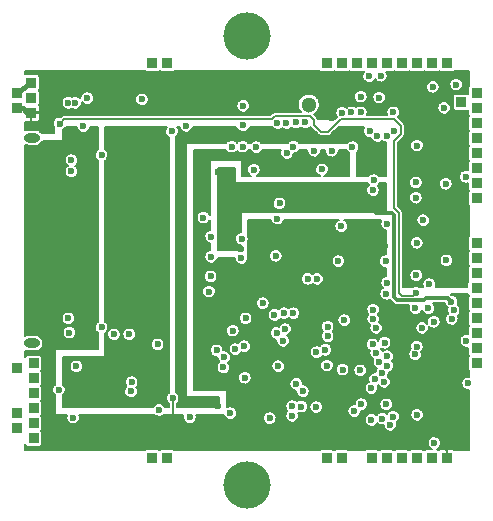
<source format=gbr>
G04 (created by PCBNEW (2013-jul-07)-stable) date su 14. joulukuuta 2014 12.55.15*
%MOIN*%
G04 Gerber Fmt 3.4, Leading zero omitted, Abs format*
%FSLAX34Y34*%
G01*
G70*
G90*
G04 APERTURE LIST*
%ADD10C,0.000787402*%
%ADD11R,0.0354X0.0354*%
%ADD12C,0.0511811*%
%ADD13O,0.0551181X0.0314961*%
%ADD14C,0.15748*%
%ADD15C,0.023622*%
%ADD16C,0.015748*%
%ADD17C,0.00590551*%
%ADD18C,0.011811*%
G04 APERTURE END LIST*
G54D10*
G54D11*
X73500Y-41250D03*
X73500Y-41750D03*
X73425Y-30893D03*
X73425Y-30393D03*
X73425Y-29893D03*
X73500Y-40250D03*
X73500Y-40750D03*
X73500Y-39750D03*
X73500Y-39250D03*
X87755Y-30551D03*
G54D12*
X82677Y-30629D03*
G54D13*
X73443Y-31731D03*
X73443Y-38581D03*
G54D11*
X88268Y-36252D03*
X88268Y-35752D03*
X88268Y-35252D03*
X87268Y-42402D03*
X86768Y-42402D03*
X87268Y-29252D03*
X88268Y-31752D03*
X88268Y-31252D03*
X83768Y-42402D03*
X83268Y-42402D03*
X88268Y-33752D03*
X85768Y-29252D03*
X88268Y-32752D03*
X88268Y-32252D03*
X88268Y-33252D03*
X85768Y-42402D03*
X85268Y-42402D03*
X84768Y-29252D03*
X83768Y-29252D03*
X84268Y-29252D03*
X88268Y-30752D03*
X88268Y-30252D03*
X85268Y-29252D03*
X86268Y-42402D03*
X86768Y-29252D03*
X84768Y-42402D03*
X72953Y-30252D03*
X72953Y-30752D03*
X88268Y-37752D03*
X72953Y-40901D03*
X72953Y-41401D03*
X86268Y-29252D03*
X83268Y-29252D03*
X88268Y-36752D03*
X88268Y-37252D03*
G54D14*
X80610Y-28346D03*
X80610Y-43307D03*
G54D11*
X77452Y-42401D03*
X77952Y-42401D03*
X88267Y-38251D03*
X88267Y-39251D03*
X88267Y-38751D03*
X77452Y-29251D03*
X72952Y-39401D03*
X77952Y-29251D03*
G54D15*
X74803Y-40118D03*
X75118Y-40118D03*
X77283Y-31535D03*
X76929Y-31527D03*
X77637Y-39606D03*
X76830Y-30905D03*
X86314Y-32720D03*
X86299Y-34173D03*
X86291Y-35972D03*
X86291Y-35570D03*
X83464Y-31062D03*
X80444Y-35094D03*
X86232Y-37417D03*
X86255Y-36901D03*
X74370Y-31259D03*
X86244Y-33224D03*
X87188Y-30736D03*
X86692Y-36614D03*
X75767Y-32311D03*
X86862Y-41909D03*
X82429Y-40692D03*
X77114Y-30456D03*
X77677Y-40807D03*
X78590Y-31334D03*
X82480Y-40185D03*
X86665Y-37413D03*
X81822Y-38500D03*
X86248Y-33732D03*
X80523Y-38685D03*
X86283Y-31996D03*
X80141Y-38161D03*
X85297Y-39330D03*
X81702Y-33921D03*
X74661Y-37751D03*
X79854Y-39047D03*
X80543Y-39732D03*
X83803Y-39460D03*
X85255Y-36933D03*
X85259Y-40622D03*
X85286Y-39017D03*
X84834Y-33145D03*
X81602Y-38240D03*
X74763Y-32480D03*
X83307Y-38031D03*
X82165Y-32027D03*
X82559Y-31220D03*
X83307Y-38346D03*
X81948Y-32244D03*
X74763Y-32854D03*
X85236Y-35846D03*
X86259Y-36318D03*
X80492Y-30669D03*
X82925Y-40712D03*
X81653Y-39350D03*
X86279Y-35236D03*
X80570Y-37751D03*
X82165Y-37578D03*
X83283Y-39330D03*
X85185Y-39870D03*
X81850Y-37578D03*
X85488Y-41027D03*
X82259Y-39940D03*
X80228Y-38779D03*
X83759Y-34685D03*
X80433Y-35740D03*
X84881Y-39783D03*
X83444Y-32165D03*
X82854Y-32165D03*
X83661Y-35846D03*
X84763Y-40078D03*
X87433Y-37196D03*
X84814Y-34122D03*
X80413Y-35433D03*
X79665Y-32874D03*
X84822Y-32440D03*
X79645Y-40669D03*
X86811Y-30039D03*
X83118Y-32790D03*
X80472Y-32027D03*
X84192Y-40846D03*
X84429Y-40610D03*
X80925Y-32047D03*
X74696Y-38228D03*
X81633Y-31240D03*
X82933Y-38877D03*
X81929Y-31240D03*
X83228Y-38799D03*
X84960Y-31673D03*
X82125Y-41003D03*
X82952Y-36437D03*
X85078Y-29665D03*
X84685Y-29685D03*
X82637Y-36437D03*
X81531Y-37641D03*
X84094Y-30885D03*
X83858Y-37814D03*
X84389Y-39488D03*
X82244Y-31220D03*
X85019Y-30393D03*
X84921Y-38917D03*
X84409Y-30885D03*
X85030Y-39202D03*
X84803Y-38622D03*
X84704Y-31515D03*
X82122Y-40685D03*
X79830Y-39389D03*
X76181Y-38287D03*
X76692Y-38287D03*
X75767Y-38051D03*
X74350Y-40137D03*
X79350Y-36862D03*
X84822Y-37775D03*
X85531Y-31496D03*
X79421Y-35027D03*
X85492Y-30885D03*
X84921Y-38070D03*
X79421Y-35700D03*
X84822Y-37460D03*
X85275Y-31673D03*
X85118Y-39566D03*
X84133Y-32047D03*
X87590Y-29960D03*
X83787Y-30897D03*
X87992Y-39921D03*
X87933Y-38503D03*
X75291Y-30413D03*
X84409Y-30362D03*
X74933Y-39354D03*
X79165Y-34393D03*
X87905Y-33035D03*
X86488Y-34480D03*
X87244Y-33267D03*
X80484Y-31322D03*
X81574Y-35669D03*
X81889Y-38110D03*
X79606Y-38818D03*
X76751Y-40188D03*
X76771Y-39881D03*
X77637Y-38622D03*
X79405Y-36358D03*
X78118Y-31523D03*
X86287Y-40968D03*
X81374Y-41078D03*
X80106Y-32027D03*
X84814Y-33484D03*
X81141Y-37244D03*
X74818Y-41062D03*
X85204Y-38566D03*
X85287Y-36566D03*
X85291Y-34598D03*
X80846Y-32795D03*
X84763Y-41141D03*
X85393Y-41299D03*
X86224Y-38956D03*
X86279Y-38692D03*
X74889Y-30566D03*
X74665Y-30566D03*
X80059Y-40917D03*
X78708Y-41047D03*
X75161Y-31350D03*
X86452Y-38074D03*
X81633Y-34425D03*
X87263Y-35818D03*
X87503Y-37484D03*
X87440Y-37775D03*
X86842Y-37866D03*
X85133Y-41094D03*
X75433Y-31582D03*
X74606Y-31492D03*
X82559Y-32795D03*
X78137Y-40413D03*
X86759Y-38161D03*
X85208Y-35330D03*
X80984Y-36574D03*
X81574Y-40787D03*
X85275Y-41889D03*
G54D16*
X73425Y-30893D02*
X73285Y-30893D01*
X73143Y-30752D02*
X72953Y-30752D01*
X73285Y-30893D02*
X73143Y-30752D01*
G54D17*
X83736Y-31114D02*
X83322Y-31527D01*
X83322Y-31527D02*
X83070Y-31527D01*
X83070Y-31527D02*
X82858Y-31314D01*
X82858Y-31314D02*
X82858Y-31149D01*
X82858Y-31149D02*
X82716Y-31007D01*
X82716Y-31007D02*
X81562Y-31007D01*
X81456Y-31114D02*
X74515Y-31114D01*
X86255Y-36901D02*
X86159Y-36998D01*
X86159Y-36998D02*
X85769Y-36998D01*
X85769Y-36998D02*
X85679Y-36907D01*
X85679Y-36907D02*
X85679Y-34249D01*
X85679Y-34249D02*
X85500Y-34070D01*
X85500Y-34070D02*
X85500Y-31842D01*
X85500Y-31842D02*
X85744Y-31598D01*
X85744Y-31598D02*
X85744Y-31330D01*
X85744Y-31330D02*
X85527Y-31114D01*
X85527Y-31114D02*
X83830Y-31114D01*
X81562Y-31007D02*
X81456Y-31114D01*
X74515Y-31114D02*
X74370Y-31259D01*
X83830Y-31114D02*
X83736Y-31114D01*
G54D18*
X85531Y-34311D02*
X85446Y-34226D01*
X85531Y-37043D02*
X85633Y-37145D01*
X85633Y-37145D02*
X86531Y-37145D01*
X86531Y-37145D02*
X86598Y-37078D01*
X86598Y-37078D02*
X87314Y-37078D01*
X87314Y-37078D02*
X87433Y-37196D01*
X85531Y-34311D02*
X85531Y-36850D01*
X85531Y-36850D02*
X85531Y-36968D01*
X85531Y-36968D02*
X85531Y-37043D01*
X84919Y-34226D02*
X84814Y-34122D01*
X85446Y-34226D02*
X84919Y-34226D01*
G54D17*
X80413Y-35433D02*
X80043Y-35433D01*
X80043Y-35433D02*
X79960Y-35350D01*
G54D16*
X72953Y-30252D02*
X72996Y-30252D01*
X73354Y-29893D02*
X73425Y-29893D01*
X72996Y-30252D02*
X73354Y-29893D01*
G54D17*
X87268Y-42402D02*
X87268Y-41834D01*
X87268Y-41834D02*
X87271Y-41830D01*
X78137Y-40413D02*
X78137Y-41122D01*
X78137Y-41122D02*
X78129Y-41129D01*
G54D10*
G36*
X88001Y-36013D02*
X87995Y-36023D01*
X87987Y-36042D01*
X87982Y-36063D01*
X87982Y-36084D01*
X87982Y-36439D01*
X87986Y-36460D01*
X87994Y-36480D01*
X87998Y-36486D01*
X87991Y-36493D01*
X87977Y-36513D01*
X87968Y-36536D01*
X87963Y-36561D01*
X87962Y-36586D01*
X87963Y-36702D01*
X87490Y-36702D01*
X87490Y-35796D01*
X87481Y-35753D01*
X87470Y-35726D01*
X87470Y-33245D01*
X87461Y-33201D01*
X87444Y-33160D01*
X87420Y-33123D01*
X87415Y-33118D01*
X87415Y-30714D01*
X87406Y-30670D01*
X87389Y-30629D01*
X87365Y-30592D01*
X87333Y-30560D01*
X87297Y-30536D01*
X87256Y-30518D01*
X87212Y-30509D01*
X87168Y-30509D01*
X87124Y-30518D01*
X87083Y-30534D01*
X87046Y-30558D01*
X87037Y-30567D01*
X87037Y-30017D01*
X87028Y-29973D01*
X87011Y-29932D01*
X86987Y-29895D01*
X86956Y-29864D01*
X86919Y-29839D01*
X86878Y-29822D01*
X86834Y-29813D01*
X86790Y-29812D01*
X86746Y-29821D01*
X86705Y-29837D01*
X86668Y-29862D01*
X86636Y-29893D01*
X86611Y-29929D01*
X86594Y-29970D01*
X86584Y-30014D01*
X86584Y-30058D01*
X86592Y-30102D01*
X86608Y-30143D01*
X86632Y-30180D01*
X86663Y-30212D01*
X86700Y-30237D01*
X86740Y-30255D01*
X86784Y-30265D01*
X86828Y-30266D01*
X86872Y-30258D01*
X86913Y-30242D01*
X86951Y-30218D01*
X86983Y-30188D01*
X87008Y-30151D01*
X87026Y-30111D01*
X87036Y-30067D01*
X87037Y-30017D01*
X87037Y-30567D01*
X87014Y-30590D01*
X86989Y-30626D01*
X86972Y-30667D01*
X86962Y-30710D01*
X86962Y-30755D01*
X86970Y-30798D01*
X86986Y-30840D01*
X87010Y-30877D01*
X87041Y-30909D01*
X87078Y-30934D01*
X87118Y-30952D01*
X87162Y-30962D01*
X87206Y-30963D01*
X87250Y-30955D01*
X87291Y-30939D01*
X87329Y-30915D01*
X87361Y-30884D01*
X87386Y-30848D01*
X87404Y-30808D01*
X87414Y-30764D01*
X87415Y-30714D01*
X87415Y-33118D01*
X87389Y-33092D01*
X87352Y-33067D01*
X87311Y-33050D01*
X87267Y-33041D01*
X87223Y-33041D01*
X87179Y-33049D01*
X87138Y-33066D01*
X87101Y-33090D01*
X87069Y-33121D01*
X87044Y-33158D01*
X87027Y-33198D01*
X87018Y-33242D01*
X87017Y-33286D01*
X87025Y-33330D01*
X87041Y-33371D01*
X87065Y-33409D01*
X87096Y-33440D01*
X87133Y-33466D01*
X87173Y-33484D01*
X87217Y-33493D01*
X87261Y-33494D01*
X87305Y-33486D01*
X87346Y-33470D01*
X87384Y-33446D01*
X87416Y-33416D01*
X87441Y-33380D01*
X87459Y-33339D01*
X87469Y-33296D01*
X87470Y-33245D01*
X87470Y-35726D01*
X87464Y-35712D01*
X87440Y-35675D01*
X87408Y-35643D01*
X87371Y-35618D01*
X87331Y-35601D01*
X87287Y-35592D01*
X87243Y-35592D01*
X87199Y-35600D01*
X87158Y-35617D01*
X87121Y-35641D01*
X87089Y-35672D01*
X87064Y-35709D01*
X87046Y-35750D01*
X87037Y-35793D01*
X87037Y-35837D01*
X87045Y-35881D01*
X87061Y-35922D01*
X87085Y-35960D01*
X87116Y-35992D01*
X87152Y-36017D01*
X87193Y-36035D01*
X87236Y-36044D01*
X87281Y-36045D01*
X87324Y-36037D01*
X87366Y-36021D01*
X87403Y-35998D01*
X87435Y-35967D01*
X87461Y-35931D01*
X87479Y-35890D01*
X87489Y-35847D01*
X87490Y-35796D01*
X87490Y-36702D01*
X86901Y-36702D01*
X86908Y-36685D01*
X86918Y-36642D01*
X86919Y-36591D01*
X86910Y-36548D01*
X86893Y-36507D01*
X86869Y-36470D01*
X86837Y-36438D01*
X86801Y-36414D01*
X86760Y-36396D01*
X86716Y-36387D01*
X86714Y-36387D01*
X86714Y-34458D01*
X86705Y-34414D01*
X86689Y-34373D01*
X86664Y-34336D01*
X86633Y-34305D01*
X86596Y-34280D01*
X86555Y-34263D01*
X86511Y-34254D01*
X86509Y-34254D01*
X86509Y-31973D01*
X86501Y-31930D01*
X86484Y-31889D01*
X86459Y-31852D01*
X86428Y-31820D01*
X86391Y-31795D01*
X86350Y-31778D01*
X86307Y-31769D01*
X86262Y-31769D01*
X86219Y-31777D01*
X86178Y-31794D01*
X86140Y-31818D01*
X86109Y-31849D01*
X86084Y-31886D01*
X86066Y-31927D01*
X86057Y-31970D01*
X86056Y-32015D01*
X86064Y-32058D01*
X86081Y-32100D01*
X86105Y-32137D01*
X86136Y-32169D01*
X86172Y-32194D01*
X86213Y-32212D01*
X86256Y-32221D01*
X86300Y-32222D01*
X86344Y-32215D01*
X86386Y-32199D01*
X86423Y-32175D01*
X86455Y-32144D01*
X86481Y-32108D01*
X86499Y-32067D01*
X86509Y-32024D01*
X86509Y-31973D01*
X86509Y-34254D01*
X86474Y-34253D01*
X86474Y-33710D01*
X86470Y-33690D01*
X86470Y-33202D01*
X86461Y-33158D01*
X86444Y-33117D01*
X86420Y-33080D01*
X86389Y-33049D01*
X86352Y-33024D01*
X86311Y-33007D01*
X86267Y-32998D01*
X86223Y-32997D01*
X86179Y-33006D01*
X86138Y-33022D01*
X86101Y-33047D01*
X86069Y-33078D01*
X86044Y-33114D01*
X86027Y-33155D01*
X86018Y-33199D01*
X86017Y-33243D01*
X86025Y-33287D01*
X86041Y-33328D01*
X86065Y-33365D01*
X86096Y-33397D01*
X86133Y-33422D01*
X86173Y-33440D01*
X86217Y-33450D01*
X86261Y-33451D01*
X86305Y-33443D01*
X86346Y-33427D01*
X86384Y-33403D01*
X86416Y-33373D01*
X86441Y-33336D01*
X86459Y-33296D01*
X86469Y-33252D01*
X86470Y-33202D01*
X86470Y-33690D01*
X86465Y-33666D01*
X86448Y-33625D01*
X86424Y-33588D01*
X86393Y-33557D01*
X86356Y-33532D01*
X86315Y-33514D01*
X86271Y-33506D01*
X86227Y-33505D01*
X86183Y-33514D01*
X86142Y-33530D01*
X86105Y-33555D01*
X86073Y-33586D01*
X86048Y-33622D01*
X86031Y-33663D01*
X86021Y-33706D01*
X86021Y-33751D01*
X86029Y-33794D01*
X86045Y-33836D01*
X86069Y-33873D01*
X86100Y-33905D01*
X86137Y-33930D01*
X86177Y-33948D01*
X86221Y-33958D01*
X86265Y-33959D01*
X86309Y-33951D01*
X86350Y-33935D01*
X86388Y-33911D01*
X86420Y-33880D01*
X86445Y-33844D01*
X86463Y-33804D01*
X86473Y-33760D01*
X86474Y-33710D01*
X86474Y-34253D01*
X86467Y-34253D01*
X86423Y-34262D01*
X86382Y-34278D01*
X86345Y-34303D01*
X86313Y-34334D01*
X86288Y-34370D01*
X86271Y-34411D01*
X86262Y-34454D01*
X86261Y-34499D01*
X86269Y-34543D01*
X86285Y-34584D01*
X86309Y-34621D01*
X86340Y-34653D01*
X86377Y-34678D01*
X86417Y-34696D01*
X86461Y-34706D01*
X86505Y-34707D01*
X86549Y-34699D01*
X86590Y-34683D01*
X86628Y-34659D01*
X86660Y-34628D01*
X86685Y-34592D01*
X86704Y-34552D01*
X86713Y-34508D01*
X86714Y-34458D01*
X86714Y-36387D01*
X86672Y-36387D01*
X86628Y-36395D01*
X86587Y-36412D01*
X86550Y-36436D01*
X86518Y-36467D01*
X86505Y-36486D01*
X86505Y-35214D01*
X86497Y-35170D01*
X86480Y-35129D01*
X86455Y-35092D01*
X86424Y-35060D01*
X86387Y-35036D01*
X86346Y-35018D01*
X86303Y-35009D01*
X86258Y-35009D01*
X86215Y-35018D01*
X86174Y-35034D01*
X86136Y-35058D01*
X86105Y-35090D01*
X86080Y-35126D01*
X86062Y-35167D01*
X86053Y-35210D01*
X86052Y-35255D01*
X86060Y-35298D01*
X86077Y-35340D01*
X86101Y-35377D01*
X86132Y-35409D01*
X86168Y-35434D01*
X86209Y-35452D01*
X86252Y-35462D01*
X86296Y-35463D01*
X86340Y-35455D01*
X86382Y-35439D01*
X86419Y-35415D01*
X86451Y-35384D01*
X86477Y-35348D01*
X86495Y-35308D01*
X86505Y-35264D01*
X86505Y-35214D01*
X86505Y-36486D01*
X86493Y-36504D01*
X86486Y-36521D01*
X86486Y-36296D01*
X86477Y-36253D01*
X86460Y-36212D01*
X86436Y-36175D01*
X86404Y-36143D01*
X86368Y-36118D01*
X86327Y-36101D01*
X86283Y-36092D01*
X86239Y-36092D01*
X86195Y-36100D01*
X86154Y-36117D01*
X86117Y-36141D01*
X86085Y-36172D01*
X86060Y-36209D01*
X86043Y-36250D01*
X86033Y-36293D01*
X86033Y-36337D01*
X86041Y-36381D01*
X86057Y-36422D01*
X86081Y-36460D01*
X86112Y-36492D01*
X86148Y-36517D01*
X86189Y-36535D01*
X86232Y-36544D01*
X86277Y-36545D01*
X86321Y-36537D01*
X86362Y-36521D01*
X86399Y-36498D01*
X86432Y-36467D01*
X86457Y-36431D01*
X86475Y-36390D01*
X86485Y-36347D01*
X86486Y-36296D01*
X86486Y-36521D01*
X86476Y-36545D01*
X86466Y-36588D01*
X86466Y-36633D01*
X86474Y-36676D01*
X86484Y-36702D01*
X86365Y-36702D01*
X86364Y-36701D01*
X86323Y-36684D01*
X86279Y-36675D01*
X86235Y-36675D01*
X86191Y-36683D01*
X86150Y-36699D01*
X86146Y-36702D01*
X85816Y-36702D01*
X85816Y-34249D01*
X85815Y-34237D01*
X85814Y-34224D01*
X85814Y-34223D01*
X85814Y-34223D01*
X85810Y-34210D01*
X85807Y-34198D01*
X85806Y-34198D01*
X85806Y-34197D01*
X85800Y-34186D01*
X85794Y-34174D01*
X85794Y-34174D01*
X85793Y-34173D01*
X85785Y-34163D01*
X85777Y-34153D01*
X85776Y-34152D01*
X85776Y-34152D01*
X85776Y-34152D01*
X85776Y-34152D01*
X85637Y-34013D01*
X85637Y-31899D01*
X85841Y-31695D01*
X85849Y-31686D01*
X85857Y-31676D01*
X85858Y-31675D01*
X85858Y-31675D01*
X85864Y-31663D01*
X85870Y-31652D01*
X85870Y-31652D01*
X85871Y-31651D01*
X85875Y-31639D01*
X85878Y-31627D01*
X85878Y-31626D01*
X85879Y-31625D01*
X85880Y-31613D01*
X85881Y-31600D01*
X85881Y-31598D01*
X85881Y-31598D01*
X85881Y-31598D01*
X85881Y-31598D01*
X85881Y-31330D01*
X85880Y-31318D01*
X85879Y-31305D01*
X85879Y-31304D01*
X85879Y-31303D01*
X85875Y-31291D01*
X85872Y-31279D01*
X85871Y-31278D01*
X85871Y-31278D01*
X85865Y-31266D01*
X85859Y-31255D01*
X85859Y-31255D01*
X85858Y-31254D01*
X85850Y-31244D01*
X85842Y-31234D01*
X85841Y-31233D01*
X85841Y-31233D01*
X85841Y-31233D01*
X85841Y-31233D01*
X85653Y-31044D01*
X85664Y-31034D01*
X85689Y-30998D01*
X85707Y-30957D01*
X85717Y-30914D01*
X85718Y-30863D01*
X85709Y-30820D01*
X85692Y-30779D01*
X85668Y-30742D01*
X85637Y-30710D01*
X85600Y-30685D01*
X85559Y-30668D01*
X85515Y-30659D01*
X85471Y-30659D01*
X85427Y-30667D01*
X85386Y-30684D01*
X85349Y-30708D01*
X85317Y-30739D01*
X85292Y-30776D01*
X85275Y-30817D01*
X85266Y-30860D01*
X85265Y-30904D01*
X85273Y-30948D01*
X85284Y-30976D01*
X85246Y-30976D01*
X85246Y-30371D01*
X85237Y-30327D01*
X85220Y-30286D01*
X85195Y-30249D01*
X85164Y-30218D01*
X85127Y-30193D01*
X85086Y-30176D01*
X85043Y-30167D01*
X84999Y-30167D01*
X84955Y-30175D01*
X84914Y-30192D01*
X84877Y-30216D01*
X84845Y-30247D01*
X84820Y-30284D01*
X84802Y-30324D01*
X84793Y-30368D01*
X84793Y-30412D01*
X84801Y-30456D01*
X84817Y-30497D01*
X84841Y-30534D01*
X84872Y-30566D01*
X84908Y-30592D01*
X84949Y-30610D01*
X84992Y-30619D01*
X85037Y-30620D01*
X85080Y-30612D01*
X85122Y-30596D01*
X85159Y-30572D01*
X85191Y-30542D01*
X85217Y-30506D01*
X85235Y-30465D01*
X85245Y-30422D01*
X85246Y-30371D01*
X85246Y-30976D01*
X84616Y-30976D01*
X84625Y-30957D01*
X84635Y-30914D01*
X84635Y-30863D01*
X84635Y-30340D01*
X84627Y-30296D01*
X84610Y-30255D01*
X84585Y-30218D01*
X84554Y-30186D01*
X84517Y-30162D01*
X84476Y-30144D01*
X84433Y-30135D01*
X84388Y-30135D01*
X84345Y-30143D01*
X84304Y-30160D01*
X84266Y-30184D01*
X84235Y-30215D01*
X84210Y-30252D01*
X84192Y-30293D01*
X84183Y-30336D01*
X84182Y-30381D01*
X84190Y-30424D01*
X84207Y-30466D01*
X84231Y-30503D01*
X84262Y-30535D01*
X84298Y-30560D01*
X84339Y-30578D01*
X84382Y-30588D01*
X84426Y-30589D01*
X84470Y-30581D01*
X84512Y-30565D01*
X84549Y-30541D01*
X84581Y-30510D01*
X84607Y-30474D01*
X84625Y-30434D01*
X84635Y-30390D01*
X84635Y-30340D01*
X84635Y-30863D01*
X84627Y-30820D01*
X84610Y-30779D01*
X84585Y-30742D01*
X84554Y-30710D01*
X84517Y-30685D01*
X84476Y-30668D01*
X84433Y-30659D01*
X84388Y-30659D01*
X84345Y-30667D01*
X84304Y-30684D01*
X84266Y-30708D01*
X84251Y-30723D01*
X84239Y-30710D01*
X84202Y-30685D01*
X84161Y-30668D01*
X84118Y-30659D01*
X84073Y-30659D01*
X84030Y-30667D01*
X83989Y-30684D01*
X83951Y-30708D01*
X83935Y-30725D01*
X83932Y-30722D01*
X83895Y-30697D01*
X83854Y-30680D01*
X83811Y-30671D01*
X83766Y-30671D01*
X83723Y-30679D01*
X83682Y-30696D01*
X83644Y-30720D01*
X83613Y-30751D01*
X83588Y-30788D01*
X83570Y-30828D01*
X83561Y-30872D01*
X83560Y-30916D01*
X83568Y-30960D01*
X83585Y-31001D01*
X83609Y-31038D01*
X83612Y-31042D01*
X83543Y-31112D01*
X82990Y-31112D01*
X82989Y-31110D01*
X82986Y-31098D01*
X82985Y-31097D01*
X82985Y-31097D01*
X82979Y-31085D01*
X82973Y-31074D01*
X82973Y-31073D01*
X82973Y-31073D01*
X82964Y-31063D01*
X82957Y-31053D01*
X82956Y-31052D01*
X82956Y-31052D01*
X82956Y-31052D01*
X82955Y-31052D01*
X82853Y-30949D01*
X82902Y-30918D01*
X82954Y-30869D01*
X82995Y-30810D01*
X83024Y-30745D01*
X83040Y-30675D01*
X83041Y-30594D01*
X83027Y-30524D01*
X83000Y-30458D01*
X82960Y-30398D01*
X82910Y-30347D01*
X82851Y-30308D01*
X82785Y-30280D01*
X82715Y-30265D01*
X82643Y-30265D01*
X82573Y-30278D01*
X82507Y-30305D01*
X82447Y-30344D01*
X82396Y-30394D01*
X82356Y-30453D01*
X82328Y-30519D01*
X82313Y-30589D01*
X82312Y-30660D01*
X82325Y-30730D01*
X82351Y-30797D01*
X82390Y-30857D01*
X82402Y-30870D01*
X81562Y-30870D01*
X81550Y-30871D01*
X81537Y-30872D01*
X81536Y-30872D01*
X81536Y-30872D01*
X81524Y-30876D01*
X81511Y-30879D01*
X81511Y-30880D01*
X81510Y-30880D01*
X81499Y-30886D01*
X81487Y-30892D01*
X81487Y-30892D01*
X81486Y-30893D01*
X81476Y-30901D01*
X81466Y-30909D01*
X81465Y-30910D01*
X81465Y-30910D01*
X81465Y-30910D01*
X81465Y-30910D01*
X81399Y-30976D01*
X80718Y-30976D01*
X80718Y-30647D01*
X80709Y-30603D01*
X80692Y-30562D01*
X80668Y-30525D01*
X80637Y-30494D01*
X80600Y-30469D01*
X80559Y-30451D01*
X80515Y-30443D01*
X80471Y-30442D01*
X80427Y-30451D01*
X80386Y-30467D01*
X80349Y-30492D01*
X80317Y-30523D01*
X80292Y-30559D01*
X80275Y-30600D01*
X80266Y-30643D01*
X80265Y-30688D01*
X80273Y-30731D01*
X80289Y-30773D01*
X80313Y-30810D01*
X80344Y-30842D01*
X80381Y-30867D01*
X80421Y-30885D01*
X80465Y-30895D01*
X80509Y-30896D01*
X80553Y-30888D01*
X80594Y-30872D01*
X80632Y-30848D01*
X80664Y-30817D01*
X80689Y-30781D01*
X80707Y-30741D01*
X80717Y-30697D01*
X80718Y-30647D01*
X80718Y-30976D01*
X77340Y-30976D01*
X77340Y-30434D01*
X77331Y-30390D01*
X77315Y-30349D01*
X77290Y-30312D01*
X77259Y-30281D01*
X77222Y-30256D01*
X77181Y-30239D01*
X77137Y-30230D01*
X77093Y-30230D01*
X77049Y-30238D01*
X77008Y-30255D01*
X76971Y-30279D01*
X76939Y-30310D01*
X76914Y-30347D01*
X76897Y-30387D01*
X76888Y-30431D01*
X76887Y-30475D01*
X76895Y-30519D01*
X76911Y-30560D01*
X76935Y-30597D01*
X76966Y-30629D01*
X77003Y-30655D01*
X77043Y-30673D01*
X77087Y-30682D01*
X77131Y-30683D01*
X77175Y-30675D01*
X77216Y-30659D01*
X77254Y-30635D01*
X77286Y-30605D01*
X77311Y-30569D01*
X77330Y-30528D01*
X77339Y-30485D01*
X77340Y-30434D01*
X77340Y-30976D01*
X75517Y-30976D01*
X75517Y-30391D01*
X75509Y-30347D01*
X75492Y-30306D01*
X75467Y-30269D01*
X75436Y-30238D01*
X75399Y-30213D01*
X75358Y-30196D01*
X75315Y-30187D01*
X75270Y-30186D01*
X75227Y-30195D01*
X75185Y-30211D01*
X75148Y-30236D01*
X75117Y-30267D01*
X75092Y-30303D01*
X75074Y-30344D01*
X75065Y-30388D01*
X75064Y-30421D01*
X75034Y-30391D01*
X74997Y-30366D01*
X74957Y-30349D01*
X74913Y-30340D01*
X74869Y-30340D01*
X74825Y-30348D01*
X74784Y-30365D01*
X74777Y-30369D01*
X74773Y-30366D01*
X74732Y-30349D01*
X74689Y-30340D01*
X74644Y-30340D01*
X74601Y-30348D01*
X74559Y-30365D01*
X74522Y-30389D01*
X74491Y-30420D01*
X74466Y-30457D01*
X74448Y-30498D01*
X74439Y-30541D01*
X74438Y-30585D01*
X74446Y-30629D01*
X74463Y-30670D01*
X74487Y-30708D01*
X74517Y-30740D01*
X74554Y-30765D01*
X74595Y-30783D01*
X74638Y-30792D01*
X74682Y-30793D01*
X74726Y-30786D01*
X74767Y-30769D01*
X74776Y-30764D01*
X74778Y-30765D01*
X74819Y-30783D01*
X74862Y-30792D01*
X74907Y-30793D01*
X74950Y-30786D01*
X74992Y-30769D01*
X75029Y-30746D01*
X75061Y-30715D01*
X75087Y-30679D01*
X75105Y-30638D01*
X75115Y-30595D01*
X75115Y-30557D01*
X75143Y-30586D01*
X75180Y-30611D01*
X75221Y-30629D01*
X75264Y-30639D01*
X75308Y-30640D01*
X75352Y-30632D01*
X75393Y-30616D01*
X75431Y-30592D01*
X75463Y-30562D01*
X75489Y-30525D01*
X75507Y-30485D01*
X75517Y-30441D01*
X75517Y-30391D01*
X75517Y-30976D01*
X74515Y-30976D01*
X74503Y-30977D01*
X74490Y-30978D01*
X74489Y-30978D01*
X74488Y-30979D01*
X74476Y-30982D01*
X74464Y-30986D01*
X74463Y-30986D01*
X74463Y-30986D01*
X74452Y-30992D01*
X74440Y-30998D01*
X74440Y-30999D01*
X74439Y-30999D01*
X74429Y-31007D01*
X74419Y-31015D01*
X74418Y-31016D01*
X74418Y-31016D01*
X74418Y-31016D01*
X74418Y-31016D01*
X74400Y-31034D01*
X74393Y-31033D01*
X74349Y-31033D01*
X74305Y-31041D01*
X74264Y-31058D01*
X74227Y-31082D01*
X74197Y-31112D01*
X74183Y-31112D01*
X74183Y-31132D01*
X74170Y-31150D01*
X74153Y-31191D01*
X74144Y-31234D01*
X74143Y-31278D01*
X74151Y-31322D01*
X74167Y-31363D01*
X74183Y-31387D01*
X74183Y-31584D01*
X74015Y-31584D01*
X73784Y-31584D01*
X73753Y-31545D01*
X73730Y-31526D01*
X73730Y-31083D01*
X73730Y-30931D01*
X73698Y-30899D01*
X73431Y-30899D01*
X73431Y-31166D01*
X73463Y-31198D01*
X73590Y-31198D01*
X73615Y-31198D01*
X73640Y-31193D01*
X73663Y-31183D01*
X73684Y-31169D01*
X73701Y-31151D01*
X73715Y-31131D01*
X73725Y-31107D01*
X73730Y-31083D01*
X73730Y-31526D01*
X73714Y-31512D01*
X73668Y-31487D01*
X73619Y-31471D01*
X73567Y-31466D01*
X73563Y-31465D01*
X73323Y-31465D01*
X73272Y-31471D01*
X73222Y-31486D01*
X73218Y-31488D01*
X73218Y-31195D01*
X73234Y-31198D01*
X73259Y-31198D01*
X73387Y-31198D01*
X73419Y-31166D01*
X73419Y-30899D01*
X73411Y-30899D01*
X73411Y-30887D01*
X73419Y-30887D01*
X73419Y-30879D01*
X73431Y-30879D01*
X73431Y-30887D01*
X73698Y-30887D01*
X73730Y-30855D01*
X73730Y-30704D01*
X73725Y-30679D01*
X73715Y-30656D01*
X73701Y-30635D01*
X73694Y-30627D01*
X73697Y-30622D01*
X73706Y-30602D01*
X73710Y-30582D01*
X73710Y-30560D01*
X73710Y-30206D01*
X73706Y-30185D01*
X73698Y-30165D01*
X73686Y-30147D01*
X73682Y-30143D01*
X73686Y-30140D01*
X73697Y-30122D01*
X73706Y-30102D01*
X73710Y-30082D01*
X73710Y-30060D01*
X73710Y-29706D01*
X73706Y-29685D01*
X73698Y-29665D01*
X73686Y-29647D01*
X73671Y-29632D01*
X73653Y-29621D01*
X73634Y-29612D01*
X73613Y-29608D01*
X73592Y-29608D01*
X73237Y-29608D01*
X73218Y-29612D01*
X73218Y-29517D01*
X75157Y-29517D01*
X77213Y-29517D01*
X77224Y-29524D01*
X77243Y-29532D01*
X77264Y-29537D01*
X77285Y-29537D01*
X77640Y-29537D01*
X77661Y-29533D01*
X77680Y-29525D01*
X77691Y-29517D01*
X77713Y-29517D01*
X77724Y-29524D01*
X77743Y-29532D01*
X77764Y-29537D01*
X77785Y-29537D01*
X78140Y-29537D01*
X78161Y-29533D01*
X78180Y-29525D01*
X78191Y-29517D01*
X83028Y-29517D01*
X83039Y-29524D01*
X83058Y-29532D01*
X83079Y-29537D01*
X83100Y-29537D01*
X83455Y-29537D01*
X83476Y-29533D01*
X83496Y-29525D01*
X83507Y-29517D01*
X83528Y-29517D01*
X83539Y-29524D01*
X83558Y-29532D01*
X83579Y-29537D01*
X83600Y-29537D01*
X83955Y-29537D01*
X83976Y-29533D01*
X83996Y-29525D01*
X84007Y-29517D01*
X84028Y-29517D01*
X84039Y-29524D01*
X84058Y-29532D01*
X84079Y-29537D01*
X84100Y-29537D01*
X84455Y-29537D01*
X84476Y-29533D01*
X84496Y-29525D01*
X84507Y-29517D01*
X84528Y-29517D01*
X84530Y-29519D01*
X84510Y-29538D01*
X84485Y-29575D01*
X84468Y-29616D01*
X84458Y-29659D01*
X84458Y-29704D01*
X84466Y-29747D01*
X84482Y-29789D01*
X84506Y-29826D01*
X84537Y-29858D01*
X84574Y-29883D01*
X84614Y-29901D01*
X84658Y-29910D01*
X84702Y-29911D01*
X84746Y-29904D01*
X84787Y-29888D01*
X84825Y-29864D01*
X84857Y-29833D01*
X84882Y-29797D01*
X84887Y-29786D01*
X84900Y-29806D01*
X84931Y-29838D01*
X84967Y-29863D01*
X85008Y-29881D01*
X85051Y-29891D01*
X85096Y-29892D01*
X85139Y-29884D01*
X85181Y-29868D01*
X85218Y-29844D01*
X85250Y-29813D01*
X85276Y-29777D01*
X85294Y-29737D01*
X85304Y-29693D01*
X85305Y-29643D01*
X85296Y-29599D01*
X85279Y-29558D01*
X85265Y-29537D01*
X85455Y-29537D01*
X85476Y-29533D01*
X85496Y-29525D01*
X85507Y-29517D01*
X85528Y-29517D01*
X85539Y-29524D01*
X85558Y-29532D01*
X85579Y-29537D01*
X85600Y-29537D01*
X85955Y-29537D01*
X85976Y-29533D01*
X85996Y-29525D01*
X86007Y-29517D01*
X86028Y-29517D01*
X86039Y-29524D01*
X86058Y-29532D01*
X86079Y-29537D01*
X86100Y-29537D01*
X86455Y-29537D01*
X86476Y-29533D01*
X86496Y-29525D01*
X86507Y-29517D01*
X86528Y-29517D01*
X86539Y-29524D01*
X86558Y-29532D01*
X86579Y-29537D01*
X86600Y-29537D01*
X86955Y-29537D01*
X86976Y-29533D01*
X86996Y-29525D01*
X87007Y-29517D01*
X87028Y-29517D01*
X87039Y-29524D01*
X87058Y-29532D01*
X87079Y-29537D01*
X87100Y-29537D01*
X87455Y-29537D01*
X87476Y-29533D01*
X87496Y-29525D01*
X87507Y-29517D01*
X88001Y-29517D01*
X88001Y-30013D01*
X87995Y-30023D01*
X87987Y-30042D01*
X87982Y-30063D01*
X87982Y-30084D01*
X87982Y-30277D01*
X87965Y-30270D01*
X87944Y-30265D01*
X87923Y-30265D01*
X87816Y-30265D01*
X87816Y-29938D01*
X87808Y-29894D01*
X87791Y-29853D01*
X87766Y-29816D01*
X87735Y-29785D01*
X87698Y-29760D01*
X87657Y-29743D01*
X87614Y-29734D01*
X87569Y-29734D01*
X87526Y-29742D01*
X87485Y-29759D01*
X87448Y-29783D01*
X87416Y-29814D01*
X87391Y-29851D01*
X87373Y-29891D01*
X87364Y-29935D01*
X87363Y-29979D01*
X87371Y-30023D01*
X87388Y-30064D01*
X87412Y-30101D01*
X87443Y-30133D01*
X87479Y-30159D01*
X87520Y-30176D01*
X87563Y-30186D01*
X87608Y-30187D01*
X87651Y-30179D01*
X87693Y-30163D01*
X87730Y-30139D01*
X87762Y-30109D01*
X87788Y-30072D01*
X87806Y-30032D01*
X87816Y-29989D01*
X87816Y-29938D01*
X87816Y-30265D01*
X87568Y-30265D01*
X87547Y-30270D01*
X87527Y-30278D01*
X87510Y-30289D01*
X87495Y-30304D01*
X87483Y-30322D01*
X87474Y-30342D01*
X87470Y-30362D01*
X87470Y-30384D01*
X87470Y-30738D01*
X87474Y-30759D01*
X87482Y-30779D01*
X87494Y-30796D01*
X87509Y-30812D01*
X87527Y-30823D01*
X87546Y-30832D01*
X87567Y-30836D01*
X87588Y-30836D01*
X87943Y-30836D01*
X87964Y-30832D01*
X87982Y-30824D01*
X87982Y-30939D01*
X87986Y-30960D01*
X87994Y-30980D01*
X88001Y-30990D01*
X88001Y-31013D01*
X87995Y-31023D01*
X87987Y-31042D01*
X87982Y-31063D01*
X87982Y-31084D01*
X87982Y-31439D01*
X87986Y-31460D01*
X87994Y-31480D01*
X88001Y-31490D01*
X88001Y-31513D01*
X87995Y-31523D01*
X87987Y-31542D01*
X87982Y-31563D01*
X87982Y-31584D01*
X87982Y-31939D01*
X87986Y-31960D01*
X87994Y-31980D01*
X88001Y-31990D01*
X88001Y-32013D01*
X87995Y-32023D01*
X87987Y-32042D01*
X87982Y-32063D01*
X87982Y-32084D01*
X87982Y-32439D01*
X87986Y-32460D01*
X87994Y-32480D01*
X88001Y-32490D01*
X88001Y-32513D01*
X87995Y-32523D01*
X87987Y-32542D01*
X87982Y-32563D01*
X87982Y-32584D01*
X87982Y-32822D01*
X87972Y-32818D01*
X87929Y-32809D01*
X87884Y-32808D01*
X87841Y-32817D01*
X87800Y-32833D01*
X87762Y-32858D01*
X87731Y-32889D01*
X87706Y-32925D01*
X87688Y-32966D01*
X87679Y-33010D01*
X87678Y-33054D01*
X87686Y-33098D01*
X87703Y-33139D01*
X87727Y-33176D01*
X87758Y-33208D01*
X87794Y-33233D01*
X87835Y-33251D01*
X87878Y-33261D01*
X87922Y-33262D01*
X87966Y-33254D01*
X87982Y-33248D01*
X87982Y-33439D01*
X87986Y-33460D01*
X87994Y-33480D01*
X88001Y-33490D01*
X88001Y-33513D01*
X87995Y-33523D01*
X87987Y-33542D01*
X87982Y-33563D01*
X87982Y-33584D01*
X87982Y-33939D01*
X87986Y-33960D01*
X87994Y-33980D01*
X88001Y-33990D01*
X88001Y-35013D01*
X87995Y-35023D01*
X87987Y-35042D01*
X87982Y-35063D01*
X87982Y-35084D01*
X87982Y-35439D01*
X87986Y-35460D01*
X87994Y-35480D01*
X88001Y-35490D01*
X88001Y-35513D01*
X87995Y-35523D01*
X87987Y-35542D01*
X87982Y-35563D01*
X87982Y-35584D01*
X87982Y-35939D01*
X87986Y-35960D01*
X87994Y-35980D01*
X88001Y-35990D01*
X88001Y-36013D01*
X88001Y-36013D01*
G37*
G54D17*
X88001Y-36013D02*
X87995Y-36023D01*
X87987Y-36042D01*
X87982Y-36063D01*
X87982Y-36084D01*
X87982Y-36439D01*
X87986Y-36460D01*
X87994Y-36480D01*
X87998Y-36486D01*
X87991Y-36493D01*
X87977Y-36513D01*
X87968Y-36536D01*
X87963Y-36561D01*
X87962Y-36586D01*
X87963Y-36702D01*
X87490Y-36702D01*
X87490Y-35796D01*
X87481Y-35753D01*
X87470Y-35726D01*
X87470Y-33245D01*
X87461Y-33201D01*
X87444Y-33160D01*
X87420Y-33123D01*
X87415Y-33118D01*
X87415Y-30714D01*
X87406Y-30670D01*
X87389Y-30629D01*
X87365Y-30592D01*
X87333Y-30560D01*
X87297Y-30536D01*
X87256Y-30518D01*
X87212Y-30509D01*
X87168Y-30509D01*
X87124Y-30518D01*
X87083Y-30534D01*
X87046Y-30558D01*
X87037Y-30567D01*
X87037Y-30017D01*
X87028Y-29973D01*
X87011Y-29932D01*
X86987Y-29895D01*
X86956Y-29864D01*
X86919Y-29839D01*
X86878Y-29822D01*
X86834Y-29813D01*
X86790Y-29812D01*
X86746Y-29821D01*
X86705Y-29837D01*
X86668Y-29862D01*
X86636Y-29893D01*
X86611Y-29929D01*
X86594Y-29970D01*
X86584Y-30014D01*
X86584Y-30058D01*
X86592Y-30102D01*
X86608Y-30143D01*
X86632Y-30180D01*
X86663Y-30212D01*
X86700Y-30237D01*
X86740Y-30255D01*
X86784Y-30265D01*
X86828Y-30266D01*
X86872Y-30258D01*
X86913Y-30242D01*
X86951Y-30218D01*
X86983Y-30188D01*
X87008Y-30151D01*
X87026Y-30111D01*
X87036Y-30067D01*
X87037Y-30017D01*
X87037Y-30567D01*
X87014Y-30590D01*
X86989Y-30626D01*
X86972Y-30667D01*
X86962Y-30710D01*
X86962Y-30755D01*
X86970Y-30798D01*
X86986Y-30840D01*
X87010Y-30877D01*
X87041Y-30909D01*
X87078Y-30934D01*
X87118Y-30952D01*
X87162Y-30962D01*
X87206Y-30963D01*
X87250Y-30955D01*
X87291Y-30939D01*
X87329Y-30915D01*
X87361Y-30884D01*
X87386Y-30848D01*
X87404Y-30808D01*
X87414Y-30764D01*
X87415Y-30714D01*
X87415Y-33118D01*
X87389Y-33092D01*
X87352Y-33067D01*
X87311Y-33050D01*
X87267Y-33041D01*
X87223Y-33041D01*
X87179Y-33049D01*
X87138Y-33066D01*
X87101Y-33090D01*
X87069Y-33121D01*
X87044Y-33158D01*
X87027Y-33198D01*
X87018Y-33242D01*
X87017Y-33286D01*
X87025Y-33330D01*
X87041Y-33371D01*
X87065Y-33409D01*
X87096Y-33440D01*
X87133Y-33466D01*
X87173Y-33484D01*
X87217Y-33493D01*
X87261Y-33494D01*
X87305Y-33486D01*
X87346Y-33470D01*
X87384Y-33446D01*
X87416Y-33416D01*
X87441Y-33380D01*
X87459Y-33339D01*
X87469Y-33296D01*
X87470Y-33245D01*
X87470Y-35726D01*
X87464Y-35712D01*
X87440Y-35675D01*
X87408Y-35643D01*
X87371Y-35618D01*
X87331Y-35601D01*
X87287Y-35592D01*
X87243Y-35592D01*
X87199Y-35600D01*
X87158Y-35617D01*
X87121Y-35641D01*
X87089Y-35672D01*
X87064Y-35709D01*
X87046Y-35750D01*
X87037Y-35793D01*
X87037Y-35837D01*
X87045Y-35881D01*
X87061Y-35922D01*
X87085Y-35960D01*
X87116Y-35992D01*
X87152Y-36017D01*
X87193Y-36035D01*
X87236Y-36044D01*
X87281Y-36045D01*
X87324Y-36037D01*
X87366Y-36021D01*
X87403Y-35998D01*
X87435Y-35967D01*
X87461Y-35931D01*
X87479Y-35890D01*
X87489Y-35847D01*
X87490Y-35796D01*
X87490Y-36702D01*
X86901Y-36702D01*
X86908Y-36685D01*
X86918Y-36642D01*
X86919Y-36591D01*
X86910Y-36548D01*
X86893Y-36507D01*
X86869Y-36470D01*
X86837Y-36438D01*
X86801Y-36414D01*
X86760Y-36396D01*
X86716Y-36387D01*
X86714Y-36387D01*
X86714Y-34458D01*
X86705Y-34414D01*
X86689Y-34373D01*
X86664Y-34336D01*
X86633Y-34305D01*
X86596Y-34280D01*
X86555Y-34263D01*
X86511Y-34254D01*
X86509Y-34254D01*
X86509Y-31973D01*
X86501Y-31930D01*
X86484Y-31889D01*
X86459Y-31852D01*
X86428Y-31820D01*
X86391Y-31795D01*
X86350Y-31778D01*
X86307Y-31769D01*
X86262Y-31769D01*
X86219Y-31777D01*
X86178Y-31794D01*
X86140Y-31818D01*
X86109Y-31849D01*
X86084Y-31886D01*
X86066Y-31927D01*
X86057Y-31970D01*
X86056Y-32015D01*
X86064Y-32058D01*
X86081Y-32100D01*
X86105Y-32137D01*
X86136Y-32169D01*
X86172Y-32194D01*
X86213Y-32212D01*
X86256Y-32221D01*
X86300Y-32222D01*
X86344Y-32215D01*
X86386Y-32199D01*
X86423Y-32175D01*
X86455Y-32144D01*
X86481Y-32108D01*
X86499Y-32067D01*
X86509Y-32024D01*
X86509Y-31973D01*
X86509Y-34254D01*
X86474Y-34253D01*
X86474Y-33710D01*
X86470Y-33690D01*
X86470Y-33202D01*
X86461Y-33158D01*
X86444Y-33117D01*
X86420Y-33080D01*
X86389Y-33049D01*
X86352Y-33024D01*
X86311Y-33007D01*
X86267Y-32998D01*
X86223Y-32997D01*
X86179Y-33006D01*
X86138Y-33022D01*
X86101Y-33047D01*
X86069Y-33078D01*
X86044Y-33114D01*
X86027Y-33155D01*
X86018Y-33199D01*
X86017Y-33243D01*
X86025Y-33287D01*
X86041Y-33328D01*
X86065Y-33365D01*
X86096Y-33397D01*
X86133Y-33422D01*
X86173Y-33440D01*
X86217Y-33450D01*
X86261Y-33451D01*
X86305Y-33443D01*
X86346Y-33427D01*
X86384Y-33403D01*
X86416Y-33373D01*
X86441Y-33336D01*
X86459Y-33296D01*
X86469Y-33252D01*
X86470Y-33202D01*
X86470Y-33690D01*
X86465Y-33666D01*
X86448Y-33625D01*
X86424Y-33588D01*
X86393Y-33557D01*
X86356Y-33532D01*
X86315Y-33514D01*
X86271Y-33506D01*
X86227Y-33505D01*
X86183Y-33514D01*
X86142Y-33530D01*
X86105Y-33555D01*
X86073Y-33586D01*
X86048Y-33622D01*
X86031Y-33663D01*
X86021Y-33706D01*
X86021Y-33751D01*
X86029Y-33794D01*
X86045Y-33836D01*
X86069Y-33873D01*
X86100Y-33905D01*
X86137Y-33930D01*
X86177Y-33948D01*
X86221Y-33958D01*
X86265Y-33959D01*
X86309Y-33951D01*
X86350Y-33935D01*
X86388Y-33911D01*
X86420Y-33880D01*
X86445Y-33844D01*
X86463Y-33804D01*
X86473Y-33760D01*
X86474Y-33710D01*
X86474Y-34253D01*
X86467Y-34253D01*
X86423Y-34262D01*
X86382Y-34278D01*
X86345Y-34303D01*
X86313Y-34334D01*
X86288Y-34370D01*
X86271Y-34411D01*
X86262Y-34454D01*
X86261Y-34499D01*
X86269Y-34543D01*
X86285Y-34584D01*
X86309Y-34621D01*
X86340Y-34653D01*
X86377Y-34678D01*
X86417Y-34696D01*
X86461Y-34706D01*
X86505Y-34707D01*
X86549Y-34699D01*
X86590Y-34683D01*
X86628Y-34659D01*
X86660Y-34628D01*
X86685Y-34592D01*
X86704Y-34552D01*
X86713Y-34508D01*
X86714Y-34458D01*
X86714Y-36387D01*
X86672Y-36387D01*
X86628Y-36395D01*
X86587Y-36412D01*
X86550Y-36436D01*
X86518Y-36467D01*
X86505Y-36486D01*
X86505Y-35214D01*
X86497Y-35170D01*
X86480Y-35129D01*
X86455Y-35092D01*
X86424Y-35060D01*
X86387Y-35036D01*
X86346Y-35018D01*
X86303Y-35009D01*
X86258Y-35009D01*
X86215Y-35018D01*
X86174Y-35034D01*
X86136Y-35058D01*
X86105Y-35090D01*
X86080Y-35126D01*
X86062Y-35167D01*
X86053Y-35210D01*
X86052Y-35255D01*
X86060Y-35298D01*
X86077Y-35340D01*
X86101Y-35377D01*
X86132Y-35409D01*
X86168Y-35434D01*
X86209Y-35452D01*
X86252Y-35462D01*
X86296Y-35463D01*
X86340Y-35455D01*
X86382Y-35439D01*
X86419Y-35415D01*
X86451Y-35384D01*
X86477Y-35348D01*
X86495Y-35308D01*
X86505Y-35264D01*
X86505Y-35214D01*
X86505Y-36486D01*
X86493Y-36504D01*
X86486Y-36521D01*
X86486Y-36296D01*
X86477Y-36253D01*
X86460Y-36212D01*
X86436Y-36175D01*
X86404Y-36143D01*
X86368Y-36118D01*
X86327Y-36101D01*
X86283Y-36092D01*
X86239Y-36092D01*
X86195Y-36100D01*
X86154Y-36117D01*
X86117Y-36141D01*
X86085Y-36172D01*
X86060Y-36209D01*
X86043Y-36250D01*
X86033Y-36293D01*
X86033Y-36337D01*
X86041Y-36381D01*
X86057Y-36422D01*
X86081Y-36460D01*
X86112Y-36492D01*
X86148Y-36517D01*
X86189Y-36535D01*
X86232Y-36544D01*
X86277Y-36545D01*
X86321Y-36537D01*
X86362Y-36521D01*
X86399Y-36498D01*
X86432Y-36467D01*
X86457Y-36431D01*
X86475Y-36390D01*
X86485Y-36347D01*
X86486Y-36296D01*
X86486Y-36521D01*
X86476Y-36545D01*
X86466Y-36588D01*
X86466Y-36633D01*
X86474Y-36676D01*
X86484Y-36702D01*
X86365Y-36702D01*
X86364Y-36701D01*
X86323Y-36684D01*
X86279Y-36675D01*
X86235Y-36675D01*
X86191Y-36683D01*
X86150Y-36699D01*
X86146Y-36702D01*
X85816Y-36702D01*
X85816Y-34249D01*
X85815Y-34237D01*
X85814Y-34224D01*
X85814Y-34223D01*
X85814Y-34223D01*
X85810Y-34210D01*
X85807Y-34198D01*
X85806Y-34198D01*
X85806Y-34197D01*
X85800Y-34186D01*
X85794Y-34174D01*
X85794Y-34174D01*
X85793Y-34173D01*
X85785Y-34163D01*
X85777Y-34153D01*
X85776Y-34152D01*
X85776Y-34152D01*
X85776Y-34152D01*
X85776Y-34152D01*
X85637Y-34013D01*
X85637Y-31899D01*
X85841Y-31695D01*
X85849Y-31686D01*
X85857Y-31676D01*
X85858Y-31675D01*
X85858Y-31675D01*
X85864Y-31663D01*
X85870Y-31652D01*
X85870Y-31652D01*
X85871Y-31651D01*
X85875Y-31639D01*
X85878Y-31627D01*
X85878Y-31626D01*
X85879Y-31625D01*
X85880Y-31613D01*
X85881Y-31600D01*
X85881Y-31598D01*
X85881Y-31598D01*
X85881Y-31598D01*
X85881Y-31598D01*
X85881Y-31330D01*
X85880Y-31318D01*
X85879Y-31305D01*
X85879Y-31304D01*
X85879Y-31303D01*
X85875Y-31291D01*
X85872Y-31279D01*
X85871Y-31278D01*
X85871Y-31278D01*
X85865Y-31266D01*
X85859Y-31255D01*
X85859Y-31255D01*
X85858Y-31254D01*
X85850Y-31244D01*
X85842Y-31234D01*
X85841Y-31233D01*
X85841Y-31233D01*
X85841Y-31233D01*
X85841Y-31233D01*
X85653Y-31044D01*
X85664Y-31034D01*
X85689Y-30998D01*
X85707Y-30957D01*
X85717Y-30914D01*
X85718Y-30863D01*
X85709Y-30820D01*
X85692Y-30779D01*
X85668Y-30742D01*
X85637Y-30710D01*
X85600Y-30685D01*
X85559Y-30668D01*
X85515Y-30659D01*
X85471Y-30659D01*
X85427Y-30667D01*
X85386Y-30684D01*
X85349Y-30708D01*
X85317Y-30739D01*
X85292Y-30776D01*
X85275Y-30817D01*
X85266Y-30860D01*
X85265Y-30904D01*
X85273Y-30948D01*
X85284Y-30976D01*
X85246Y-30976D01*
X85246Y-30371D01*
X85237Y-30327D01*
X85220Y-30286D01*
X85195Y-30249D01*
X85164Y-30218D01*
X85127Y-30193D01*
X85086Y-30176D01*
X85043Y-30167D01*
X84999Y-30167D01*
X84955Y-30175D01*
X84914Y-30192D01*
X84877Y-30216D01*
X84845Y-30247D01*
X84820Y-30284D01*
X84802Y-30324D01*
X84793Y-30368D01*
X84793Y-30412D01*
X84801Y-30456D01*
X84817Y-30497D01*
X84841Y-30534D01*
X84872Y-30566D01*
X84908Y-30592D01*
X84949Y-30610D01*
X84992Y-30619D01*
X85037Y-30620D01*
X85080Y-30612D01*
X85122Y-30596D01*
X85159Y-30572D01*
X85191Y-30542D01*
X85217Y-30506D01*
X85235Y-30465D01*
X85245Y-30422D01*
X85246Y-30371D01*
X85246Y-30976D01*
X84616Y-30976D01*
X84625Y-30957D01*
X84635Y-30914D01*
X84635Y-30863D01*
X84635Y-30340D01*
X84627Y-30296D01*
X84610Y-30255D01*
X84585Y-30218D01*
X84554Y-30186D01*
X84517Y-30162D01*
X84476Y-30144D01*
X84433Y-30135D01*
X84388Y-30135D01*
X84345Y-30143D01*
X84304Y-30160D01*
X84266Y-30184D01*
X84235Y-30215D01*
X84210Y-30252D01*
X84192Y-30293D01*
X84183Y-30336D01*
X84182Y-30381D01*
X84190Y-30424D01*
X84207Y-30466D01*
X84231Y-30503D01*
X84262Y-30535D01*
X84298Y-30560D01*
X84339Y-30578D01*
X84382Y-30588D01*
X84426Y-30589D01*
X84470Y-30581D01*
X84512Y-30565D01*
X84549Y-30541D01*
X84581Y-30510D01*
X84607Y-30474D01*
X84625Y-30434D01*
X84635Y-30390D01*
X84635Y-30340D01*
X84635Y-30863D01*
X84627Y-30820D01*
X84610Y-30779D01*
X84585Y-30742D01*
X84554Y-30710D01*
X84517Y-30685D01*
X84476Y-30668D01*
X84433Y-30659D01*
X84388Y-30659D01*
X84345Y-30667D01*
X84304Y-30684D01*
X84266Y-30708D01*
X84251Y-30723D01*
X84239Y-30710D01*
X84202Y-30685D01*
X84161Y-30668D01*
X84118Y-30659D01*
X84073Y-30659D01*
X84030Y-30667D01*
X83989Y-30684D01*
X83951Y-30708D01*
X83935Y-30725D01*
X83932Y-30722D01*
X83895Y-30697D01*
X83854Y-30680D01*
X83811Y-30671D01*
X83766Y-30671D01*
X83723Y-30679D01*
X83682Y-30696D01*
X83644Y-30720D01*
X83613Y-30751D01*
X83588Y-30788D01*
X83570Y-30828D01*
X83561Y-30872D01*
X83560Y-30916D01*
X83568Y-30960D01*
X83585Y-31001D01*
X83609Y-31038D01*
X83612Y-31042D01*
X83543Y-31112D01*
X82990Y-31112D01*
X82989Y-31110D01*
X82986Y-31098D01*
X82985Y-31097D01*
X82985Y-31097D01*
X82979Y-31085D01*
X82973Y-31074D01*
X82973Y-31073D01*
X82973Y-31073D01*
X82964Y-31063D01*
X82957Y-31053D01*
X82956Y-31052D01*
X82956Y-31052D01*
X82956Y-31052D01*
X82955Y-31052D01*
X82853Y-30949D01*
X82902Y-30918D01*
X82954Y-30869D01*
X82995Y-30810D01*
X83024Y-30745D01*
X83040Y-30675D01*
X83041Y-30594D01*
X83027Y-30524D01*
X83000Y-30458D01*
X82960Y-30398D01*
X82910Y-30347D01*
X82851Y-30308D01*
X82785Y-30280D01*
X82715Y-30265D01*
X82643Y-30265D01*
X82573Y-30278D01*
X82507Y-30305D01*
X82447Y-30344D01*
X82396Y-30394D01*
X82356Y-30453D01*
X82328Y-30519D01*
X82313Y-30589D01*
X82312Y-30660D01*
X82325Y-30730D01*
X82351Y-30797D01*
X82390Y-30857D01*
X82402Y-30870D01*
X81562Y-30870D01*
X81550Y-30871D01*
X81537Y-30872D01*
X81536Y-30872D01*
X81536Y-30872D01*
X81524Y-30876D01*
X81511Y-30879D01*
X81511Y-30880D01*
X81510Y-30880D01*
X81499Y-30886D01*
X81487Y-30892D01*
X81487Y-30892D01*
X81486Y-30893D01*
X81476Y-30901D01*
X81466Y-30909D01*
X81465Y-30910D01*
X81465Y-30910D01*
X81465Y-30910D01*
X81465Y-30910D01*
X81399Y-30976D01*
X80718Y-30976D01*
X80718Y-30647D01*
X80709Y-30603D01*
X80692Y-30562D01*
X80668Y-30525D01*
X80637Y-30494D01*
X80600Y-30469D01*
X80559Y-30451D01*
X80515Y-30443D01*
X80471Y-30442D01*
X80427Y-30451D01*
X80386Y-30467D01*
X80349Y-30492D01*
X80317Y-30523D01*
X80292Y-30559D01*
X80275Y-30600D01*
X80266Y-30643D01*
X80265Y-30688D01*
X80273Y-30731D01*
X80289Y-30773D01*
X80313Y-30810D01*
X80344Y-30842D01*
X80381Y-30867D01*
X80421Y-30885D01*
X80465Y-30895D01*
X80509Y-30896D01*
X80553Y-30888D01*
X80594Y-30872D01*
X80632Y-30848D01*
X80664Y-30817D01*
X80689Y-30781D01*
X80707Y-30741D01*
X80717Y-30697D01*
X80718Y-30647D01*
X80718Y-30976D01*
X77340Y-30976D01*
X77340Y-30434D01*
X77331Y-30390D01*
X77315Y-30349D01*
X77290Y-30312D01*
X77259Y-30281D01*
X77222Y-30256D01*
X77181Y-30239D01*
X77137Y-30230D01*
X77093Y-30230D01*
X77049Y-30238D01*
X77008Y-30255D01*
X76971Y-30279D01*
X76939Y-30310D01*
X76914Y-30347D01*
X76897Y-30387D01*
X76888Y-30431D01*
X76887Y-30475D01*
X76895Y-30519D01*
X76911Y-30560D01*
X76935Y-30597D01*
X76966Y-30629D01*
X77003Y-30655D01*
X77043Y-30673D01*
X77087Y-30682D01*
X77131Y-30683D01*
X77175Y-30675D01*
X77216Y-30659D01*
X77254Y-30635D01*
X77286Y-30605D01*
X77311Y-30569D01*
X77330Y-30528D01*
X77339Y-30485D01*
X77340Y-30434D01*
X77340Y-30976D01*
X75517Y-30976D01*
X75517Y-30391D01*
X75509Y-30347D01*
X75492Y-30306D01*
X75467Y-30269D01*
X75436Y-30238D01*
X75399Y-30213D01*
X75358Y-30196D01*
X75315Y-30187D01*
X75270Y-30186D01*
X75227Y-30195D01*
X75185Y-30211D01*
X75148Y-30236D01*
X75117Y-30267D01*
X75092Y-30303D01*
X75074Y-30344D01*
X75065Y-30388D01*
X75064Y-30421D01*
X75034Y-30391D01*
X74997Y-30366D01*
X74957Y-30349D01*
X74913Y-30340D01*
X74869Y-30340D01*
X74825Y-30348D01*
X74784Y-30365D01*
X74777Y-30369D01*
X74773Y-30366D01*
X74732Y-30349D01*
X74689Y-30340D01*
X74644Y-30340D01*
X74601Y-30348D01*
X74559Y-30365D01*
X74522Y-30389D01*
X74491Y-30420D01*
X74466Y-30457D01*
X74448Y-30498D01*
X74439Y-30541D01*
X74438Y-30585D01*
X74446Y-30629D01*
X74463Y-30670D01*
X74487Y-30708D01*
X74517Y-30740D01*
X74554Y-30765D01*
X74595Y-30783D01*
X74638Y-30792D01*
X74682Y-30793D01*
X74726Y-30786D01*
X74767Y-30769D01*
X74776Y-30764D01*
X74778Y-30765D01*
X74819Y-30783D01*
X74862Y-30792D01*
X74907Y-30793D01*
X74950Y-30786D01*
X74992Y-30769D01*
X75029Y-30746D01*
X75061Y-30715D01*
X75087Y-30679D01*
X75105Y-30638D01*
X75115Y-30595D01*
X75115Y-30557D01*
X75143Y-30586D01*
X75180Y-30611D01*
X75221Y-30629D01*
X75264Y-30639D01*
X75308Y-30640D01*
X75352Y-30632D01*
X75393Y-30616D01*
X75431Y-30592D01*
X75463Y-30562D01*
X75489Y-30525D01*
X75507Y-30485D01*
X75517Y-30441D01*
X75517Y-30391D01*
X75517Y-30976D01*
X74515Y-30976D01*
X74503Y-30977D01*
X74490Y-30978D01*
X74489Y-30978D01*
X74488Y-30979D01*
X74476Y-30982D01*
X74464Y-30986D01*
X74463Y-30986D01*
X74463Y-30986D01*
X74452Y-30992D01*
X74440Y-30998D01*
X74440Y-30999D01*
X74439Y-30999D01*
X74429Y-31007D01*
X74419Y-31015D01*
X74418Y-31016D01*
X74418Y-31016D01*
X74418Y-31016D01*
X74418Y-31016D01*
X74400Y-31034D01*
X74393Y-31033D01*
X74349Y-31033D01*
X74305Y-31041D01*
X74264Y-31058D01*
X74227Y-31082D01*
X74197Y-31112D01*
X74183Y-31112D01*
X74183Y-31132D01*
X74170Y-31150D01*
X74153Y-31191D01*
X74144Y-31234D01*
X74143Y-31278D01*
X74151Y-31322D01*
X74167Y-31363D01*
X74183Y-31387D01*
X74183Y-31584D01*
X74015Y-31584D01*
X73784Y-31584D01*
X73753Y-31545D01*
X73730Y-31526D01*
X73730Y-31083D01*
X73730Y-30931D01*
X73698Y-30899D01*
X73431Y-30899D01*
X73431Y-31166D01*
X73463Y-31198D01*
X73590Y-31198D01*
X73615Y-31198D01*
X73640Y-31193D01*
X73663Y-31183D01*
X73684Y-31169D01*
X73701Y-31151D01*
X73715Y-31131D01*
X73725Y-31107D01*
X73730Y-31083D01*
X73730Y-31526D01*
X73714Y-31512D01*
X73668Y-31487D01*
X73619Y-31471D01*
X73567Y-31466D01*
X73563Y-31465D01*
X73323Y-31465D01*
X73272Y-31471D01*
X73222Y-31486D01*
X73218Y-31488D01*
X73218Y-31195D01*
X73234Y-31198D01*
X73259Y-31198D01*
X73387Y-31198D01*
X73419Y-31166D01*
X73419Y-30899D01*
X73411Y-30899D01*
X73411Y-30887D01*
X73419Y-30887D01*
X73419Y-30879D01*
X73431Y-30879D01*
X73431Y-30887D01*
X73698Y-30887D01*
X73730Y-30855D01*
X73730Y-30704D01*
X73725Y-30679D01*
X73715Y-30656D01*
X73701Y-30635D01*
X73694Y-30627D01*
X73697Y-30622D01*
X73706Y-30602D01*
X73710Y-30582D01*
X73710Y-30560D01*
X73710Y-30206D01*
X73706Y-30185D01*
X73698Y-30165D01*
X73686Y-30147D01*
X73682Y-30143D01*
X73686Y-30140D01*
X73697Y-30122D01*
X73706Y-30102D01*
X73710Y-30082D01*
X73710Y-30060D01*
X73710Y-29706D01*
X73706Y-29685D01*
X73698Y-29665D01*
X73686Y-29647D01*
X73671Y-29632D01*
X73653Y-29621D01*
X73634Y-29612D01*
X73613Y-29608D01*
X73592Y-29608D01*
X73237Y-29608D01*
X73218Y-29612D01*
X73218Y-29517D01*
X75157Y-29517D01*
X77213Y-29517D01*
X77224Y-29524D01*
X77243Y-29532D01*
X77264Y-29537D01*
X77285Y-29537D01*
X77640Y-29537D01*
X77661Y-29533D01*
X77680Y-29525D01*
X77691Y-29517D01*
X77713Y-29517D01*
X77724Y-29524D01*
X77743Y-29532D01*
X77764Y-29537D01*
X77785Y-29537D01*
X78140Y-29537D01*
X78161Y-29533D01*
X78180Y-29525D01*
X78191Y-29517D01*
X83028Y-29517D01*
X83039Y-29524D01*
X83058Y-29532D01*
X83079Y-29537D01*
X83100Y-29537D01*
X83455Y-29537D01*
X83476Y-29533D01*
X83496Y-29525D01*
X83507Y-29517D01*
X83528Y-29517D01*
X83539Y-29524D01*
X83558Y-29532D01*
X83579Y-29537D01*
X83600Y-29537D01*
X83955Y-29537D01*
X83976Y-29533D01*
X83996Y-29525D01*
X84007Y-29517D01*
X84028Y-29517D01*
X84039Y-29524D01*
X84058Y-29532D01*
X84079Y-29537D01*
X84100Y-29537D01*
X84455Y-29537D01*
X84476Y-29533D01*
X84496Y-29525D01*
X84507Y-29517D01*
X84528Y-29517D01*
X84530Y-29519D01*
X84510Y-29538D01*
X84485Y-29575D01*
X84468Y-29616D01*
X84458Y-29659D01*
X84458Y-29704D01*
X84466Y-29747D01*
X84482Y-29789D01*
X84506Y-29826D01*
X84537Y-29858D01*
X84574Y-29883D01*
X84614Y-29901D01*
X84658Y-29910D01*
X84702Y-29911D01*
X84746Y-29904D01*
X84787Y-29888D01*
X84825Y-29864D01*
X84857Y-29833D01*
X84882Y-29797D01*
X84887Y-29786D01*
X84900Y-29806D01*
X84931Y-29838D01*
X84967Y-29863D01*
X85008Y-29881D01*
X85051Y-29891D01*
X85096Y-29892D01*
X85139Y-29884D01*
X85181Y-29868D01*
X85218Y-29844D01*
X85250Y-29813D01*
X85276Y-29777D01*
X85294Y-29737D01*
X85304Y-29693D01*
X85305Y-29643D01*
X85296Y-29599D01*
X85279Y-29558D01*
X85265Y-29537D01*
X85455Y-29537D01*
X85476Y-29533D01*
X85496Y-29525D01*
X85507Y-29517D01*
X85528Y-29517D01*
X85539Y-29524D01*
X85558Y-29532D01*
X85579Y-29537D01*
X85600Y-29537D01*
X85955Y-29537D01*
X85976Y-29533D01*
X85996Y-29525D01*
X86007Y-29517D01*
X86028Y-29517D01*
X86039Y-29524D01*
X86058Y-29532D01*
X86079Y-29537D01*
X86100Y-29537D01*
X86455Y-29537D01*
X86476Y-29533D01*
X86496Y-29525D01*
X86507Y-29517D01*
X86528Y-29517D01*
X86539Y-29524D01*
X86558Y-29532D01*
X86579Y-29537D01*
X86600Y-29537D01*
X86955Y-29537D01*
X86976Y-29533D01*
X86996Y-29525D01*
X87007Y-29517D01*
X87028Y-29517D01*
X87039Y-29524D01*
X87058Y-29532D01*
X87079Y-29537D01*
X87100Y-29537D01*
X87455Y-29537D01*
X87476Y-29533D01*
X87496Y-29525D01*
X87507Y-29517D01*
X88001Y-29517D01*
X88001Y-30013D01*
X87995Y-30023D01*
X87987Y-30042D01*
X87982Y-30063D01*
X87982Y-30084D01*
X87982Y-30277D01*
X87965Y-30270D01*
X87944Y-30265D01*
X87923Y-30265D01*
X87816Y-30265D01*
X87816Y-29938D01*
X87808Y-29894D01*
X87791Y-29853D01*
X87766Y-29816D01*
X87735Y-29785D01*
X87698Y-29760D01*
X87657Y-29743D01*
X87614Y-29734D01*
X87569Y-29734D01*
X87526Y-29742D01*
X87485Y-29759D01*
X87448Y-29783D01*
X87416Y-29814D01*
X87391Y-29851D01*
X87373Y-29891D01*
X87364Y-29935D01*
X87363Y-29979D01*
X87371Y-30023D01*
X87388Y-30064D01*
X87412Y-30101D01*
X87443Y-30133D01*
X87479Y-30159D01*
X87520Y-30176D01*
X87563Y-30186D01*
X87608Y-30187D01*
X87651Y-30179D01*
X87693Y-30163D01*
X87730Y-30139D01*
X87762Y-30109D01*
X87788Y-30072D01*
X87806Y-30032D01*
X87816Y-29989D01*
X87816Y-29938D01*
X87816Y-30265D01*
X87568Y-30265D01*
X87547Y-30270D01*
X87527Y-30278D01*
X87510Y-30289D01*
X87495Y-30304D01*
X87483Y-30322D01*
X87474Y-30342D01*
X87470Y-30362D01*
X87470Y-30384D01*
X87470Y-30738D01*
X87474Y-30759D01*
X87482Y-30779D01*
X87494Y-30796D01*
X87509Y-30812D01*
X87527Y-30823D01*
X87546Y-30832D01*
X87567Y-30836D01*
X87588Y-30836D01*
X87943Y-30836D01*
X87964Y-30832D01*
X87982Y-30824D01*
X87982Y-30939D01*
X87986Y-30960D01*
X87994Y-30980D01*
X88001Y-30990D01*
X88001Y-31013D01*
X87995Y-31023D01*
X87987Y-31042D01*
X87982Y-31063D01*
X87982Y-31084D01*
X87982Y-31439D01*
X87986Y-31460D01*
X87994Y-31480D01*
X88001Y-31490D01*
X88001Y-31513D01*
X87995Y-31523D01*
X87987Y-31542D01*
X87982Y-31563D01*
X87982Y-31584D01*
X87982Y-31939D01*
X87986Y-31960D01*
X87994Y-31980D01*
X88001Y-31990D01*
X88001Y-32013D01*
X87995Y-32023D01*
X87987Y-32042D01*
X87982Y-32063D01*
X87982Y-32084D01*
X87982Y-32439D01*
X87986Y-32460D01*
X87994Y-32480D01*
X88001Y-32490D01*
X88001Y-32513D01*
X87995Y-32523D01*
X87987Y-32542D01*
X87982Y-32563D01*
X87982Y-32584D01*
X87982Y-32822D01*
X87972Y-32818D01*
X87929Y-32809D01*
X87884Y-32808D01*
X87841Y-32817D01*
X87800Y-32833D01*
X87762Y-32858D01*
X87731Y-32889D01*
X87706Y-32925D01*
X87688Y-32966D01*
X87679Y-33010D01*
X87678Y-33054D01*
X87686Y-33098D01*
X87703Y-33139D01*
X87727Y-33176D01*
X87758Y-33208D01*
X87794Y-33233D01*
X87835Y-33251D01*
X87878Y-33261D01*
X87922Y-33262D01*
X87966Y-33254D01*
X87982Y-33248D01*
X87982Y-33439D01*
X87986Y-33460D01*
X87994Y-33480D01*
X88001Y-33490D01*
X88001Y-33513D01*
X87995Y-33523D01*
X87987Y-33542D01*
X87982Y-33563D01*
X87982Y-33584D01*
X87982Y-33939D01*
X87986Y-33960D01*
X87994Y-33980D01*
X88001Y-33990D01*
X88001Y-35013D01*
X87995Y-35023D01*
X87987Y-35042D01*
X87982Y-35063D01*
X87982Y-35084D01*
X87982Y-35439D01*
X87986Y-35460D01*
X87994Y-35480D01*
X88001Y-35490D01*
X88001Y-35513D01*
X87995Y-35523D01*
X87987Y-35542D01*
X87982Y-35563D01*
X87982Y-35584D01*
X87982Y-35939D01*
X87986Y-35960D01*
X87994Y-35980D01*
X88001Y-35990D01*
X88001Y-36013D01*
G54D10*
G36*
X88001Y-42135D02*
X87536Y-42135D01*
X87526Y-42125D01*
X87505Y-42111D01*
X87482Y-42101D01*
X87457Y-42097D01*
X87305Y-42097D01*
X87273Y-42129D01*
X87273Y-42135D01*
X87262Y-42135D01*
X87262Y-42129D01*
X87230Y-42097D01*
X87078Y-42097D01*
X87053Y-42101D01*
X87030Y-42111D01*
X87009Y-42125D01*
X87002Y-42132D01*
X86996Y-42129D01*
X86977Y-42121D01*
X86956Y-42116D01*
X86953Y-42116D01*
X86964Y-42112D01*
X87002Y-42088D01*
X87034Y-42058D01*
X87059Y-42021D01*
X87078Y-41981D01*
X87087Y-41937D01*
X87088Y-41887D01*
X87079Y-41843D01*
X87068Y-41816D01*
X87068Y-37843D01*
X87060Y-37800D01*
X87043Y-37759D01*
X87018Y-37722D01*
X86987Y-37690D01*
X86950Y-37666D01*
X86909Y-37648D01*
X86866Y-37639D01*
X86821Y-37639D01*
X86778Y-37647D01*
X86737Y-37664D01*
X86699Y-37688D01*
X86668Y-37719D01*
X86643Y-37756D01*
X86625Y-37797D01*
X86616Y-37840D01*
X86615Y-37885D01*
X86623Y-37925D01*
X86597Y-37899D01*
X86560Y-37874D01*
X86520Y-37857D01*
X86476Y-37848D01*
X86432Y-37848D01*
X86388Y-37856D01*
X86347Y-37873D01*
X86310Y-37897D01*
X86278Y-37928D01*
X86253Y-37965D01*
X86235Y-38006D01*
X86226Y-38049D01*
X86226Y-38093D01*
X86234Y-38137D01*
X86250Y-38178D01*
X86274Y-38216D01*
X86305Y-38248D01*
X86341Y-38273D01*
X86382Y-38291D01*
X86425Y-38300D01*
X86470Y-38301D01*
X86513Y-38293D01*
X86555Y-38277D01*
X86592Y-38254D01*
X86624Y-38223D01*
X86650Y-38187D01*
X86668Y-38146D01*
X86678Y-38103D01*
X86679Y-38052D01*
X86671Y-38015D01*
X86695Y-38039D01*
X86731Y-38064D01*
X86772Y-38082D01*
X86815Y-38092D01*
X86859Y-38092D01*
X86903Y-38085D01*
X86945Y-38069D01*
X86982Y-38045D01*
X87014Y-38014D01*
X87040Y-37978D01*
X87058Y-37937D01*
X87068Y-37894D01*
X87068Y-37843D01*
X87068Y-41816D01*
X87063Y-41802D01*
X87038Y-41765D01*
X87007Y-41734D01*
X86970Y-41709D01*
X86929Y-41692D01*
X86885Y-41683D01*
X86841Y-41682D01*
X86797Y-41691D01*
X86756Y-41707D01*
X86719Y-41732D01*
X86687Y-41763D01*
X86662Y-41799D01*
X86645Y-41840D01*
X86636Y-41884D01*
X86635Y-41928D01*
X86643Y-41972D01*
X86659Y-42013D01*
X86683Y-42050D01*
X86714Y-42082D01*
X86751Y-42108D01*
X86771Y-42116D01*
X86580Y-42116D01*
X86559Y-42120D01*
X86539Y-42128D01*
X86529Y-42135D01*
X86513Y-42135D01*
X86513Y-40946D01*
X86505Y-40906D01*
X86505Y-38670D01*
X86497Y-38627D01*
X86480Y-38586D01*
X86455Y-38549D01*
X86424Y-38517D01*
X86387Y-38492D01*
X86346Y-38475D01*
X86303Y-38466D01*
X86258Y-38466D01*
X86215Y-38474D01*
X86174Y-38491D01*
X86136Y-38515D01*
X86105Y-38546D01*
X86080Y-38583D01*
X86062Y-38624D01*
X86053Y-38667D01*
X86052Y-38711D01*
X86060Y-38755D01*
X86073Y-38787D01*
X86050Y-38810D01*
X86025Y-38847D01*
X86007Y-38887D01*
X85998Y-38931D01*
X85997Y-38975D01*
X86005Y-39019D01*
X86022Y-39060D01*
X86046Y-39097D01*
X86076Y-39129D01*
X86113Y-39155D01*
X86154Y-39173D01*
X86197Y-39182D01*
X86241Y-39183D01*
X86285Y-39175D01*
X86326Y-39159D01*
X86364Y-39135D01*
X86396Y-39105D01*
X86422Y-39069D01*
X86440Y-39028D01*
X86450Y-38985D01*
X86450Y-38934D01*
X86442Y-38890D01*
X86430Y-38862D01*
X86451Y-38841D01*
X86477Y-38805D01*
X86495Y-38764D01*
X86505Y-38721D01*
X86505Y-38670D01*
X86505Y-40906D01*
X86505Y-40902D01*
X86488Y-40861D01*
X86463Y-40824D01*
X86432Y-40793D01*
X86395Y-40768D01*
X86354Y-40751D01*
X86311Y-40742D01*
X86266Y-40741D01*
X86223Y-40750D01*
X86182Y-40766D01*
X86144Y-40791D01*
X86113Y-40822D01*
X86088Y-40858D01*
X86070Y-40899D01*
X86061Y-40943D01*
X86060Y-40987D01*
X86068Y-41031D01*
X86085Y-41072D01*
X86109Y-41109D01*
X86139Y-41141D01*
X86176Y-41167D01*
X86217Y-41184D01*
X86260Y-41194D01*
X86304Y-41195D01*
X86348Y-41187D01*
X86389Y-41171D01*
X86427Y-41147D01*
X86459Y-41117D01*
X86485Y-41080D01*
X86503Y-41040D01*
X86513Y-40997D01*
X86513Y-40946D01*
X86513Y-42135D01*
X86506Y-42135D01*
X86496Y-42129D01*
X86477Y-42121D01*
X86456Y-42116D01*
X86435Y-42116D01*
X86080Y-42116D01*
X86059Y-42120D01*
X86039Y-42128D01*
X86029Y-42135D01*
X86006Y-42135D01*
X85996Y-42129D01*
X85977Y-42121D01*
X85956Y-42116D01*
X85935Y-42116D01*
X85714Y-42116D01*
X85714Y-41005D01*
X85705Y-40961D01*
X85689Y-40920D01*
X85664Y-40883D01*
X85633Y-40852D01*
X85596Y-40827D01*
X85555Y-40810D01*
X85523Y-40803D01*
X85523Y-39307D01*
X85514Y-39264D01*
X85497Y-39223D01*
X85473Y-39186D01*
X85455Y-39168D01*
X85458Y-39165D01*
X85483Y-39129D01*
X85501Y-39088D01*
X85511Y-39045D01*
X85512Y-38994D01*
X85503Y-38951D01*
X85486Y-38910D01*
X85462Y-38873D01*
X85430Y-38841D01*
X85394Y-38816D01*
X85353Y-38799D01*
X85309Y-38790D01*
X85265Y-38790D01*
X85221Y-38798D01*
X85180Y-38815D01*
X85143Y-38839D01*
X85136Y-38846D01*
X85122Y-38810D01*
X85097Y-38773D01*
X85080Y-38756D01*
X85093Y-38765D01*
X85134Y-38783D01*
X85177Y-38792D01*
X85222Y-38793D01*
X85265Y-38786D01*
X85307Y-38769D01*
X85344Y-38746D01*
X85376Y-38715D01*
X85402Y-38679D01*
X85420Y-38638D01*
X85430Y-38595D01*
X85431Y-38544D01*
X85422Y-38501D01*
X85405Y-38460D01*
X85381Y-38423D01*
X85349Y-38391D01*
X85312Y-38366D01*
X85271Y-38349D01*
X85228Y-38340D01*
X85184Y-38340D01*
X85147Y-38347D01*
X85147Y-38048D01*
X85139Y-38005D01*
X85122Y-37964D01*
X85097Y-37927D01*
X85066Y-37895D01*
X85029Y-37870D01*
X85028Y-37870D01*
X85038Y-37847D01*
X85048Y-37804D01*
X85049Y-37753D01*
X85040Y-37709D01*
X85023Y-37668D01*
X84999Y-37631D01*
X84985Y-37618D01*
X84995Y-37609D01*
X85020Y-37572D01*
X85038Y-37532D01*
X85048Y-37489D01*
X85049Y-37438D01*
X85040Y-37394D01*
X85023Y-37353D01*
X84999Y-37316D01*
X84967Y-37285D01*
X84931Y-37260D01*
X84890Y-37243D01*
X84846Y-37234D01*
X84802Y-37234D01*
X84758Y-37242D01*
X84717Y-37259D01*
X84680Y-37283D01*
X84648Y-37314D01*
X84623Y-37351D01*
X84606Y-37391D01*
X84596Y-37435D01*
X84596Y-37479D01*
X84604Y-37523D01*
X84620Y-37564D01*
X84644Y-37601D01*
X84660Y-37618D01*
X84648Y-37629D01*
X84623Y-37666D01*
X84606Y-37706D01*
X84596Y-37750D01*
X84596Y-37794D01*
X84604Y-37838D01*
X84620Y-37879D01*
X84644Y-37916D01*
X84675Y-37948D01*
X84711Y-37974D01*
X84715Y-37975D01*
X84704Y-38002D01*
X84695Y-38045D01*
X84694Y-38089D01*
X84702Y-38133D01*
X84718Y-38174D01*
X84742Y-38212D01*
X84773Y-38244D01*
X84810Y-38269D01*
X84850Y-38287D01*
X84894Y-38296D01*
X84938Y-38297D01*
X84982Y-38289D01*
X85023Y-38273D01*
X85061Y-38250D01*
X85093Y-38219D01*
X85119Y-38183D01*
X85137Y-38142D01*
X85146Y-38099D01*
X85147Y-38048D01*
X85147Y-38347D01*
X85140Y-38348D01*
X85099Y-38365D01*
X85062Y-38389D01*
X85030Y-38420D01*
X85005Y-38457D01*
X84989Y-38493D01*
X84979Y-38478D01*
X84948Y-38446D01*
X84911Y-38421D01*
X84870Y-38404D01*
X84826Y-38395D01*
X84782Y-38395D01*
X84738Y-38403D01*
X84697Y-38420D01*
X84660Y-38444D01*
X84628Y-38475D01*
X84603Y-38512D01*
X84586Y-38553D01*
X84577Y-38596D01*
X84576Y-38641D01*
X84584Y-38684D01*
X84600Y-38726D01*
X84624Y-38763D01*
X84655Y-38795D01*
X84692Y-38820D01*
X84712Y-38829D01*
X84704Y-38848D01*
X84695Y-38891D01*
X84694Y-38936D01*
X84702Y-38980D01*
X84718Y-39021D01*
X84742Y-39058D01*
X84773Y-39090D01*
X84810Y-39115D01*
X84818Y-39119D01*
X84813Y-39133D01*
X84803Y-39176D01*
X84803Y-39221D01*
X84811Y-39264D01*
X84827Y-39305D01*
X84851Y-39343D01*
X84882Y-39375D01*
X84919Y-39400D01*
X84950Y-39414D01*
X84943Y-39420D01*
X84918Y-39457D01*
X84901Y-39498D01*
X84892Y-39541D01*
X84891Y-39557D01*
X84861Y-39556D01*
X84817Y-39565D01*
X84776Y-39581D01*
X84739Y-39606D01*
X84707Y-39637D01*
X84682Y-39673D01*
X84665Y-39714D01*
X84655Y-39758D01*
X84655Y-39802D01*
X84663Y-39846D01*
X84673Y-39871D01*
X84658Y-39877D01*
X84621Y-39901D01*
X84616Y-39906D01*
X84616Y-39465D01*
X84607Y-39422D01*
X84590Y-39381D01*
X84566Y-39344D01*
X84534Y-39312D01*
X84497Y-39288D01*
X84457Y-39270D01*
X84413Y-39261D01*
X84369Y-39261D01*
X84325Y-39269D01*
X84284Y-39286D01*
X84247Y-39310D01*
X84215Y-39341D01*
X84190Y-39378D01*
X84172Y-39419D01*
X84163Y-39462D01*
X84163Y-39507D01*
X84171Y-39550D01*
X84187Y-39592D01*
X84211Y-39629D01*
X84242Y-39661D01*
X84278Y-39686D01*
X84319Y-39704D01*
X84362Y-39714D01*
X84407Y-39714D01*
X84450Y-39707D01*
X84492Y-39691D01*
X84529Y-39667D01*
X84561Y-39636D01*
X84587Y-39600D01*
X84605Y-39559D01*
X84615Y-39516D01*
X84616Y-39465D01*
X84616Y-39906D01*
X84589Y-39932D01*
X84564Y-39969D01*
X84546Y-40009D01*
X84537Y-40053D01*
X84537Y-40097D01*
X84545Y-40141D01*
X84561Y-40182D01*
X84585Y-40220D01*
X84616Y-40251D01*
X84652Y-40277D01*
X84693Y-40295D01*
X84736Y-40304D01*
X84781Y-40305D01*
X84824Y-40297D01*
X84866Y-40281D01*
X84903Y-40257D01*
X84935Y-40227D01*
X84961Y-40191D01*
X84979Y-40150D01*
X84989Y-40107D01*
X84990Y-40056D01*
X84981Y-40012D01*
X84972Y-39991D01*
X84984Y-39986D01*
X84988Y-39983D01*
X85006Y-40011D01*
X85037Y-40043D01*
X85074Y-40068D01*
X85114Y-40086D01*
X85158Y-40095D01*
X85202Y-40096D01*
X85246Y-40089D01*
X85287Y-40073D01*
X85325Y-40049D01*
X85357Y-40018D01*
X85382Y-39982D01*
X85400Y-39941D01*
X85410Y-39898D01*
X85411Y-39847D01*
X85402Y-39804D01*
X85385Y-39763D01*
X85361Y-39726D01*
X85330Y-39694D01*
X85313Y-39683D01*
X85315Y-39679D01*
X85333Y-39638D01*
X85343Y-39595D01*
X85344Y-39551D01*
X85358Y-39549D01*
X85399Y-39533D01*
X85437Y-39509D01*
X85469Y-39478D01*
X85494Y-39442D01*
X85512Y-39401D01*
X85522Y-39358D01*
X85523Y-39307D01*
X85523Y-40803D01*
X85511Y-40801D01*
X85486Y-40801D01*
X85486Y-40599D01*
X85477Y-40556D01*
X85460Y-40515D01*
X85436Y-40478D01*
X85404Y-40446D01*
X85368Y-40421D01*
X85327Y-40404D01*
X85283Y-40395D01*
X85239Y-40395D01*
X85195Y-40403D01*
X85154Y-40420D01*
X85117Y-40444D01*
X85085Y-40475D01*
X85060Y-40512D01*
X85043Y-40553D01*
X85033Y-40596D01*
X85033Y-40641D01*
X85041Y-40684D01*
X85057Y-40726D01*
X85081Y-40763D01*
X85112Y-40795D01*
X85148Y-40820D01*
X85189Y-40838D01*
X85232Y-40847D01*
X85277Y-40848D01*
X85321Y-40841D01*
X85362Y-40825D01*
X85399Y-40801D01*
X85432Y-40770D01*
X85457Y-40734D01*
X85475Y-40693D01*
X85485Y-40650D01*
X85486Y-40599D01*
X85486Y-40801D01*
X85467Y-40801D01*
X85423Y-40809D01*
X85382Y-40825D01*
X85345Y-40850D01*
X85313Y-40881D01*
X85288Y-40917D01*
X85285Y-40925D01*
X85278Y-40919D01*
X85242Y-40894D01*
X85201Y-40877D01*
X85157Y-40868D01*
X85113Y-40867D01*
X85069Y-40876D01*
X85028Y-40892D01*
X84991Y-40917D01*
X84959Y-40948D01*
X84934Y-40984D01*
X84932Y-40990D01*
X84908Y-40966D01*
X84871Y-40941D01*
X84831Y-40924D01*
X84787Y-40915D01*
X84743Y-40915D01*
X84699Y-40923D01*
X84658Y-40940D01*
X84655Y-40942D01*
X84655Y-40588D01*
X84646Y-40544D01*
X84629Y-40503D01*
X84605Y-40466D01*
X84574Y-40434D01*
X84537Y-40410D01*
X84496Y-40392D01*
X84452Y-40384D01*
X84408Y-40383D01*
X84364Y-40392D01*
X84323Y-40408D01*
X84286Y-40432D01*
X84254Y-40464D01*
X84229Y-40500D01*
X84212Y-40541D01*
X84203Y-40584D01*
X84202Y-40620D01*
X84172Y-40619D01*
X84128Y-40628D01*
X84087Y-40644D01*
X84084Y-40646D01*
X84084Y-37792D01*
X84076Y-37749D01*
X84059Y-37708D01*
X84034Y-37671D01*
X84003Y-37639D01*
X83966Y-37614D01*
X83925Y-37597D01*
X83887Y-37589D01*
X83887Y-35824D01*
X83879Y-35780D01*
X83862Y-35739D01*
X83837Y-35702D01*
X83806Y-35671D01*
X83769Y-35646D01*
X83728Y-35629D01*
X83685Y-35620D01*
X83640Y-35619D01*
X83597Y-35628D01*
X83556Y-35644D01*
X83518Y-35669D01*
X83487Y-35700D01*
X83462Y-35736D01*
X83444Y-35777D01*
X83435Y-35821D01*
X83434Y-35865D01*
X83442Y-35909D01*
X83459Y-35950D01*
X83483Y-35987D01*
X83513Y-36019D01*
X83550Y-36045D01*
X83591Y-36062D01*
X83634Y-36072D01*
X83678Y-36073D01*
X83722Y-36065D01*
X83763Y-36049D01*
X83801Y-36025D01*
X83833Y-35995D01*
X83859Y-35958D01*
X83877Y-35918D01*
X83887Y-35874D01*
X83887Y-35824D01*
X83887Y-37589D01*
X83882Y-37588D01*
X83837Y-37588D01*
X83794Y-37596D01*
X83752Y-37613D01*
X83715Y-37637D01*
X83684Y-37668D01*
X83658Y-37705D01*
X83641Y-37746D01*
X83632Y-37789D01*
X83631Y-37833D01*
X83639Y-37877D01*
X83655Y-37918D01*
X83679Y-37956D01*
X83710Y-37988D01*
X83747Y-38013D01*
X83787Y-38031D01*
X83831Y-38040D01*
X83875Y-38041D01*
X83919Y-38034D01*
X83960Y-38018D01*
X83998Y-37994D01*
X84030Y-37963D01*
X84056Y-37927D01*
X84074Y-37886D01*
X84083Y-37843D01*
X84084Y-37792D01*
X84084Y-40646D01*
X84050Y-40669D01*
X84029Y-40689D01*
X84029Y-39438D01*
X84020Y-39394D01*
X84003Y-39353D01*
X83979Y-39316D01*
X83948Y-39285D01*
X83911Y-39260D01*
X83870Y-39243D01*
X83826Y-39234D01*
X83782Y-39234D01*
X83738Y-39242D01*
X83697Y-39259D01*
X83660Y-39283D01*
X83628Y-39314D01*
X83603Y-39351D01*
X83586Y-39391D01*
X83577Y-39435D01*
X83576Y-39479D01*
X83584Y-39523D01*
X83600Y-39564D01*
X83624Y-39601D01*
X83655Y-39633D01*
X83692Y-39659D01*
X83732Y-39676D01*
X83776Y-39686D01*
X83820Y-39687D01*
X83864Y-39679D01*
X83905Y-39663D01*
X83943Y-39639D01*
X83975Y-39609D01*
X84000Y-39572D01*
X84018Y-39532D01*
X84028Y-39489D01*
X84029Y-39438D01*
X84029Y-40689D01*
X84018Y-40700D01*
X83993Y-40736D01*
X83976Y-40777D01*
X83966Y-40821D01*
X83966Y-40865D01*
X83974Y-40909D01*
X83990Y-40950D01*
X84014Y-40987D01*
X84045Y-41019D01*
X84081Y-41045D01*
X84122Y-41062D01*
X84165Y-41072D01*
X84210Y-41073D01*
X84254Y-41065D01*
X84295Y-41049D01*
X84332Y-41025D01*
X84365Y-40995D01*
X84390Y-40958D01*
X84408Y-40918D01*
X84418Y-40874D01*
X84419Y-40836D01*
X84446Y-40837D01*
X84490Y-40829D01*
X84531Y-40813D01*
X84569Y-40789D01*
X84601Y-40758D01*
X84626Y-40722D01*
X84644Y-40682D01*
X84654Y-40638D01*
X84655Y-40588D01*
X84655Y-40942D01*
X84621Y-40964D01*
X84589Y-40995D01*
X84564Y-41032D01*
X84546Y-41072D01*
X84537Y-41116D01*
X84537Y-41160D01*
X84545Y-41204D01*
X84561Y-41245D01*
X84585Y-41283D01*
X84616Y-41314D01*
X84652Y-41340D01*
X84693Y-41358D01*
X84736Y-41367D01*
X84781Y-41368D01*
X84824Y-41360D01*
X84866Y-41344D01*
X84903Y-41320D01*
X84935Y-41290D01*
X84961Y-41254D01*
X84965Y-41245D01*
X84986Y-41267D01*
X85022Y-41293D01*
X85063Y-41310D01*
X85106Y-41320D01*
X85151Y-41321D01*
X85167Y-41318D01*
X85175Y-41361D01*
X85191Y-41403D01*
X85215Y-41440D01*
X85246Y-41472D01*
X85282Y-41497D01*
X85323Y-41515D01*
X85366Y-41525D01*
X85411Y-41526D01*
X85454Y-41518D01*
X85496Y-41502D01*
X85533Y-41478D01*
X85565Y-41447D01*
X85591Y-41411D01*
X85609Y-41371D01*
X85619Y-41327D01*
X85620Y-41277D01*
X85611Y-41233D01*
X85606Y-41220D01*
X85628Y-41206D01*
X85660Y-41176D01*
X85685Y-41139D01*
X85704Y-41099D01*
X85713Y-41056D01*
X85714Y-41005D01*
X85714Y-42116D01*
X85580Y-42116D01*
X85559Y-42120D01*
X85539Y-42128D01*
X85529Y-42135D01*
X85506Y-42135D01*
X85496Y-42129D01*
X85477Y-42121D01*
X85456Y-42116D01*
X85435Y-42116D01*
X85080Y-42116D01*
X85059Y-42120D01*
X85039Y-42128D01*
X85029Y-42135D01*
X85006Y-42135D01*
X84996Y-42129D01*
X84977Y-42121D01*
X84956Y-42116D01*
X84935Y-42116D01*
X84580Y-42116D01*
X84559Y-42120D01*
X84539Y-42128D01*
X84529Y-42135D01*
X84006Y-42135D01*
X83996Y-42129D01*
X83977Y-42121D01*
X83956Y-42116D01*
X83935Y-42116D01*
X83580Y-42116D01*
X83559Y-42120D01*
X83539Y-42128D01*
X83533Y-42133D01*
X83533Y-38324D01*
X83524Y-38280D01*
X83507Y-38239D01*
X83483Y-38202D01*
X83469Y-38189D01*
X83479Y-38180D01*
X83504Y-38143D01*
X83522Y-38103D01*
X83532Y-38060D01*
X83533Y-38009D01*
X83524Y-37965D01*
X83507Y-37924D01*
X83483Y-37887D01*
X83452Y-37856D01*
X83415Y-37831D01*
X83374Y-37814D01*
X83330Y-37805D01*
X83286Y-37804D01*
X83242Y-37813D01*
X83201Y-37829D01*
X83179Y-37844D01*
X83179Y-36414D01*
X83170Y-36371D01*
X83153Y-36330D01*
X83129Y-36293D01*
X83097Y-36261D01*
X83060Y-36236D01*
X83020Y-36219D01*
X82976Y-36210D01*
X82932Y-36210D01*
X82888Y-36218D01*
X82847Y-36235D01*
X82810Y-36259D01*
X82795Y-36274D01*
X82782Y-36261D01*
X82745Y-36236D01*
X82705Y-36219D01*
X82661Y-36210D01*
X82617Y-36210D01*
X82573Y-36218D01*
X82532Y-36235D01*
X82495Y-36259D01*
X82463Y-36290D01*
X82438Y-36327D01*
X82420Y-36368D01*
X82411Y-36411D01*
X82411Y-36456D01*
X82419Y-36499D01*
X82435Y-36540D01*
X82459Y-36578D01*
X82490Y-36610D01*
X82526Y-36635D01*
X82567Y-36653D01*
X82610Y-36662D01*
X82655Y-36663D01*
X82698Y-36656D01*
X82740Y-36640D01*
X82777Y-36616D01*
X82795Y-36599D01*
X82805Y-36610D01*
X82841Y-36635D01*
X82882Y-36653D01*
X82925Y-36662D01*
X82970Y-36663D01*
X83013Y-36656D01*
X83055Y-36640D01*
X83092Y-36616D01*
X83124Y-36585D01*
X83150Y-36549D01*
X83168Y-36508D01*
X83178Y-36465D01*
X83179Y-36414D01*
X83179Y-37844D01*
X83164Y-37854D01*
X83132Y-37885D01*
X83107Y-37921D01*
X83090Y-37962D01*
X83081Y-38006D01*
X83080Y-38050D01*
X83088Y-38094D01*
X83104Y-38135D01*
X83128Y-38172D01*
X83144Y-38188D01*
X83132Y-38200D01*
X83107Y-38236D01*
X83090Y-38277D01*
X83081Y-38321D01*
X83080Y-38365D01*
X83088Y-38409D01*
X83104Y-38450D01*
X83128Y-38487D01*
X83159Y-38519D01*
X83196Y-38545D01*
X83236Y-38562D01*
X83280Y-38572D01*
X83324Y-38573D01*
X83368Y-38565D01*
X83409Y-38549D01*
X83447Y-38525D01*
X83479Y-38495D01*
X83504Y-38458D01*
X83522Y-38418D01*
X83532Y-38374D01*
X83533Y-38324D01*
X83533Y-42133D01*
X83529Y-42135D01*
X83509Y-42135D01*
X83509Y-39308D01*
X83501Y-39264D01*
X83484Y-39223D01*
X83459Y-39186D01*
X83454Y-39181D01*
X83454Y-38777D01*
X83446Y-38733D01*
X83429Y-38692D01*
X83404Y-38655D01*
X83373Y-38623D01*
X83336Y-38599D01*
X83295Y-38581D01*
X83252Y-38572D01*
X83207Y-38572D01*
X83164Y-38580D01*
X83122Y-38597D01*
X83085Y-38621D01*
X83054Y-38652D01*
X83038Y-38676D01*
X83000Y-38660D01*
X82956Y-38651D01*
X82912Y-38651D01*
X82868Y-38659D01*
X82827Y-38676D01*
X82790Y-38700D01*
X82758Y-38731D01*
X82733Y-38768D01*
X82716Y-38809D01*
X82707Y-38852D01*
X82706Y-38896D01*
X82714Y-38940D01*
X82730Y-38981D01*
X82754Y-39019D01*
X82785Y-39051D01*
X82822Y-39076D01*
X82862Y-39094D01*
X82906Y-39103D01*
X82950Y-39104D01*
X82994Y-39097D01*
X83035Y-39080D01*
X83073Y-39057D01*
X83105Y-39026D01*
X83123Y-39000D01*
X83158Y-39015D01*
X83201Y-39025D01*
X83245Y-39026D01*
X83289Y-39018D01*
X83330Y-39002D01*
X83368Y-38978D01*
X83400Y-38947D01*
X83426Y-38911D01*
X83444Y-38871D01*
X83454Y-38827D01*
X83454Y-38777D01*
X83454Y-39181D01*
X83428Y-39155D01*
X83391Y-39130D01*
X83350Y-39113D01*
X83307Y-39104D01*
X83262Y-39104D01*
X83219Y-39112D01*
X83178Y-39129D01*
X83140Y-39153D01*
X83109Y-39184D01*
X83084Y-39221D01*
X83066Y-39261D01*
X83057Y-39305D01*
X83056Y-39349D01*
X83064Y-39393D01*
X83081Y-39434D01*
X83105Y-39472D01*
X83136Y-39503D01*
X83172Y-39529D01*
X83213Y-39547D01*
X83256Y-39556D01*
X83300Y-39557D01*
X83344Y-39549D01*
X83386Y-39533D01*
X83423Y-39509D01*
X83455Y-39479D01*
X83481Y-39443D01*
X83499Y-39402D01*
X83509Y-39359D01*
X83509Y-39308D01*
X83509Y-42135D01*
X83506Y-42135D01*
X83496Y-42129D01*
X83477Y-42121D01*
X83456Y-42116D01*
X83435Y-42116D01*
X83151Y-42116D01*
X83151Y-40690D01*
X83142Y-40646D01*
X83126Y-40605D01*
X83101Y-40568D01*
X83070Y-40537D01*
X83033Y-40512D01*
X82992Y-40495D01*
X82948Y-40486D01*
X82904Y-40486D01*
X82860Y-40494D01*
X82819Y-40511D01*
X82782Y-40535D01*
X82750Y-40566D01*
X82725Y-40603D01*
X82708Y-40643D01*
X82706Y-40651D01*
X82706Y-40162D01*
X82698Y-40119D01*
X82681Y-40078D01*
X82656Y-40041D01*
X82625Y-40009D01*
X82588Y-39984D01*
X82547Y-39967D01*
X82504Y-39958D01*
X82485Y-39958D01*
X82486Y-39918D01*
X82477Y-39875D01*
X82460Y-39834D01*
X82436Y-39797D01*
X82404Y-39765D01*
X82391Y-39756D01*
X82391Y-37556D01*
X82383Y-37512D01*
X82366Y-37471D01*
X82341Y-37434D01*
X82310Y-37403D01*
X82273Y-37378D01*
X82232Y-37361D01*
X82189Y-37352D01*
X82144Y-37352D01*
X82101Y-37360D01*
X82059Y-37377D01*
X82022Y-37401D01*
X82007Y-37416D01*
X81995Y-37403D01*
X81958Y-37378D01*
X81917Y-37361D01*
X81874Y-37352D01*
X81829Y-37352D01*
X81801Y-37357D01*
X81801Y-35647D01*
X81792Y-35603D01*
X81775Y-35562D01*
X81751Y-35525D01*
X81719Y-35494D01*
X81682Y-35469D01*
X81642Y-35451D01*
X81598Y-35443D01*
X81554Y-35442D01*
X81510Y-35451D01*
X81469Y-35467D01*
X81432Y-35492D01*
X81400Y-35523D01*
X81375Y-35559D01*
X81357Y-35600D01*
X81348Y-35643D01*
X81348Y-35688D01*
X81356Y-35731D01*
X81372Y-35773D01*
X81396Y-35810D01*
X81427Y-35842D01*
X81463Y-35867D01*
X81504Y-35885D01*
X81547Y-35895D01*
X81592Y-35896D01*
X81635Y-35888D01*
X81677Y-35872D01*
X81714Y-35848D01*
X81746Y-35817D01*
X81772Y-35781D01*
X81790Y-35741D01*
X81800Y-35697D01*
X81801Y-35647D01*
X81801Y-37357D01*
X81786Y-37360D01*
X81745Y-37377D01*
X81707Y-37401D01*
X81676Y-37432D01*
X81660Y-37455D01*
X81639Y-37441D01*
X81598Y-37424D01*
X81555Y-37415D01*
X81510Y-37415D01*
X81467Y-37423D01*
X81426Y-37440D01*
X81388Y-37464D01*
X81368Y-37484D01*
X81368Y-37221D01*
X81359Y-37178D01*
X81342Y-37137D01*
X81318Y-37100D01*
X81286Y-37068D01*
X81249Y-37043D01*
X81208Y-37026D01*
X81165Y-37017D01*
X81121Y-37017D01*
X81077Y-37025D01*
X81036Y-37042D01*
X80999Y-37066D01*
X80967Y-37097D01*
X80942Y-37134D01*
X80924Y-37175D01*
X80915Y-37218D01*
X80915Y-37263D01*
X80923Y-37306D01*
X80939Y-37348D01*
X80963Y-37385D01*
X80994Y-37417D01*
X81030Y-37442D01*
X81071Y-37460D01*
X81114Y-37469D01*
X81159Y-37470D01*
X81202Y-37463D01*
X81244Y-37447D01*
X81281Y-37423D01*
X81313Y-37392D01*
X81339Y-37356D01*
X81357Y-37315D01*
X81367Y-37272D01*
X81368Y-37221D01*
X81368Y-37484D01*
X81357Y-37495D01*
X81332Y-37532D01*
X81314Y-37572D01*
X81305Y-37616D01*
X81304Y-37660D01*
X81312Y-37704D01*
X81329Y-37745D01*
X81353Y-37783D01*
X81384Y-37814D01*
X81420Y-37840D01*
X81461Y-37858D01*
X81504Y-37867D01*
X81548Y-37868D01*
X81592Y-37860D01*
X81634Y-37844D01*
X81671Y-37820D01*
X81703Y-37790D01*
X81721Y-37764D01*
X81739Y-37777D01*
X81780Y-37795D01*
X81823Y-37804D01*
X81867Y-37805D01*
X81911Y-37797D01*
X81952Y-37781D01*
X81990Y-37757D01*
X82007Y-37741D01*
X82017Y-37751D01*
X82054Y-37777D01*
X82095Y-37795D01*
X82138Y-37804D01*
X82182Y-37805D01*
X82226Y-37797D01*
X82267Y-37781D01*
X82305Y-37757D01*
X82337Y-37727D01*
X82363Y-37691D01*
X82381Y-37650D01*
X82391Y-37607D01*
X82391Y-37556D01*
X82391Y-39756D01*
X82368Y-39740D01*
X82327Y-39723D01*
X82283Y-39714D01*
X82239Y-39714D01*
X82195Y-39722D01*
X82154Y-39739D01*
X82117Y-39763D01*
X82116Y-39764D01*
X82116Y-38088D01*
X82107Y-38044D01*
X82090Y-38003D01*
X82066Y-37966D01*
X82034Y-37934D01*
X81997Y-37910D01*
X81957Y-37892D01*
X81913Y-37884D01*
X81869Y-37883D01*
X81825Y-37892D01*
X81784Y-37908D01*
X81747Y-37932D01*
X81715Y-37964D01*
X81690Y-38000D01*
X81679Y-38026D01*
X81669Y-38022D01*
X81626Y-38013D01*
X81581Y-38013D01*
X81538Y-38021D01*
X81496Y-38038D01*
X81459Y-38062D01*
X81428Y-38093D01*
X81403Y-38130D01*
X81385Y-38171D01*
X81376Y-38214D01*
X81375Y-38259D01*
X81383Y-38302D01*
X81400Y-38344D01*
X81424Y-38381D01*
X81454Y-38413D01*
X81491Y-38438D01*
X81532Y-38456D01*
X81575Y-38466D01*
X81598Y-38466D01*
X81596Y-38474D01*
X81596Y-38519D01*
X81604Y-38562D01*
X81620Y-38603D01*
X81644Y-38641D01*
X81675Y-38673D01*
X81711Y-38698D01*
X81752Y-38716D01*
X81795Y-38725D01*
X81840Y-38726D01*
X81884Y-38719D01*
X81925Y-38703D01*
X81962Y-38679D01*
X81995Y-38648D01*
X82020Y-38612D01*
X82038Y-38571D01*
X82048Y-38528D01*
X82049Y-38477D01*
X82040Y-38434D01*
X82023Y-38393D01*
X81999Y-38356D01*
X81967Y-38324D01*
X81965Y-38323D01*
X81992Y-38313D01*
X82029Y-38289D01*
X82061Y-38258D01*
X82087Y-38222D01*
X82105Y-38182D01*
X82115Y-38138D01*
X82116Y-38088D01*
X82116Y-39764D01*
X82085Y-39794D01*
X82060Y-39831D01*
X82043Y-39872D01*
X82033Y-39915D01*
X82033Y-39959D01*
X82041Y-40003D01*
X82057Y-40044D01*
X82081Y-40082D01*
X82112Y-40114D01*
X82148Y-40139D01*
X82189Y-40157D01*
X82232Y-40166D01*
X82254Y-40167D01*
X82253Y-40204D01*
X82261Y-40247D01*
X82277Y-40289D01*
X82302Y-40326D01*
X82332Y-40358D01*
X82369Y-40383D01*
X82410Y-40401D01*
X82453Y-40410D01*
X82497Y-40411D01*
X82541Y-40404D01*
X82582Y-40388D01*
X82620Y-40364D01*
X82652Y-40333D01*
X82678Y-40297D01*
X82696Y-40256D01*
X82705Y-40213D01*
X82706Y-40162D01*
X82706Y-40651D01*
X82699Y-40687D01*
X82698Y-40731D01*
X82706Y-40775D01*
X82722Y-40816D01*
X82746Y-40853D01*
X82777Y-40885D01*
X82814Y-40911D01*
X82854Y-40928D01*
X82898Y-40938D01*
X82942Y-40939D01*
X82986Y-40931D01*
X83027Y-40915D01*
X83065Y-40891D01*
X83097Y-40861D01*
X83122Y-40824D01*
X83141Y-40784D01*
X83150Y-40741D01*
X83151Y-40690D01*
X83151Y-42116D01*
X83080Y-42116D01*
X83059Y-42120D01*
X83039Y-42128D01*
X83029Y-42135D01*
X82655Y-42135D01*
X82655Y-40670D01*
X82646Y-40627D01*
X82629Y-40586D01*
X82605Y-40549D01*
X82574Y-40517D01*
X82537Y-40492D01*
X82496Y-40475D01*
X82452Y-40466D01*
X82408Y-40466D01*
X82364Y-40474D01*
X82323Y-40491D01*
X82286Y-40515D01*
X82279Y-40522D01*
X82267Y-40509D01*
X82230Y-40484D01*
X82189Y-40467D01*
X82145Y-40458D01*
X82101Y-40458D01*
X82057Y-40466D01*
X82016Y-40483D01*
X81979Y-40507D01*
X81947Y-40538D01*
X81922Y-40575D01*
X81905Y-40616D01*
X81895Y-40659D01*
X81895Y-40704D01*
X81903Y-40747D01*
X81919Y-40789D01*
X81943Y-40826D01*
X81963Y-40846D01*
X81951Y-40857D01*
X81926Y-40894D01*
X81909Y-40935D01*
X81899Y-40978D01*
X81899Y-41022D01*
X81907Y-41066D01*
X81923Y-41107D01*
X81947Y-41145D01*
X81978Y-41177D01*
X82015Y-41202D01*
X82055Y-41220D01*
X82099Y-41229D01*
X82143Y-41230D01*
X82187Y-41223D01*
X82228Y-41206D01*
X82266Y-41183D01*
X82298Y-41152D01*
X82323Y-41116D01*
X82341Y-41075D01*
X82351Y-41032D01*
X82352Y-40981D01*
X82343Y-40938D01*
X82326Y-40897D01*
X82325Y-40894D01*
X82358Y-40909D01*
X82402Y-40918D01*
X82446Y-40919D01*
X82490Y-40912D01*
X82531Y-40895D01*
X82569Y-40872D01*
X82601Y-40841D01*
X82626Y-40805D01*
X82644Y-40764D01*
X82654Y-40721D01*
X82655Y-40670D01*
X82655Y-42135D01*
X81879Y-42135D01*
X81879Y-39328D01*
X81871Y-39284D01*
X81854Y-39243D01*
X81829Y-39206D01*
X81798Y-39175D01*
X81761Y-39150D01*
X81720Y-39133D01*
X81677Y-39124D01*
X81632Y-39123D01*
X81589Y-39132D01*
X81548Y-39148D01*
X81511Y-39173D01*
X81479Y-39204D01*
X81454Y-39240D01*
X81436Y-39281D01*
X81427Y-39325D01*
X81426Y-39369D01*
X81434Y-39413D01*
X81451Y-39454D01*
X81475Y-39491D01*
X81506Y-39523D01*
X81542Y-39548D01*
X81583Y-39566D01*
X81626Y-39576D01*
X81670Y-39577D01*
X81714Y-39569D01*
X81756Y-39553D01*
X81793Y-39529D01*
X81825Y-39499D01*
X81851Y-39462D01*
X81869Y-39422D01*
X81879Y-39378D01*
X81879Y-39328D01*
X81879Y-42135D01*
X81600Y-42135D01*
X81600Y-41056D01*
X81591Y-41012D01*
X81574Y-40971D01*
X81550Y-40934D01*
X81519Y-40903D01*
X81482Y-40878D01*
X81441Y-40861D01*
X81397Y-40852D01*
X81353Y-40852D01*
X81309Y-40860D01*
X81268Y-40877D01*
X81231Y-40901D01*
X81199Y-40932D01*
X81174Y-40969D01*
X81157Y-41009D01*
X81147Y-41053D01*
X81147Y-41097D01*
X81155Y-41141D01*
X81171Y-41182D01*
X81195Y-41220D01*
X81226Y-41251D01*
X81263Y-41277D01*
X81303Y-41295D01*
X81347Y-41304D01*
X81391Y-41305D01*
X81435Y-41297D01*
X81476Y-41281D01*
X81514Y-41257D01*
X81546Y-41227D01*
X81571Y-41191D01*
X81589Y-41150D01*
X81599Y-41107D01*
X81600Y-41056D01*
X81600Y-42135D01*
X80797Y-42135D01*
X80797Y-37729D01*
X80788Y-37686D01*
X80771Y-37645D01*
X80747Y-37608D01*
X80715Y-37576D01*
X80679Y-37551D01*
X80638Y-37534D01*
X80594Y-37525D01*
X80550Y-37525D01*
X80506Y-37533D01*
X80465Y-37550D01*
X80428Y-37574D01*
X80396Y-37605D01*
X80371Y-37642D01*
X80354Y-37683D01*
X80344Y-37726D01*
X80344Y-37771D01*
X80352Y-37814D01*
X80368Y-37855D01*
X80392Y-37893D01*
X80423Y-37925D01*
X80459Y-37950D01*
X80500Y-37968D01*
X80543Y-37977D01*
X80588Y-37978D01*
X80632Y-37971D01*
X80673Y-37955D01*
X80710Y-37931D01*
X80743Y-37900D01*
X80768Y-37864D01*
X80786Y-37823D01*
X80796Y-37780D01*
X80797Y-37729D01*
X80797Y-42135D01*
X80769Y-42135D01*
X80769Y-39710D01*
X80761Y-39666D01*
X80750Y-39639D01*
X80750Y-38662D01*
X80741Y-38619D01*
X80724Y-38578D01*
X80699Y-38541D01*
X80668Y-38509D01*
X80631Y-38484D01*
X80590Y-38467D01*
X80547Y-38458D01*
X80503Y-38458D01*
X80459Y-38466D01*
X80418Y-38483D01*
X80381Y-38507D01*
X80368Y-38520D01*
X80368Y-38139D01*
X80359Y-38095D01*
X80342Y-38054D01*
X80318Y-38017D01*
X80286Y-37986D01*
X80249Y-37961D01*
X80208Y-37944D01*
X80165Y-37935D01*
X80121Y-37934D01*
X80077Y-37943D01*
X80036Y-37959D01*
X79999Y-37984D01*
X79967Y-38015D01*
X79942Y-38051D01*
X79924Y-38092D01*
X79915Y-38136D01*
X79915Y-38180D01*
X79923Y-38224D01*
X79939Y-38265D01*
X79963Y-38302D01*
X79994Y-38334D01*
X80030Y-38359D01*
X80071Y-38377D01*
X80114Y-38387D01*
X80159Y-38388D01*
X80202Y-38380D01*
X80244Y-38364D01*
X80281Y-38340D01*
X80313Y-38310D01*
X80339Y-38273D01*
X80357Y-38233D01*
X80367Y-38189D01*
X80368Y-38139D01*
X80368Y-38520D01*
X80349Y-38538D01*
X80324Y-38574D01*
X80295Y-38562D01*
X80252Y-38553D01*
X80207Y-38552D01*
X80164Y-38561D01*
X80122Y-38577D01*
X80085Y-38602D01*
X80054Y-38633D01*
X80029Y-38669D01*
X80011Y-38710D01*
X80002Y-38754D01*
X80001Y-38798D01*
X80009Y-38842D01*
X80026Y-38883D01*
X80050Y-38920D01*
X80080Y-38952D01*
X80117Y-38978D01*
X80158Y-38995D01*
X80201Y-39005D01*
X80245Y-39006D01*
X80289Y-38998D01*
X80330Y-38982D01*
X80368Y-38958D01*
X80400Y-38928D01*
X80426Y-38891D01*
X80427Y-38889D01*
X80453Y-38901D01*
X80496Y-38910D01*
X80541Y-38911D01*
X80584Y-38904D01*
X80626Y-38888D01*
X80663Y-38864D01*
X80695Y-38833D01*
X80721Y-38797D01*
X80739Y-38756D01*
X80749Y-38713D01*
X80750Y-38662D01*
X80750Y-39639D01*
X80744Y-39625D01*
X80719Y-39588D01*
X80688Y-39557D01*
X80651Y-39532D01*
X80610Y-39514D01*
X80567Y-39506D01*
X80522Y-39505D01*
X80479Y-39514D01*
X80437Y-39530D01*
X80400Y-39555D01*
X80369Y-39586D01*
X80343Y-39622D01*
X80326Y-39663D01*
X80317Y-39706D01*
X80316Y-39751D01*
X80324Y-39794D01*
X80340Y-39836D01*
X80365Y-39873D01*
X80395Y-39905D01*
X80432Y-39930D01*
X80473Y-39948D01*
X80516Y-39958D01*
X80560Y-39959D01*
X80604Y-39951D01*
X80645Y-39935D01*
X80683Y-39911D01*
X80715Y-39880D01*
X80741Y-39844D01*
X80759Y-39804D01*
X80768Y-39760D01*
X80769Y-39710D01*
X80769Y-42135D01*
X78191Y-42135D01*
X78181Y-42128D01*
X78161Y-42120D01*
X78141Y-42116D01*
X78119Y-42116D01*
X77765Y-42116D01*
X77744Y-42120D01*
X77724Y-42128D01*
X77713Y-42135D01*
X77691Y-42135D01*
X77681Y-42128D01*
X77661Y-42120D01*
X77641Y-42116D01*
X77619Y-42116D01*
X77265Y-42116D01*
X77244Y-42120D01*
X77224Y-42128D01*
X77213Y-42135D01*
X73218Y-42135D01*
X73218Y-41956D01*
X73218Y-41958D01*
X73226Y-41978D01*
X73238Y-41995D01*
X73253Y-42010D01*
X73271Y-42022D01*
X73290Y-42030D01*
X73311Y-42035D01*
X73332Y-42035D01*
X73687Y-42035D01*
X73708Y-42031D01*
X73728Y-42023D01*
X73745Y-42011D01*
X73760Y-41996D01*
X73772Y-41978D01*
X73780Y-41959D01*
X73785Y-41938D01*
X73785Y-41917D01*
X73785Y-41562D01*
X73781Y-41541D01*
X73773Y-41521D01*
X73761Y-41504D01*
X73757Y-41500D01*
X73760Y-41496D01*
X73772Y-41478D01*
X73780Y-41459D01*
X73785Y-41438D01*
X73785Y-41417D01*
X73785Y-41062D01*
X73781Y-41041D01*
X73773Y-41021D01*
X73761Y-41004D01*
X73757Y-41000D01*
X73760Y-40996D01*
X73772Y-40978D01*
X73780Y-40959D01*
X73785Y-40938D01*
X73785Y-40917D01*
X73785Y-40562D01*
X73781Y-40541D01*
X73773Y-40521D01*
X73761Y-40504D01*
X73757Y-40500D01*
X73760Y-40496D01*
X73772Y-40478D01*
X73780Y-40459D01*
X73785Y-40438D01*
X73785Y-40417D01*
X73785Y-40062D01*
X73781Y-40041D01*
X73773Y-40021D01*
X73761Y-40004D01*
X73757Y-40000D01*
X73760Y-39996D01*
X73772Y-39978D01*
X73780Y-39959D01*
X73785Y-39938D01*
X73785Y-39917D01*
X73785Y-39562D01*
X73781Y-39541D01*
X73773Y-39521D01*
X73761Y-39504D01*
X73757Y-39500D01*
X73760Y-39496D01*
X73772Y-39478D01*
X73780Y-39459D01*
X73785Y-39438D01*
X73785Y-39417D01*
X73785Y-39062D01*
X73781Y-39041D01*
X73773Y-39021D01*
X73761Y-39004D01*
X73746Y-38989D01*
X73728Y-38977D01*
X73709Y-38969D01*
X73688Y-38964D01*
X73667Y-38964D01*
X73312Y-38964D01*
X73291Y-38968D01*
X73271Y-38976D01*
X73254Y-38988D01*
X73239Y-39003D01*
X73227Y-39021D01*
X73219Y-39040D01*
X73218Y-39043D01*
X73218Y-38825D01*
X73219Y-38825D01*
X73268Y-38841D01*
X73320Y-38847D01*
X73323Y-38847D01*
X73563Y-38847D01*
X73615Y-38842D01*
X73665Y-38827D01*
X73710Y-38803D01*
X73751Y-38770D01*
X73784Y-38730D01*
X73808Y-38684D01*
X73824Y-38635D01*
X73829Y-38583D01*
X73824Y-38531D01*
X73810Y-38482D01*
X73786Y-38436D01*
X73753Y-38395D01*
X73714Y-38362D01*
X73668Y-38337D01*
X73619Y-38321D01*
X73567Y-38316D01*
X73563Y-38315D01*
X73323Y-38315D01*
X73272Y-38321D01*
X73222Y-38336D01*
X73218Y-38338D01*
X73218Y-31975D01*
X73219Y-31975D01*
X73268Y-31991D01*
X73320Y-31997D01*
X73323Y-31997D01*
X73563Y-31997D01*
X73615Y-31992D01*
X73665Y-31977D01*
X73710Y-31953D01*
X73751Y-31920D01*
X73784Y-31880D01*
X73805Y-31840D01*
X74212Y-31840D01*
X74478Y-31840D01*
X74478Y-31459D01*
X74510Y-31439D01*
X74542Y-31408D01*
X74567Y-31372D01*
X74569Y-31368D01*
X74934Y-31368D01*
X74934Y-31369D01*
X74942Y-31413D01*
X74959Y-31454D01*
X74983Y-31491D01*
X75013Y-31523D01*
X75050Y-31548D01*
X75091Y-31566D01*
X75134Y-31576D01*
X75178Y-31577D01*
X75222Y-31569D01*
X75263Y-31553D01*
X75301Y-31529D01*
X75333Y-31499D01*
X75359Y-31462D01*
X75377Y-31422D01*
X75387Y-31378D01*
X75387Y-31368D01*
X75639Y-31368D01*
X75639Y-32124D01*
X75625Y-32133D01*
X75593Y-32164D01*
X75568Y-32201D01*
X75550Y-32242D01*
X75541Y-32285D01*
X75541Y-32330D01*
X75549Y-32373D01*
X75565Y-32415D01*
X75589Y-32452D01*
X75620Y-32484D01*
X75639Y-32497D01*
X75639Y-37864D01*
X75625Y-37873D01*
X75593Y-37904D01*
X75568Y-37941D01*
X75550Y-37982D01*
X75541Y-38025D01*
X75541Y-38070D01*
X75549Y-38113D01*
X75565Y-38155D01*
X75589Y-38192D01*
X75620Y-38224D01*
X75639Y-38237D01*
X75639Y-38789D01*
X74990Y-38789D01*
X74990Y-32832D01*
X74981Y-32788D01*
X74964Y-32747D01*
X74940Y-32710D01*
X74908Y-32679D01*
X74891Y-32667D01*
X74903Y-32659D01*
X74935Y-32628D01*
X74961Y-32592D01*
X74979Y-32552D01*
X74989Y-32508D01*
X74990Y-32458D01*
X74981Y-32414D01*
X74964Y-32373D01*
X74940Y-32336D01*
X74908Y-32305D01*
X74871Y-32280D01*
X74831Y-32263D01*
X74787Y-32254D01*
X74743Y-32253D01*
X74699Y-32262D01*
X74658Y-32278D01*
X74621Y-32303D01*
X74589Y-32334D01*
X74564Y-32370D01*
X74546Y-32411D01*
X74537Y-32454D01*
X74537Y-32499D01*
X74545Y-32543D01*
X74561Y-32584D01*
X74585Y-32621D01*
X74616Y-32653D01*
X74636Y-32667D01*
X74621Y-32677D01*
X74589Y-32708D01*
X74564Y-32744D01*
X74546Y-32785D01*
X74537Y-32828D01*
X74537Y-32873D01*
X74545Y-32917D01*
X74561Y-32958D01*
X74585Y-32995D01*
X74616Y-33027D01*
X74652Y-33052D01*
X74693Y-33070D01*
X74736Y-33080D01*
X74781Y-33081D01*
X74824Y-33073D01*
X74866Y-33057D01*
X74903Y-33033D01*
X74935Y-33002D01*
X74961Y-32966D01*
X74979Y-32926D01*
X74989Y-32882D01*
X74990Y-32832D01*
X74990Y-38789D01*
X74923Y-38789D01*
X74923Y-38206D01*
X74914Y-38162D01*
X74897Y-38121D01*
X74887Y-38106D01*
X74887Y-37729D01*
X74879Y-37686D01*
X74862Y-37645D01*
X74837Y-37608D01*
X74806Y-37576D01*
X74769Y-37551D01*
X74728Y-37534D01*
X74685Y-37525D01*
X74640Y-37525D01*
X74597Y-37533D01*
X74556Y-37550D01*
X74518Y-37574D01*
X74487Y-37605D01*
X74462Y-37642D01*
X74444Y-37683D01*
X74435Y-37726D01*
X74434Y-37771D01*
X74442Y-37814D01*
X74459Y-37855D01*
X74483Y-37893D01*
X74513Y-37925D01*
X74550Y-37950D01*
X74591Y-37968D01*
X74634Y-37977D01*
X74678Y-37978D01*
X74722Y-37971D01*
X74763Y-37955D01*
X74801Y-37931D01*
X74833Y-37900D01*
X74859Y-37864D01*
X74877Y-37823D01*
X74887Y-37780D01*
X74887Y-37729D01*
X74887Y-38106D01*
X74873Y-38084D01*
X74841Y-38053D01*
X74805Y-38028D01*
X74764Y-38011D01*
X74720Y-38002D01*
X74676Y-38001D01*
X74632Y-38010D01*
X74591Y-38026D01*
X74554Y-38051D01*
X74522Y-38082D01*
X74497Y-38118D01*
X74480Y-38159D01*
X74470Y-38202D01*
X74470Y-38247D01*
X74478Y-38291D01*
X74494Y-38332D01*
X74518Y-38369D01*
X74549Y-38401D01*
X74585Y-38426D01*
X74626Y-38444D01*
X74669Y-38454D01*
X74714Y-38455D01*
X74758Y-38447D01*
X74799Y-38431D01*
X74836Y-38407D01*
X74869Y-38376D01*
X74894Y-38340D01*
X74912Y-38300D01*
X74922Y-38256D01*
X74923Y-38206D01*
X74923Y-38789D01*
X74222Y-38789D01*
X74222Y-39950D01*
X74207Y-39960D01*
X74176Y-39991D01*
X74151Y-40028D01*
X74133Y-40069D01*
X74124Y-40112D01*
X74123Y-40156D01*
X74131Y-40200D01*
X74148Y-40241D01*
X74172Y-40279D01*
X74202Y-40311D01*
X74222Y-40324D01*
X74222Y-40974D01*
X74610Y-40974D01*
X74602Y-40994D01*
X74592Y-41037D01*
X74592Y-41082D01*
X74600Y-41125D01*
X74616Y-41166D01*
X74640Y-41204D01*
X74671Y-41236D01*
X74707Y-41261D01*
X74748Y-41279D01*
X74791Y-41288D01*
X74836Y-41289D01*
X74880Y-41282D01*
X74921Y-41266D01*
X74958Y-41242D01*
X74991Y-41211D01*
X75016Y-41175D01*
X75034Y-41134D01*
X75044Y-41091D01*
X75045Y-41040D01*
X75036Y-40997D01*
X75027Y-40974D01*
X77524Y-40974D01*
X77529Y-40980D01*
X77566Y-41005D01*
X77606Y-41023D01*
X77650Y-41032D01*
X77694Y-41033D01*
X77738Y-41026D01*
X77779Y-41010D01*
X77817Y-40986D01*
X77829Y-40974D01*
X78493Y-40974D01*
X78491Y-40978D01*
X78482Y-41021D01*
X78481Y-41066D01*
X78490Y-41109D01*
X78506Y-41151D01*
X78530Y-41188D01*
X78561Y-41220D01*
X78597Y-41245D01*
X78638Y-41263D01*
X78681Y-41273D01*
X78726Y-41274D01*
X78769Y-41266D01*
X78811Y-41250D01*
X78848Y-41226D01*
X78880Y-41195D01*
X78906Y-41159D01*
X78924Y-41119D01*
X78934Y-41075D01*
X78935Y-41025D01*
X78926Y-40981D01*
X78923Y-40974D01*
X79839Y-40974D01*
X79840Y-40980D01*
X79856Y-41021D01*
X79880Y-41058D01*
X79911Y-41090D01*
X79948Y-41115D01*
X79988Y-41133D01*
X80032Y-41143D01*
X80076Y-41144D01*
X80120Y-41136D01*
X80161Y-41120D01*
X80199Y-41096D01*
X80231Y-41065D01*
X80256Y-41029D01*
X80274Y-40989D01*
X80284Y-40945D01*
X80285Y-40895D01*
X80276Y-40851D01*
X80259Y-40810D01*
X80235Y-40773D01*
X80204Y-40742D01*
X80167Y-40717D01*
X80126Y-40700D01*
X80082Y-40691D01*
X80080Y-40691D01*
X80080Y-39025D01*
X80072Y-38981D01*
X80055Y-38940D01*
X80030Y-38903D01*
X79999Y-38871D01*
X79962Y-38847D01*
X79921Y-38829D01*
X79878Y-38821D01*
X79833Y-38820D01*
X79832Y-38820D01*
X79832Y-38796D01*
X79824Y-38753D01*
X79807Y-38712D01*
X79782Y-38675D01*
X79751Y-38643D01*
X79714Y-38618D01*
X79673Y-38601D01*
X79631Y-38593D01*
X79631Y-36336D01*
X79623Y-36292D01*
X79606Y-36251D01*
X79581Y-36214D01*
X79550Y-36182D01*
X79513Y-36158D01*
X79472Y-36140D01*
X79429Y-36132D01*
X79384Y-36131D01*
X79341Y-36140D01*
X79300Y-36156D01*
X79262Y-36180D01*
X79231Y-36212D01*
X79206Y-36248D01*
X79188Y-36289D01*
X79179Y-36332D01*
X79178Y-36377D01*
X79186Y-36420D01*
X79203Y-36462D01*
X79227Y-36499D01*
X79258Y-36531D01*
X79294Y-36556D01*
X79335Y-36574D01*
X79378Y-36584D01*
X79422Y-36585D01*
X79466Y-36577D01*
X79508Y-36561D01*
X79545Y-36537D01*
X79577Y-36506D01*
X79603Y-36470D01*
X79621Y-36430D01*
X79631Y-36386D01*
X79631Y-36336D01*
X79631Y-38593D01*
X79630Y-38592D01*
X79585Y-38592D01*
X79576Y-38594D01*
X79576Y-36840D01*
X79568Y-36796D01*
X79551Y-36755D01*
X79526Y-36718D01*
X79495Y-36686D01*
X79458Y-36662D01*
X79417Y-36644D01*
X79374Y-36635D01*
X79329Y-36635D01*
X79286Y-36643D01*
X79245Y-36660D01*
X79207Y-36684D01*
X79176Y-36715D01*
X79151Y-36752D01*
X79133Y-36793D01*
X79124Y-36836D01*
X79123Y-36881D01*
X79131Y-36924D01*
X79148Y-36966D01*
X79172Y-37003D01*
X79202Y-37035D01*
X79239Y-37060D01*
X79280Y-37078D01*
X79323Y-37088D01*
X79367Y-37089D01*
X79411Y-37081D01*
X79452Y-37065D01*
X79490Y-37041D01*
X79522Y-37010D01*
X79548Y-36974D01*
X79566Y-36934D01*
X79576Y-36890D01*
X79576Y-36840D01*
X79576Y-38594D01*
X79542Y-38600D01*
X79500Y-38617D01*
X79463Y-38641D01*
X79432Y-38672D01*
X79406Y-38709D01*
X79389Y-38750D01*
X79380Y-38793D01*
X79379Y-38837D01*
X79387Y-38881D01*
X79403Y-38922D01*
X79428Y-38960D01*
X79458Y-38992D01*
X79495Y-39017D01*
X79536Y-39035D01*
X79579Y-39044D01*
X79623Y-39045D01*
X79627Y-39044D01*
X79627Y-39066D01*
X79635Y-39109D01*
X79652Y-39151D01*
X79676Y-39188D01*
X79694Y-39208D01*
X79688Y-39212D01*
X79656Y-39243D01*
X79631Y-39280D01*
X79613Y-39320D01*
X79604Y-39364D01*
X79604Y-39408D01*
X79612Y-39452D01*
X79628Y-39493D01*
X79652Y-39531D01*
X79683Y-39562D01*
X79719Y-39588D01*
X79760Y-39606D01*
X79803Y-39615D01*
X79848Y-39616D01*
X79891Y-39608D01*
X79933Y-39592D01*
X79970Y-39569D01*
X80002Y-39538D01*
X80028Y-39502D01*
X80046Y-39461D01*
X80056Y-39418D01*
X80057Y-39367D01*
X80048Y-39324D01*
X80031Y-39282D01*
X80006Y-39245D01*
X79990Y-39229D01*
X79994Y-39226D01*
X80026Y-39195D01*
X80052Y-39159D01*
X80070Y-39119D01*
X80080Y-39075D01*
X80080Y-39025D01*
X80080Y-40691D01*
X80038Y-40690D01*
X79994Y-40699D01*
X79953Y-40715D01*
X79950Y-40717D01*
X79950Y-40127D01*
X78848Y-40127D01*
X78848Y-32155D01*
X79919Y-32155D01*
X79928Y-32168D01*
X79958Y-32200D01*
X79995Y-32226D01*
X80036Y-32243D01*
X80079Y-32253D01*
X80123Y-32254D01*
X80167Y-32246D01*
X80208Y-32230D01*
X80246Y-32206D01*
X80278Y-32176D01*
X80289Y-32161D01*
X80294Y-32168D01*
X80325Y-32200D01*
X80361Y-32226D01*
X80402Y-32243D01*
X80445Y-32253D01*
X80489Y-32254D01*
X80533Y-32246D01*
X80575Y-32230D01*
X80612Y-32206D01*
X80644Y-32176D01*
X80659Y-32155D01*
X80725Y-32155D01*
X80746Y-32188D01*
X80777Y-32220D01*
X80814Y-32245D01*
X80854Y-32263D01*
X80898Y-32273D01*
X80942Y-32274D01*
X80986Y-32266D01*
X81027Y-32250D01*
X81065Y-32226D01*
X81097Y-32195D01*
X81122Y-32159D01*
X81124Y-32155D01*
X81740Y-32155D01*
X81731Y-32175D01*
X81722Y-32218D01*
X81722Y-32263D01*
X81730Y-32306D01*
X81746Y-32348D01*
X81770Y-32385D01*
X81801Y-32417D01*
X81837Y-32442D01*
X81878Y-32460D01*
X81921Y-32469D01*
X81966Y-32470D01*
X82009Y-32463D01*
X82051Y-32447D01*
X82088Y-32423D01*
X82121Y-32392D01*
X82146Y-32356D01*
X82164Y-32315D01*
X82174Y-32272D01*
X82174Y-32254D01*
X82182Y-32254D01*
X82226Y-32246D01*
X82267Y-32230D01*
X82305Y-32206D01*
X82337Y-32176D01*
X82352Y-32155D01*
X82628Y-32155D01*
X82627Y-32184D01*
X82635Y-32228D01*
X82652Y-32269D01*
X82676Y-32306D01*
X82706Y-32338D01*
X82743Y-32363D01*
X82784Y-32381D01*
X82827Y-32391D01*
X82871Y-32392D01*
X82915Y-32384D01*
X82956Y-32368D01*
X82994Y-32344D01*
X83026Y-32313D01*
X83052Y-32277D01*
X83070Y-32237D01*
X83080Y-32193D01*
X83080Y-32155D01*
X83218Y-32155D01*
X83218Y-32184D01*
X83226Y-32228D01*
X83242Y-32269D01*
X83266Y-32306D01*
X83297Y-32338D01*
X83333Y-32363D01*
X83374Y-32381D01*
X83417Y-32391D01*
X83462Y-32392D01*
X83506Y-32384D01*
X83547Y-32368D01*
X83584Y-32344D01*
X83617Y-32313D01*
X83642Y-32277D01*
X83660Y-32237D01*
X83670Y-32193D01*
X83671Y-32155D01*
X83934Y-32155D01*
X83955Y-32188D01*
X83986Y-32220D01*
X84022Y-32245D01*
X84025Y-32246D01*
X84025Y-33001D01*
X83197Y-33001D01*
X83220Y-32993D01*
X83258Y-32969D01*
X83290Y-32938D01*
X83315Y-32902D01*
X83333Y-32861D01*
X83343Y-32818D01*
X83344Y-32767D01*
X83335Y-32724D01*
X83318Y-32683D01*
X83294Y-32646D01*
X83262Y-32614D01*
X83226Y-32589D01*
X83185Y-32572D01*
X83141Y-32563D01*
X83097Y-32563D01*
X83053Y-32571D01*
X83012Y-32588D01*
X82975Y-32612D01*
X82943Y-32643D01*
X82918Y-32680D01*
X82901Y-32721D01*
X82891Y-32764D01*
X82891Y-32809D01*
X82899Y-32852D01*
X82915Y-32893D01*
X82939Y-32931D01*
X82970Y-32963D01*
X83007Y-32988D01*
X83037Y-33001D01*
X80939Y-33001D01*
X80949Y-32998D01*
X80986Y-32974D01*
X81018Y-32943D01*
X81044Y-32907D01*
X81062Y-32867D01*
X81072Y-32823D01*
X81072Y-32773D01*
X81064Y-32729D01*
X81047Y-32688D01*
X81022Y-32651D01*
X80991Y-32620D01*
X80954Y-32595D01*
X80913Y-32577D01*
X80870Y-32569D01*
X80825Y-32568D01*
X80782Y-32577D01*
X80741Y-32593D01*
X80703Y-32617D01*
X80672Y-32649D01*
X80647Y-32685D01*
X80629Y-32726D01*
X80620Y-32769D01*
X80619Y-32814D01*
X80627Y-32857D01*
X80644Y-32899D01*
X80668Y-32936D01*
X80699Y-32968D01*
X80735Y-32993D01*
X80754Y-33001D01*
X80462Y-33001D01*
X80462Y-32490D01*
X79379Y-32490D01*
X79379Y-34320D01*
X79366Y-34286D01*
X79341Y-34249D01*
X79310Y-34218D01*
X79273Y-34193D01*
X79232Y-34176D01*
X79189Y-34167D01*
X79144Y-34167D01*
X79101Y-34175D01*
X79059Y-34192D01*
X79022Y-34216D01*
X78991Y-34247D01*
X78966Y-34284D01*
X78948Y-34324D01*
X78939Y-34368D01*
X78938Y-34412D01*
X78946Y-34456D01*
X78963Y-34497D01*
X78987Y-34534D01*
X79017Y-34566D01*
X79054Y-34592D01*
X79095Y-34610D01*
X79138Y-34619D01*
X79182Y-34620D01*
X79226Y-34612D01*
X79267Y-34596D01*
X79305Y-34572D01*
X79337Y-34542D01*
X79363Y-34506D01*
X79379Y-34468D01*
X79379Y-34804D01*
X79357Y-34809D01*
X79315Y-34825D01*
X79278Y-34850D01*
X79247Y-34881D01*
X79221Y-34917D01*
X79204Y-34958D01*
X79195Y-35002D01*
X79194Y-35046D01*
X79202Y-35090D01*
X79218Y-35131D01*
X79242Y-35168D01*
X79273Y-35200D01*
X79310Y-35226D01*
X79350Y-35243D01*
X79379Y-35250D01*
X79379Y-35478D01*
X79357Y-35482D01*
X79315Y-35499D01*
X79278Y-35523D01*
X79247Y-35554D01*
X79221Y-35591D01*
X79204Y-35632D01*
X79195Y-35675D01*
X79194Y-35719D01*
X79202Y-35763D01*
X79218Y-35804D01*
X79242Y-35842D01*
X79273Y-35874D01*
X79310Y-35899D01*
X79350Y-35917D01*
X79394Y-35926D01*
X79438Y-35927D01*
X79482Y-35919D01*
X79523Y-35903D01*
X79561Y-35880D01*
X79593Y-35849D01*
X79619Y-35813D01*
X79637Y-35772D01*
X79644Y-35738D01*
X80206Y-35738D01*
X80206Y-35759D01*
X80214Y-35802D01*
X80230Y-35844D01*
X80254Y-35881D01*
X80285Y-35913D01*
X80322Y-35938D01*
X80362Y-35956D01*
X80406Y-35966D01*
X80450Y-35966D01*
X80494Y-35959D01*
X80535Y-35943D01*
X80573Y-35919D01*
X80605Y-35888D01*
X80630Y-35852D01*
X80648Y-35811D01*
X80658Y-35768D01*
X80659Y-35738D01*
X80659Y-35738D01*
X80659Y-35718D01*
X80659Y-35717D01*
X80659Y-35717D01*
X80659Y-35169D01*
X80660Y-35166D01*
X80670Y-35122D01*
X80671Y-35072D01*
X80662Y-35028D01*
X80659Y-35020D01*
X80659Y-34478D01*
X81413Y-34478D01*
X81415Y-34487D01*
X81431Y-34529D01*
X81455Y-34566D01*
X81486Y-34598D01*
X81522Y-34623D01*
X81563Y-34641D01*
X81606Y-34651D01*
X81651Y-34651D01*
X81695Y-34644D01*
X81736Y-34628D01*
X81773Y-34604D01*
X81806Y-34573D01*
X81831Y-34537D01*
X81849Y-34496D01*
X81853Y-34478D01*
X83667Y-34478D01*
X83654Y-34483D01*
X83617Y-34507D01*
X83585Y-34538D01*
X83560Y-34575D01*
X83543Y-34616D01*
X83533Y-34659D01*
X83533Y-34704D01*
X83541Y-34747D01*
X83557Y-34789D01*
X83581Y-34826D01*
X83612Y-34858D01*
X83648Y-34883D01*
X83689Y-34901D01*
X83732Y-34910D01*
X83777Y-34911D01*
X83821Y-34904D01*
X83862Y-34888D01*
X83899Y-34864D01*
X83932Y-34833D01*
X83957Y-34797D01*
X83975Y-34756D01*
X83985Y-34713D01*
X83986Y-34662D01*
X83977Y-34619D01*
X83960Y-34578D01*
X83936Y-34541D01*
X83904Y-34509D01*
X83868Y-34484D01*
X83852Y-34478D01*
X85099Y-34478D01*
X85092Y-34488D01*
X85074Y-34529D01*
X85065Y-34573D01*
X85064Y-34617D01*
X85072Y-34661D01*
X85089Y-34702D01*
X85113Y-34739D01*
X85143Y-34771D01*
X85180Y-34796D01*
X85221Y-34814D01*
X85246Y-34820D01*
X85246Y-35620D01*
X85215Y-35619D01*
X85171Y-35628D01*
X85130Y-35644D01*
X85093Y-35669D01*
X85061Y-35700D01*
X85036Y-35736D01*
X85019Y-35777D01*
X85010Y-35821D01*
X85009Y-35865D01*
X85017Y-35909D01*
X85033Y-35950D01*
X85057Y-35987D01*
X85088Y-36019D01*
X85125Y-36045D01*
X85165Y-36062D01*
X85209Y-36072D01*
X85246Y-36073D01*
X85246Y-36344D01*
X85223Y-36348D01*
X85182Y-36365D01*
X85144Y-36389D01*
X85113Y-36420D01*
X85088Y-36457D01*
X85070Y-36498D01*
X85061Y-36541D01*
X85060Y-36585D01*
X85068Y-36629D01*
X85085Y-36670D01*
X85109Y-36708D01*
X85138Y-36739D01*
X85113Y-36755D01*
X85081Y-36786D01*
X85056Y-36823D01*
X85039Y-36864D01*
X85029Y-36907D01*
X85029Y-36952D01*
X85037Y-36995D01*
X85053Y-37037D01*
X85077Y-37074D01*
X85108Y-37106D01*
X85144Y-37131D01*
X85185Y-37149D01*
X85228Y-37158D01*
X85273Y-37159D01*
X85317Y-37152D01*
X85358Y-37136D01*
X85383Y-37120D01*
X85384Y-37120D01*
X85391Y-37134D01*
X85391Y-37135D01*
X85392Y-37135D01*
X85401Y-37147D01*
X85411Y-37159D01*
X85412Y-37161D01*
X85412Y-37161D01*
X85412Y-37161D01*
X85413Y-37161D01*
X85515Y-37263D01*
X85527Y-37273D01*
X85539Y-37283D01*
X85540Y-37284D01*
X85540Y-37284D01*
X85554Y-37292D01*
X85567Y-37299D01*
X85568Y-37299D01*
X85569Y-37300D01*
X85584Y-37304D01*
X85599Y-37309D01*
X85599Y-37309D01*
X85600Y-37309D01*
X85616Y-37311D01*
X85631Y-37312D01*
X85633Y-37312D01*
X85633Y-37312D01*
X85633Y-37312D01*
X85633Y-37312D01*
X86030Y-37312D01*
X86015Y-37348D01*
X86006Y-37391D01*
X86005Y-37436D01*
X86013Y-37480D01*
X86029Y-37521D01*
X86054Y-37558D01*
X86084Y-37590D01*
X86121Y-37615D01*
X86161Y-37633D01*
X86205Y-37643D01*
X86249Y-37644D01*
X86293Y-37636D01*
X86334Y-37620D01*
X86372Y-37596D01*
X86404Y-37565D01*
X86430Y-37529D01*
X86448Y-37489D01*
X86449Y-37483D01*
X86463Y-37517D01*
X86487Y-37554D01*
X86517Y-37586D01*
X86554Y-37611D01*
X86595Y-37629D01*
X86638Y-37639D01*
X86682Y-37640D01*
X86726Y-37632D01*
X86767Y-37616D01*
X86805Y-37592D01*
X86837Y-37562D01*
X86863Y-37525D01*
X86881Y-37485D01*
X86891Y-37441D01*
X86891Y-37391D01*
X86883Y-37347D01*
X86866Y-37306D01*
X86841Y-37269D01*
X86818Y-37246D01*
X87211Y-37246D01*
X87214Y-37259D01*
X87230Y-37300D01*
X87254Y-37338D01*
X87285Y-37370D01*
X87301Y-37381D01*
X87287Y-37415D01*
X87277Y-37458D01*
X87277Y-37503D01*
X87285Y-37546D01*
X87301Y-37588D01*
X87305Y-37593D01*
X87298Y-37598D01*
X87266Y-37629D01*
X87241Y-37666D01*
X87224Y-37706D01*
X87214Y-37750D01*
X87214Y-37794D01*
X87222Y-37838D01*
X87238Y-37879D01*
X87262Y-37916D01*
X87293Y-37948D01*
X87329Y-37974D01*
X87370Y-37991D01*
X87414Y-38001D01*
X87458Y-38002D01*
X87502Y-37994D01*
X87543Y-37978D01*
X87580Y-37954D01*
X87613Y-37924D01*
X87638Y-37887D01*
X87656Y-37847D01*
X87666Y-37804D01*
X87667Y-37753D01*
X87658Y-37709D01*
X87641Y-37668D01*
X87639Y-37666D01*
X87643Y-37663D01*
X87676Y-37632D01*
X87701Y-37596D01*
X87719Y-37556D01*
X87729Y-37512D01*
X87730Y-37462D01*
X87721Y-37418D01*
X87704Y-37377D01*
X87680Y-37340D01*
X87648Y-37308D01*
X87635Y-37299D01*
X87648Y-37268D01*
X87658Y-37225D01*
X87659Y-37174D01*
X87650Y-37131D01*
X87633Y-37090D01*
X87609Y-37053D01*
X87578Y-37021D01*
X87541Y-36996D01*
X87500Y-36979D01*
X87456Y-36970D01*
X87443Y-36970D01*
X87433Y-36960D01*
X87431Y-36958D01*
X87986Y-36958D01*
X87986Y-36960D01*
X87994Y-36980D01*
X88001Y-36990D01*
X88001Y-37013D01*
X87995Y-37023D01*
X87987Y-37042D01*
X87982Y-37063D01*
X87982Y-37084D01*
X87982Y-37439D01*
X87986Y-37460D01*
X87994Y-37480D01*
X88001Y-37490D01*
X88001Y-37513D01*
X87995Y-37523D01*
X87987Y-37542D01*
X87982Y-37563D01*
X87982Y-37584D01*
X87982Y-37939D01*
X87986Y-37960D01*
X87994Y-37980D01*
X88001Y-37990D01*
X88001Y-38012D01*
X87995Y-38023D01*
X87986Y-38042D01*
X87982Y-38063D01*
X87982Y-38084D01*
X87982Y-38282D01*
X87956Y-38277D01*
X87912Y-38277D01*
X87868Y-38285D01*
X87827Y-38302D01*
X87790Y-38326D01*
X87758Y-38357D01*
X87733Y-38394D01*
X87716Y-38435D01*
X87707Y-38478D01*
X87706Y-38522D01*
X87714Y-38566D01*
X87730Y-38607D01*
X87754Y-38645D01*
X87785Y-38677D01*
X87822Y-38702D01*
X87862Y-38720D01*
X87906Y-38729D01*
X87950Y-38730D01*
X87982Y-38725D01*
X87982Y-38939D01*
X87986Y-38960D01*
X87994Y-38980D01*
X88001Y-38991D01*
X88001Y-39012D01*
X87995Y-39023D01*
X87986Y-39042D01*
X87982Y-39063D01*
X87982Y-39084D01*
X87982Y-39439D01*
X87986Y-39460D01*
X87994Y-39480D01*
X88001Y-39491D01*
X88001Y-39694D01*
X87971Y-39694D01*
X87927Y-39703D01*
X87886Y-39719D01*
X87849Y-39743D01*
X87817Y-39775D01*
X87792Y-39811D01*
X87775Y-39852D01*
X87766Y-39895D01*
X87765Y-39940D01*
X87773Y-39983D01*
X87789Y-40025D01*
X87813Y-40062D01*
X87844Y-40094D01*
X87881Y-40119D01*
X87921Y-40137D01*
X87965Y-40147D01*
X88001Y-40147D01*
X88001Y-42135D01*
X88001Y-42135D01*
G37*
G54D17*
X88001Y-42135D02*
X87536Y-42135D01*
X87526Y-42125D01*
X87505Y-42111D01*
X87482Y-42101D01*
X87457Y-42097D01*
X87305Y-42097D01*
X87273Y-42129D01*
X87273Y-42135D01*
X87262Y-42135D01*
X87262Y-42129D01*
X87230Y-42097D01*
X87078Y-42097D01*
X87053Y-42101D01*
X87030Y-42111D01*
X87009Y-42125D01*
X87002Y-42132D01*
X86996Y-42129D01*
X86977Y-42121D01*
X86956Y-42116D01*
X86953Y-42116D01*
X86964Y-42112D01*
X87002Y-42088D01*
X87034Y-42058D01*
X87059Y-42021D01*
X87078Y-41981D01*
X87087Y-41937D01*
X87088Y-41887D01*
X87079Y-41843D01*
X87068Y-41816D01*
X87068Y-37843D01*
X87060Y-37800D01*
X87043Y-37759D01*
X87018Y-37722D01*
X86987Y-37690D01*
X86950Y-37666D01*
X86909Y-37648D01*
X86866Y-37639D01*
X86821Y-37639D01*
X86778Y-37647D01*
X86737Y-37664D01*
X86699Y-37688D01*
X86668Y-37719D01*
X86643Y-37756D01*
X86625Y-37797D01*
X86616Y-37840D01*
X86615Y-37885D01*
X86623Y-37925D01*
X86597Y-37899D01*
X86560Y-37874D01*
X86520Y-37857D01*
X86476Y-37848D01*
X86432Y-37848D01*
X86388Y-37856D01*
X86347Y-37873D01*
X86310Y-37897D01*
X86278Y-37928D01*
X86253Y-37965D01*
X86235Y-38006D01*
X86226Y-38049D01*
X86226Y-38093D01*
X86234Y-38137D01*
X86250Y-38178D01*
X86274Y-38216D01*
X86305Y-38248D01*
X86341Y-38273D01*
X86382Y-38291D01*
X86425Y-38300D01*
X86470Y-38301D01*
X86513Y-38293D01*
X86555Y-38277D01*
X86592Y-38254D01*
X86624Y-38223D01*
X86650Y-38187D01*
X86668Y-38146D01*
X86678Y-38103D01*
X86679Y-38052D01*
X86671Y-38015D01*
X86695Y-38039D01*
X86731Y-38064D01*
X86772Y-38082D01*
X86815Y-38092D01*
X86859Y-38092D01*
X86903Y-38085D01*
X86945Y-38069D01*
X86982Y-38045D01*
X87014Y-38014D01*
X87040Y-37978D01*
X87058Y-37937D01*
X87068Y-37894D01*
X87068Y-37843D01*
X87068Y-41816D01*
X87063Y-41802D01*
X87038Y-41765D01*
X87007Y-41734D01*
X86970Y-41709D01*
X86929Y-41692D01*
X86885Y-41683D01*
X86841Y-41682D01*
X86797Y-41691D01*
X86756Y-41707D01*
X86719Y-41732D01*
X86687Y-41763D01*
X86662Y-41799D01*
X86645Y-41840D01*
X86636Y-41884D01*
X86635Y-41928D01*
X86643Y-41972D01*
X86659Y-42013D01*
X86683Y-42050D01*
X86714Y-42082D01*
X86751Y-42108D01*
X86771Y-42116D01*
X86580Y-42116D01*
X86559Y-42120D01*
X86539Y-42128D01*
X86529Y-42135D01*
X86513Y-42135D01*
X86513Y-40946D01*
X86505Y-40906D01*
X86505Y-38670D01*
X86497Y-38627D01*
X86480Y-38586D01*
X86455Y-38549D01*
X86424Y-38517D01*
X86387Y-38492D01*
X86346Y-38475D01*
X86303Y-38466D01*
X86258Y-38466D01*
X86215Y-38474D01*
X86174Y-38491D01*
X86136Y-38515D01*
X86105Y-38546D01*
X86080Y-38583D01*
X86062Y-38624D01*
X86053Y-38667D01*
X86052Y-38711D01*
X86060Y-38755D01*
X86073Y-38787D01*
X86050Y-38810D01*
X86025Y-38847D01*
X86007Y-38887D01*
X85998Y-38931D01*
X85997Y-38975D01*
X86005Y-39019D01*
X86022Y-39060D01*
X86046Y-39097D01*
X86076Y-39129D01*
X86113Y-39155D01*
X86154Y-39173D01*
X86197Y-39182D01*
X86241Y-39183D01*
X86285Y-39175D01*
X86326Y-39159D01*
X86364Y-39135D01*
X86396Y-39105D01*
X86422Y-39069D01*
X86440Y-39028D01*
X86450Y-38985D01*
X86450Y-38934D01*
X86442Y-38890D01*
X86430Y-38862D01*
X86451Y-38841D01*
X86477Y-38805D01*
X86495Y-38764D01*
X86505Y-38721D01*
X86505Y-38670D01*
X86505Y-40906D01*
X86505Y-40902D01*
X86488Y-40861D01*
X86463Y-40824D01*
X86432Y-40793D01*
X86395Y-40768D01*
X86354Y-40751D01*
X86311Y-40742D01*
X86266Y-40741D01*
X86223Y-40750D01*
X86182Y-40766D01*
X86144Y-40791D01*
X86113Y-40822D01*
X86088Y-40858D01*
X86070Y-40899D01*
X86061Y-40943D01*
X86060Y-40987D01*
X86068Y-41031D01*
X86085Y-41072D01*
X86109Y-41109D01*
X86139Y-41141D01*
X86176Y-41167D01*
X86217Y-41184D01*
X86260Y-41194D01*
X86304Y-41195D01*
X86348Y-41187D01*
X86389Y-41171D01*
X86427Y-41147D01*
X86459Y-41117D01*
X86485Y-41080D01*
X86503Y-41040D01*
X86513Y-40997D01*
X86513Y-40946D01*
X86513Y-42135D01*
X86506Y-42135D01*
X86496Y-42129D01*
X86477Y-42121D01*
X86456Y-42116D01*
X86435Y-42116D01*
X86080Y-42116D01*
X86059Y-42120D01*
X86039Y-42128D01*
X86029Y-42135D01*
X86006Y-42135D01*
X85996Y-42129D01*
X85977Y-42121D01*
X85956Y-42116D01*
X85935Y-42116D01*
X85714Y-42116D01*
X85714Y-41005D01*
X85705Y-40961D01*
X85689Y-40920D01*
X85664Y-40883D01*
X85633Y-40852D01*
X85596Y-40827D01*
X85555Y-40810D01*
X85523Y-40803D01*
X85523Y-39307D01*
X85514Y-39264D01*
X85497Y-39223D01*
X85473Y-39186D01*
X85455Y-39168D01*
X85458Y-39165D01*
X85483Y-39129D01*
X85501Y-39088D01*
X85511Y-39045D01*
X85512Y-38994D01*
X85503Y-38951D01*
X85486Y-38910D01*
X85462Y-38873D01*
X85430Y-38841D01*
X85394Y-38816D01*
X85353Y-38799D01*
X85309Y-38790D01*
X85265Y-38790D01*
X85221Y-38798D01*
X85180Y-38815D01*
X85143Y-38839D01*
X85136Y-38846D01*
X85122Y-38810D01*
X85097Y-38773D01*
X85080Y-38756D01*
X85093Y-38765D01*
X85134Y-38783D01*
X85177Y-38792D01*
X85222Y-38793D01*
X85265Y-38786D01*
X85307Y-38769D01*
X85344Y-38746D01*
X85376Y-38715D01*
X85402Y-38679D01*
X85420Y-38638D01*
X85430Y-38595D01*
X85431Y-38544D01*
X85422Y-38501D01*
X85405Y-38460D01*
X85381Y-38423D01*
X85349Y-38391D01*
X85312Y-38366D01*
X85271Y-38349D01*
X85228Y-38340D01*
X85184Y-38340D01*
X85147Y-38347D01*
X85147Y-38048D01*
X85139Y-38005D01*
X85122Y-37964D01*
X85097Y-37927D01*
X85066Y-37895D01*
X85029Y-37870D01*
X85028Y-37870D01*
X85038Y-37847D01*
X85048Y-37804D01*
X85049Y-37753D01*
X85040Y-37709D01*
X85023Y-37668D01*
X84999Y-37631D01*
X84985Y-37618D01*
X84995Y-37609D01*
X85020Y-37572D01*
X85038Y-37532D01*
X85048Y-37489D01*
X85049Y-37438D01*
X85040Y-37394D01*
X85023Y-37353D01*
X84999Y-37316D01*
X84967Y-37285D01*
X84931Y-37260D01*
X84890Y-37243D01*
X84846Y-37234D01*
X84802Y-37234D01*
X84758Y-37242D01*
X84717Y-37259D01*
X84680Y-37283D01*
X84648Y-37314D01*
X84623Y-37351D01*
X84606Y-37391D01*
X84596Y-37435D01*
X84596Y-37479D01*
X84604Y-37523D01*
X84620Y-37564D01*
X84644Y-37601D01*
X84660Y-37618D01*
X84648Y-37629D01*
X84623Y-37666D01*
X84606Y-37706D01*
X84596Y-37750D01*
X84596Y-37794D01*
X84604Y-37838D01*
X84620Y-37879D01*
X84644Y-37916D01*
X84675Y-37948D01*
X84711Y-37974D01*
X84715Y-37975D01*
X84704Y-38002D01*
X84695Y-38045D01*
X84694Y-38089D01*
X84702Y-38133D01*
X84718Y-38174D01*
X84742Y-38212D01*
X84773Y-38244D01*
X84810Y-38269D01*
X84850Y-38287D01*
X84894Y-38296D01*
X84938Y-38297D01*
X84982Y-38289D01*
X85023Y-38273D01*
X85061Y-38250D01*
X85093Y-38219D01*
X85119Y-38183D01*
X85137Y-38142D01*
X85146Y-38099D01*
X85147Y-38048D01*
X85147Y-38347D01*
X85140Y-38348D01*
X85099Y-38365D01*
X85062Y-38389D01*
X85030Y-38420D01*
X85005Y-38457D01*
X84989Y-38493D01*
X84979Y-38478D01*
X84948Y-38446D01*
X84911Y-38421D01*
X84870Y-38404D01*
X84826Y-38395D01*
X84782Y-38395D01*
X84738Y-38403D01*
X84697Y-38420D01*
X84660Y-38444D01*
X84628Y-38475D01*
X84603Y-38512D01*
X84586Y-38553D01*
X84577Y-38596D01*
X84576Y-38641D01*
X84584Y-38684D01*
X84600Y-38726D01*
X84624Y-38763D01*
X84655Y-38795D01*
X84692Y-38820D01*
X84712Y-38829D01*
X84704Y-38848D01*
X84695Y-38891D01*
X84694Y-38936D01*
X84702Y-38980D01*
X84718Y-39021D01*
X84742Y-39058D01*
X84773Y-39090D01*
X84810Y-39115D01*
X84818Y-39119D01*
X84813Y-39133D01*
X84803Y-39176D01*
X84803Y-39221D01*
X84811Y-39264D01*
X84827Y-39305D01*
X84851Y-39343D01*
X84882Y-39375D01*
X84919Y-39400D01*
X84950Y-39414D01*
X84943Y-39420D01*
X84918Y-39457D01*
X84901Y-39498D01*
X84892Y-39541D01*
X84891Y-39557D01*
X84861Y-39556D01*
X84817Y-39565D01*
X84776Y-39581D01*
X84739Y-39606D01*
X84707Y-39637D01*
X84682Y-39673D01*
X84665Y-39714D01*
X84655Y-39758D01*
X84655Y-39802D01*
X84663Y-39846D01*
X84673Y-39871D01*
X84658Y-39877D01*
X84621Y-39901D01*
X84616Y-39906D01*
X84616Y-39465D01*
X84607Y-39422D01*
X84590Y-39381D01*
X84566Y-39344D01*
X84534Y-39312D01*
X84497Y-39288D01*
X84457Y-39270D01*
X84413Y-39261D01*
X84369Y-39261D01*
X84325Y-39269D01*
X84284Y-39286D01*
X84247Y-39310D01*
X84215Y-39341D01*
X84190Y-39378D01*
X84172Y-39419D01*
X84163Y-39462D01*
X84163Y-39507D01*
X84171Y-39550D01*
X84187Y-39592D01*
X84211Y-39629D01*
X84242Y-39661D01*
X84278Y-39686D01*
X84319Y-39704D01*
X84362Y-39714D01*
X84407Y-39714D01*
X84450Y-39707D01*
X84492Y-39691D01*
X84529Y-39667D01*
X84561Y-39636D01*
X84587Y-39600D01*
X84605Y-39559D01*
X84615Y-39516D01*
X84616Y-39465D01*
X84616Y-39906D01*
X84589Y-39932D01*
X84564Y-39969D01*
X84546Y-40009D01*
X84537Y-40053D01*
X84537Y-40097D01*
X84545Y-40141D01*
X84561Y-40182D01*
X84585Y-40220D01*
X84616Y-40251D01*
X84652Y-40277D01*
X84693Y-40295D01*
X84736Y-40304D01*
X84781Y-40305D01*
X84824Y-40297D01*
X84866Y-40281D01*
X84903Y-40257D01*
X84935Y-40227D01*
X84961Y-40191D01*
X84979Y-40150D01*
X84989Y-40107D01*
X84990Y-40056D01*
X84981Y-40012D01*
X84972Y-39991D01*
X84984Y-39986D01*
X84988Y-39983D01*
X85006Y-40011D01*
X85037Y-40043D01*
X85074Y-40068D01*
X85114Y-40086D01*
X85158Y-40095D01*
X85202Y-40096D01*
X85246Y-40089D01*
X85287Y-40073D01*
X85325Y-40049D01*
X85357Y-40018D01*
X85382Y-39982D01*
X85400Y-39941D01*
X85410Y-39898D01*
X85411Y-39847D01*
X85402Y-39804D01*
X85385Y-39763D01*
X85361Y-39726D01*
X85330Y-39694D01*
X85313Y-39683D01*
X85315Y-39679D01*
X85333Y-39638D01*
X85343Y-39595D01*
X85344Y-39551D01*
X85358Y-39549D01*
X85399Y-39533D01*
X85437Y-39509D01*
X85469Y-39478D01*
X85494Y-39442D01*
X85512Y-39401D01*
X85522Y-39358D01*
X85523Y-39307D01*
X85523Y-40803D01*
X85511Y-40801D01*
X85486Y-40801D01*
X85486Y-40599D01*
X85477Y-40556D01*
X85460Y-40515D01*
X85436Y-40478D01*
X85404Y-40446D01*
X85368Y-40421D01*
X85327Y-40404D01*
X85283Y-40395D01*
X85239Y-40395D01*
X85195Y-40403D01*
X85154Y-40420D01*
X85117Y-40444D01*
X85085Y-40475D01*
X85060Y-40512D01*
X85043Y-40553D01*
X85033Y-40596D01*
X85033Y-40641D01*
X85041Y-40684D01*
X85057Y-40726D01*
X85081Y-40763D01*
X85112Y-40795D01*
X85148Y-40820D01*
X85189Y-40838D01*
X85232Y-40847D01*
X85277Y-40848D01*
X85321Y-40841D01*
X85362Y-40825D01*
X85399Y-40801D01*
X85432Y-40770D01*
X85457Y-40734D01*
X85475Y-40693D01*
X85485Y-40650D01*
X85486Y-40599D01*
X85486Y-40801D01*
X85467Y-40801D01*
X85423Y-40809D01*
X85382Y-40825D01*
X85345Y-40850D01*
X85313Y-40881D01*
X85288Y-40917D01*
X85285Y-40925D01*
X85278Y-40919D01*
X85242Y-40894D01*
X85201Y-40877D01*
X85157Y-40868D01*
X85113Y-40867D01*
X85069Y-40876D01*
X85028Y-40892D01*
X84991Y-40917D01*
X84959Y-40948D01*
X84934Y-40984D01*
X84932Y-40990D01*
X84908Y-40966D01*
X84871Y-40941D01*
X84831Y-40924D01*
X84787Y-40915D01*
X84743Y-40915D01*
X84699Y-40923D01*
X84658Y-40940D01*
X84655Y-40942D01*
X84655Y-40588D01*
X84646Y-40544D01*
X84629Y-40503D01*
X84605Y-40466D01*
X84574Y-40434D01*
X84537Y-40410D01*
X84496Y-40392D01*
X84452Y-40384D01*
X84408Y-40383D01*
X84364Y-40392D01*
X84323Y-40408D01*
X84286Y-40432D01*
X84254Y-40464D01*
X84229Y-40500D01*
X84212Y-40541D01*
X84203Y-40584D01*
X84202Y-40620D01*
X84172Y-40619D01*
X84128Y-40628D01*
X84087Y-40644D01*
X84084Y-40646D01*
X84084Y-37792D01*
X84076Y-37749D01*
X84059Y-37708D01*
X84034Y-37671D01*
X84003Y-37639D01*
X83966Y-37614D01*
X83925Y-37597D01*
X83887Y-37589D01*
X83887Y-35824D01*
X83879Y-35780D01*
X83862Y-35739D01*
X83837Y-35702D01*
X83806Y-35671D01*
X83769Y-35646D01*
X83728Y-35629D01*
X83685Y-35620D01*
X83640Y-35619D01*
X83597Y-35628D01*
X83556Y-35644D01*
X83518Y-35669D01*
X83487Y-35700D01*
X83462Y-35736D01*
X83444Y-35777D01*
X83435Y-35821D01*
X83434Y-35865D01*
X83442Y-35909D01*
X83459Y-35950D01*
X83483Y-35987D01*
X83513Y-36019D01*
X83550Y-36045D01*
X83591Y-36062D01*
X83634Y-36072D01*
X83678Y-36073D01*
X83722Y-36065D01*
X83763Y-36049D01*
X83801Y-36025D01*
X83833Y-35995D01*
X83859Y-35958D01*
X83877Y-35918D01*
X83887Y-35874D01*
X83887Y-35824D01*
X83887Y-37589D01*
X83882Y-37588D01*
X83837Y-37588D01*
X83794Y-37596D01*
X83752Y-37613D01*
X83715Y-37637D01*
X83684Y-37668D01*
X83658Y-37705D01*
X83641Y-37746D01*
X83632Y-37789D01*
X83631Y-37833D01*
X83639Y-37877D01*
X83655Y-37918D01*
X83679Y-37956D01*
X83710Y-37988D01*
X83747Y-38013D01*
X83787Y-38031D01*
X83831Y-38040D01*
X83875Y-38041D01*
X83919Y-38034D01*
X83960Y-38018D01*
X83998Y-37994D01*
X84030Y-37963D01*
X84056Y-37927D01*
X84074Y-37886D01*
X84083Y-37843D01*
X84084Y-37792D01*
X84084Y-40646D01*
X84050Y-40669D01*
X84029Y-40689D01*
X84029Y-39438D01*
X84020Y-39394D01*
X84003Y-39353D01*
X83979Y-39316D01*
X83948Y-39285D01*
X83911Y-39260D01*
X83870Y-39243D01*
X83826Y-39234D01*
X83782Y-39234D01*
X83738Y-39242D01*
X83697Y-39259D01*
X83660Y-39283D01*
X83628Y-39314D01*
X83603Y-39351D01*
X83586Y-39391D01*
X83577Y-39435D01*
X83576Y-39479D01*
X83584Y-39523D01*
X83600Y-39564D01*
X83624Y-39601D01*
X83655Y-39633D01*
X83692Y-39659D01*
X83732Y-39676D01*
X83776Y-39686D01*
X83820Y-39687D01*
X83864Y-39679D01*
X83905Y-39663D01*
X83943Y-39639D01*
X83975Y-39609D01*
X84000Y-39572D01*
X84018Y-39532D01*
X84028Y-39489D01*
X84029Y-39438D01*
X84029Y-40689D01*
X84018Y-40700D01*
X83993Y-40736D01*
X83976Y-40777D01*
X83966Y-40821D01*
X83966Y-40865D01*
X83974Y-40909D01*
X83990Y-40950D01*
X84014Y-40987D01*
X84045Y-41019D01*
X84081Y-41045D01*
X84122Y-41062D01*
X84165Y-41072D01*
X84210Y-41073D01*
X84254Y-41065D01*
X84295Y-41049D01*
X84332Y-41025D01*
X84365Y-40995D01*
X84390Y-40958D01*
X84408Y-40918D01*
X84418Y-40874D01*
X84419Y-40836D01*
X84446Y-40837D01*
X84490Y-40829D01*
X84531Y-40813D01*
X84569Y-40789D01*
X84601Y-40758D01*
X84626Y-40722D01*
X84644Y-40682D01*
X84654Y-40638D01*
X84655Y-40588D01*
X84655Y-40942D01*
X84621Y-40964D01*
X84589Y-40995D01*
X84564Y-41032D01*
X84546Y-41072D01*
X84537Y-41116D01*
X84537Y-41160D01*
X84545Y-41204D01*
X84561Y-41245D01*
X84585Y-41283D01*
X84616Y-41314D01*
X84652Y-41340D01*
X84693Y-41358D01*
X84736Y-41367D01*
X84781Y-41368D01*
X84824Y-41360D01*
X84866Y-41344D01*
X84903Y-41320D01*
X84935Y-41290D01*
X84961Y-41254D01*
X84965Y-41245D01*
X84986Y-41267D01*
X85022Y-41293D01*
X85063Y-41310D01*
X85106Y-41320D01*
X85151Y-41321D01*
X85167Y-41318D01*
X85175Y-41361D01*
X85191Y-41403D01*
X85215Y-41440D01*
X85246Y-41472D01*
X85282Y-41497D01*
X85323Y-41515D01*
X85366Y-41525D01*
X85411Y-41526D01*
X85454Y-41518D01*
X85496Y-41502D01*
X85533Y-41478D01*
X85565Y-41447D01*
X85591Y-41411D01*
X85609Y-41371D01*
X85619Y-41327D01*
X85620Y-41277D01*
X85611Y-41233D01*
X85606Y-41220D01*
X85628Y-41206D01*
X85660Y-41176D01*
X85685Y-41139D01*
X85704Y-41099D01*
X85713Y-41056D01*
X85714Y-41005D01*
X85714Y-42116D01*
X85580Y-42116D01*
X85559Y-42120D01*
X85539Y-42128D01*
X85529Y-42135D01*
X85506Y-42135D01*
X85496Y-42129D01*
X85477Y-42121D01*
X85456Y-42116D01*
X85435Y-42116D01*
X85080Y-42116D01*
X85059Y-42120D01*
X85039Y-42128D01*
X85029Y-42135D01*
X85006Y-42135D01*
X84996Y-42129D01*
X84977Y-42121D01*
X84956Y-42116D01*
X84935Y-42116D01*
X84580Y-42116D01*
X84559Y-42120D01*
X84539Y-42128D01*
X84529Y-42135D01*
X84006Y-42135D01*
X83996Y-42129D01*
X83977Y-42121D01*
X83956Y-42116D01*
X83935Y-42116D01*
X83580Y-42116D01*
X83559Y-42120D01*
X83539Y-42128D01*
X83533Y-42133D01*
X83533Y-38324D01*
X83524Y-38280D01*
X83507Y-38239D01*
X83483Y-38202D01*
X83469Y-38189D01*
X83479Y-38180D01*
X83504Y-38143D01*
X83522Y-38103D01*
X83532Y-38060D01*
X83533Y-38009D01*
X83524Y-37965D01*
X83507Y-37924D01*
X83483Y-37887D01*
X83452Y-37856D01*
X83415Y-37831D01*
X83374Y-37814D01*
X83330Y-37805D01*
X83286Y-37804D01*
X83242Y-37813D01*
X83201Y-37829D01*
X83179Y-37844D01*
X83179Y-36414D01*
X83170Y-36371D01*
X83153Y-36330D01*
X83129Y-36293D01*
X83097Y-36261D01*
X83060Y-36236D01*
X83020Y-36219D01*
X82976Y-36210D01*
X82932Y-36210D01*
X82888Y-36218D01*
X82847Y-36235D01*
X82810Y-36259D01*
X82795Y-36274D01*
X82782Y-36261D01*
X82745Y-36236D01*
X82705Y-36219D01*
X82661Y-36210D01*
X82617Y-36210D01*
X82573Y-36218D01*
X82532Y-36235D01*
X82495Y-36259D01*
X82463Y-36290D01*
X82438Y-36327D01*
X82420Y-36368D01*
X82411Y-36411D01*
X82411Y-36456D01*
X82419Y-36499D01*
X82435Y-36540D01*
X82459Y-36578D01*
X82490Y-36610D01*
X82526Y-36635D01*
X82567Y-36653D01*
X82610Y-36662D01*
X82655Y-36663D01*
X82698Y-36656D01*
X82740Y-36640D01*
X82777Y-36616D01*
X82795Y-36599D01*
X82805Y-36610D01*
X82841Y-36635D01*
X82882Y-36653D01*
X82925Y-36662D01*
X82970Y-36663D01*
X83013Y-36656D01*
X83055Y-36640D01*
X83092Y-36616D01*
X83124Y-36585D01*
X83150Y-36549D01*
X83168Y-36508D01*
X83178Y-36465D01*
X83179Y-36414D01*
X83179Y-37844D01*
X83164Y-37854D01*
X83132Y-37885D01*
X83107Y-37921D01*
X83090Y-37962D01*
X83081Y-38006D01*
X83080Y-38050D01*
X83088Y-38094D01*
X83104Y-38135D01*
X83128Y-38172D01*
X83144Y-38188D01*
X83132Y-38200D01*
X83107Y-38236D01*
X83090Y-38277D01*
X83081Y-38321D01*
X83080Y-38365D01*
X83088Y-38409D01*
X83104Y-38450D01*
X83128Y-38487D01*
X83159Y-38519D01*
X83196Y-38545D01*
X83236Y-38562D01*
X83280Y-38572D01*
X83324Y-38573D01*
X83368Y-38565D01*
X83409Y-38549D01*
X83447Y-38525D01*
X83479Y-38495D01*
X83504Y-38458D01*
X83522Y-38418D01*
X83532Y-38374D01*
X83533Y-38324D01*
X83533Y-42133D01*
X83529Y-42135D01*
X83509Y-42135D01*
X83509Y-39308D01*
X83501Y-39264D01*
X83484Y-39223D01*
X83459Y-39186D01*
X83454Y-39181D01*
X83454Y-38777D01*
X83446Y-38733D01*
X83429Y-38692D01*
X83404Y-38655D01*
X83373Y-38623D01*
X83336Y-38599D01*
X83295Y-38581D01*
X83252Y-38572D01*
X83207Y-38572D01*
X83164Y-38580D01*
X83122Y-38597D01*
X83085Y-38621D01*
X83054Y-38652D01*
X83038Y-38676D01*
X83000Y-38660D01*
X82956Y-38651D01*
X82912Y-38651D01*
X82868Y-38659D01*
X82827Y-38676D01*
X82790Y-38700D01*
X82758Y-38731D01*
X82733Y-38768D01*
X82716Y-38809D01*
X82707Y-38852D01*
X82706Y-38896D01*
X82714Y-38940D01*
X82730Y-38981D01*
X82754Y-39019D01*
X82785Y-39051D01*
X82822Y-39076D01*
X82862Y-39094D01*
X82906Y-39103D01*
X82950Y-39104D01*
X82994Y-39097D01*
X83035Y-39080D01*
X83073Y-39057D01*
X83105Y-39026D01*
X83123Y-39000D01*
X83158Y-39015D01*
X83201Y-39025D01*
X83245Y-39026D01*
X83289Y-39018D01*
X83330Y-39002D01*
X83368Y-38978D01*
X83400Y-38947D01*
X83426Y-38911D01*
X83444Y-38871D01*
X83454Y-38827D01*
X83454Y-38777D01*
X83454Y-39181D01*
X83428Y-39155D01*
X83391Y-39130D01*
X83350Y-39113D01*
X83307Y-39104D01*
X83262Y-39104D01*
X83219Y-39112D01*
X83178Y-39129D01*
X83140Y-39153D01*
X83109Y-39184D01*
X83084Y-39221D01*
X83066Y-39261D01*
X83057Y-39305D01*
X83056Y-39349D01*
X83064Y-39393D01*
X83081Y-39434D01*
X83105Y-39472D01*
X83136Y-39503D01*
X83172Y-39529D01*
X83213Y-39547D01*
X83256Y-39556D01*
X83300Y-39557D01*
X83344Y-39549D01*
X83386Y-39533D01*
X83423Y-39509D01*
X83455Y-39479D01*
X83481Y-39443D01*
X83499Y-39402D01*
X83509Y-39359D01*
X83509Y-39308D01*
X83509Y-42135D01*
X83506Y-42135D01*
X83496Y-42129D01*
X83477Y-42121D01*
X83456Y-42116D01*
X83435Y-42116D01*
X83151Y-42116D01*
X83151Y-40690D01*
X83142Y-40646D01*
X83126Y-40605D01*
X83101Y-40568D01*
X83070Y-40537D01*
X83033Y-40512D01*
X82992Y-40495D01*
X82948Y-40486D01*
X82904Y-40486D01*
X82860Y-40494D01*
X82819Y-40511D01*
X82782Y-40535D01*
X82750Y-40566D01*
X82725Y-40603D01*
X82708Y-40643D01*
X82706Y-40651D01*
X82706Y-40162D01*
X82698Y-40119D01*
X82681Y-40078D01*
X82656Y-40041D01*
X82625Y-40009D01*
X82588Y-39984D01*
X82547Y-39967D01*
X82504Y-39958D01*
X82485Y-39958D01*
X82486Y-39918D01*
X82477Y-39875D01*
X82460Y-39834D01*
X82436Y-39797D01*
X82404Y-39765D01*
X82391Y-39756D01*
X82391Y-37556D01*
X82383Y-37512D01*
X82366Y-37471D01*
X82341Y-37434D01*
X82310Y-37403D01*
X82273Y-37378D01*
X82232Y-37361D01*
X82189Y-37352D01*
X82144Y-37352D01*
X82101Y-37360D01*
X82059Y-37377D01*
X82022Y-37401D01*
X82007Y-37416D01*
X81995Y-37403D01*
X81958Y-37378D01*
X81917Y-37361D01*
X81874Y-37352D01*
X81829Y-37352D01*
X81801Y-37357D01*
X81801Y-35647D01*
X81792Y-35603D01*
X81775Y-35562D01*
X81751Y-35525D01*
X81719Y-35494D01*
X81682Y-35469D01*
X81642Y-35451D01*
X81598Y-35443D01*
X81554Y-35442D01*
X81510Y-35451D01*
X81469Y-35467D01*
X81432Y-35492D01*
X81400Y-35523D01*
X81375Y-35559D01*
X81357Y-35600D01*
X81348Y-35643D01*
X81348Y-35688D01*
X81356Y-35731D01*
X81372Y-35773D01*
X81396Y-35810D01*
X81427Y-35842D01*
X81463Y-35867D01*
X81504Y-35885D01*
X81547Y-35895D01*
X81592Y-35896D01*
X81635Y-35888D01*
X81677Y-35872D01*
X81714Y-35848D01*
X81746Y-35817D01*
X81772Y-35781D01*
X81790Y-35741D01*
X81800Y-35697D01*
X81801Y-35647D01*
X81801Y-37357D01*
X81786Y-37360D01*
X81745Y-37377D01*
X81707Y-37401D01*
X81676Y-37432D01*
X81660Y-37455D01*
X81639Y-37441D01*
X81598Y-37424D01*
X81555Y-37415D01*
X81510Y-37415D01*
X81467Y-37423D01*
X81426Y-37440D01*
X81388Y-37464D01*
X81368Y-37484D01*
X81368Y-37221D01*
X81359Y-37178D01*
X81342Y-37137D01*
X81318Y-37100D01*
X81286Y-37068D01*
X81249Y-37043D01*
X81208Y-37026D01*
X81165Y-37017D01*
X81121Y-37017D01*
X81077Y-37025D01*
X81036Y-37042D01*
X80999Y-37066D01*
X80967Y-37097D01*
X80942Y-37134D01*
X80924Y-37175D01*
X80915Y-37218D01*
X80915Y-37263D01*
X80923Y-37306D01*
X80939Y-37348D01*
X80963Y-37385D01*
X80994Y-37417D01*
X81030Y-37442D01*
X81071Y-37460D01*
X81114Y-37469D01*
X81159Y-37470D01*
X81202Y-37463D01*
X81244Y-37447D01*
X81281Y-37423D01*
X81313Y-37392D01*
X81339Y-37356D01*
X81357Y-37315D01*
X81367Y-37272D01*
X81368Y-37221D01*
X81368Y-37484D01*
X81357Y-37495D01*
X81332Y-37532D01*
X81314Y-37572D01*
X81305Y-37616D01*
X81304Y-37660D01*
X81312Y-37704D01*
X81329Y-37745D01*
X81353Y-37783D01*
X81384Y-37814D01*
X81420Y-37840D01*
X81461Y-37858D01*
X81504Y-37867D01*
X81548Y-37868D01*
X81592Y-37860D01*
X81634Y-37844D01*
X81671Y-37820D01*
X81703Y-37790D01*
X81721Y-37764D01*
X81739Y-37777D01*
X81780Y-37795D01*
X81823Y-37804D01*
X81867Y-37805D01*
X81911Y-37797D01*
X81952Y-37781D01*
X81990Y-37757D01*
X82007Y-37741D01*
X82017Y-37751D01*
X82054Y-37777D01*
X82095Y-37795D01*
X82138Y-37804D01*
X82182Y-37805D01*
X82226Y-37797D01*
X82267Y-37781D01*
X82305Y-37757D01*
X82337Y-37727D01*
X82363Y-37691D01*
X82381Y-37650D01*
X82391Y-37607D01*
X82391Y-37556D01*
X82391Y-39756D01*
X82368Y-39740D01*
X82327Y-39723D01*
X82283Y-39714D01*
X82239Y-39714D01*
X82195Y-39722D01*
X82154Y-39739D01*
X82117Y-39763D01*
X82116Y-39764D01*
X82116Y-38088D01*
X82107Y-38044D01*
X82090Y-38003D01*
X82066Y-37966D01*
X82034Y-37934D01*
X81997Y-37910D01*
X81957Y-37892D01*
X81913Y-37884D01*
X81869Y-37883D01*
X81825Y-37892D01*
X81784Y-37908D01*
X81747Y-37932D01*
X81715Y-37964D01*
X81690Y-38000D01*
X81679Y-38026D01*
X81669Y-38022D01*
X81626Y-38013D01*
X81581Y-38013D01*
X81538Y-38021D01*
X81496Y-38038D01*
X81459Y-38062D01*
X81428Y-38093D01*
X81403Y-38130D01*
X81385Y-38171D01*
X81376Y-38214D01*
X81375Y-38259D01*
X81383Y-38302D01*
X81400Y-38344D01*
X81424Y-38381D01*
X81454Y-38413D01*
X81491Y-38438D01*
X81532Y-38456D01*
X81575Y-38466D01*
X81598Y-38466D01*
X81596Y-38474D01*
X81596Y-38519D01*
X81604Y-38562D01*
X81620Y-38603D01*
X81644Y-38641D01*
X81675Y-38673D01*
X81711Y-38698D01*
X81752Y-38716D01*
X81795Y-38725D01*
X81840Y-38726D01*
X81884Y-38719D01*
X81925Y-38703D01*
X81962Y-38679D01*
X81995Y-38648D01*
X82020Y-38612D01*
X82038Y-38571D01*
X82048Y-38528D01*
X82049Y-38477D01*
X82040Y-38434D01*
X82023Y-38393D01*
X81999Y-38356D01*
X81967Y-38324D01*
X81965Y-38323D01*
X81992Y-38313D01*
X82029Y-38289D01*
X82061Y-38258D01*
X82087Y-38222D01*
X82105Y-38182D01*
X82115Y-38138D01*
X82116Y-38088D01*
X82116Y-39764D01*
X82085Y-39794D01*
X82060Y-39831D01*
X82043Y-39872D01*
X82033Y-39915D01*
X82033Y-39959D01*
X82041Y-40003D01*
X82057Y-40044D01*
X82081Y-40082D01*
X82112Y-40114D01*
X82148Y-40139D01*
X82189Y-40157D01*
X82232Y-40166D01*
X82254Y-40167D01*
X82253Y-40204D01*
X82261Y-40247D01*
X82277Y-40289D01*
X82302Y-40326D01*
X82332Y-40358D01*
X82369Y-40383D01*
X82410Y-40401D01*
X82453Y-40410D01*
X82497Y-40411D01*
X82541Y-40404D01*
X82582Y-40388D01*
X82620Y-40364D01*
X82652Y-40333D01*
X82678Y-40297D01*
X82696Y-40256D01*
X82705Y-40213D01*
X82706Y-40162D01*
X82706Y-40651D01*
X82699Y-40687D01*
X82698Y-40731D01*
X82706Y-40775D01*
X82722Y-40816D01*
X82746Y-40853D01*
X82777Y-40885D01*
X82814Y-40911D01*
X82854Y-40928D01*
X82898Y-40938D01*
X82942Y-40939D01*
X82986Y-40931D01*
X83027Y-40915D01*
X83065Y-40891D01*
X83097Y-40861D01*
X83122Y-40824D01*
X83141Y-40784D01*
X83150Y-40741D01*
X83151Y-40690D01*
X83151Y-42116D01*
X83080Y-42116D01*
X83059Y-42120D01*
X83039Y-42128D01*
X83029Y-42135D01*
X82655Y-42135D01*
X82655Y-40670D01*
X82646Y-40627D01*
X82629Y-40586D01*
X82605Y-40549D01*
X82574Y-40517D01*
X82537Y-40492D01*
X82496Y-40475D01*
X82452Y-40466D01*
X82408Y-40466D01*
X82364Y-40474D01*
X82323Y-40491D01*
X82286Y-40515D01*
X82279Y-40522D01*
X82267Y-40509D01*
X82230Y-40484D01*
X82189Y-40467D01*
X82145Y-40458D01*
X82101Y-40458D01*
X82057Y-40466D01*
X82016Y-40483D01*
X81979Y-40507D01*
X81947Y-40538D01*
X81922Y-40575D01*
X81905Y-40616D01*
X81895Y-40659D01*
X81895Y-40704D01*
X81903Y-40747D01*
X81919Y-40789D01*
X81943Y-40826D01*
X81963Y-40846D01*
X81951Y-40857D01*
X81926Y-40894D01*
X81909Y-40935D01*
X81899Y-40978D01*
X81899Y-41022D01*
X81907Y-41066D01*
X81923Y-41107D01*
X81947Y-41145D01*
X81978Y-41177D01*
X82015Y-41202D01*
X82055Y-41220D01*
X82099Y-41229D01*
X82143Y-41230D01*
X82187Y-41223D01*
X82228Y-41206D01*
X82266Y-41183D01*
X82298Y-41152D01*
X82323Y-41116D01*
X82341Y-41075D01*
X82351Y-41032D01*
X82352Y-40981D01*
X82343Y-40938D01*
X82326Y-40897D01*
X82325Y-40894D01*
X82358Y-40909D01*
X82402Y-40918D01*
X82446Y-40919D01*
X82490Y-40912D01*
X82531Y-40895D01*
X82569Y-40872D01*
X82601Y-40841D01*
X82626Y-40805D01*
X82644Y-40764D01*
X82654Y-40721D01*
X82655Y-40670D01*
X82655Y-42135D01*
X81879Y-42135D01*
X81879Y-39328D01*
X81871Y-39284D01*
X81854Y-39243D01*
X81829Y-39206D01*
X81798Y-39175D01*
X81761Y-39150D01*
X81720Y-39133D01*
X81677Y-39124D01*
X81632Y-39123D01*
X81589Y-39132D01*
X81548Y-39148D01*
X81511Y-39173D01*
X81479Y-39204D01*
X81454Y-39240D01*
X81436Y-39281D01*
X81427Y-39325D01*
X81426Y-39369D01*
X81434Y-39413D01*
X81451Y-39454D01*
X81475Y-39491D01*
X81506Y-39523D01*
X81542Y-39548D01*
X81583Y-39566D01*
X81626Y-39576D01*
X81670Y-39577D01*
X81714Y-39569D01*
X81756Y-39553D01*
X81793Y-39529D01*
X81825Y-39499D01*
X81851Y-39462D01*
X81869Y-39422D01*
X81879Y-39378D01*
X81879Y-39328D01*
X81879Y-42135D01*
X81600Y-42135D01*
X81600Y-41056D01*
X81591Y-41012D01*
X81574Y-40971D01*
X81550Y-40934D01*
X81519Y-40903D01*
X81482Y-40878D01*
X81441Y-40861D01*
X81397Y-40852D01*
X81353Y-40852D01*
X81309Y-40860D01*
X81268Y-40877D01*
X81231Y-40901D01*
X81199Y-40932D01*
X81174Y-40969D01*
X81157Y-41009D01*
X81147Y-41053D01*
X81147Y-41097D01*
X81155Y-41141D01*
X81171Y-41182D01*
X81195Y-41220D01*
X81226Y-41251D01*
X81263Y-41277D01*
X81303Y-41295D01*
X81347Y-41304D01*
X81391Y-41305D01*
X81435Y-41297D01*
X81476Y-41281D01*
X81514Y-41257D01*
X81546Y-41227D01*
X81571Y-41191D01*
X81589Y-41150D01*
X81599Y-41107D01*
X81600Y-41056D01*
X81600Y-42135D01*
X80797Y-42135D01*
X80797Y-37729D01*
X80788Y-37686D01*
X80771Y-37645D01*
X80747Y-37608D01*
X80715Y-37576D01*
X80679Y-37551D01*
X80638Y-37534D01*
X80594Y-37525D01*
X80550Y-37525D01*
X80506Y-37533D01*
X80465Y-37550D01*
X80428Y-37574D01*
X80396Y-37605D01*
X80371Y-37642D01*
X80354Y-37683D01*
X80344Y-37726D01*
X80344Y-37771D01*
X80352Y-37814D01*
X80368Y-37855D01*
X80392Y-37893D01*
X80423Y-37925D01*
X80459Y-37950D01*
X80500Y-37968D01*
X80543Y-37977D01*
X80588Y-37978D01*
X80632Y-37971D01*
X80673Y-37955D01*
X80710Y-37931D01*
X80743Y-37900D01*
X80768Y-37864D01*
X80786Y-37823D01*
X80796Y-37780D01*
X80797Y-37729D01*
X80797Y-42135D01*
X80769Y-42135D01*
X80769Y-39710D01*
X80761Y-39666D01*
X80750Y-39639D01*
X80750Y-38662D01*
X80741Y-38619D01*
X80724Y-38578D01*
X80699Y-38541D01*
X80668Y-38509D01*
X80631Y-38484D01*
X80590Y-38467D01*
X80547Y-38458D01*
X80503Y-38458D01*
X80459Y-38466D01*
X80418Y-38483D01*
X80381Y-38507D01*
X80368Y-38520D01*
X80368Y-38139D01*
X80359Y-38095D01*
X80342Y-38054D01*
X80318Y-38017D01*
X80286Y-37986D01*
X80249Y-37961D01*
X80208Y-37944D01*
X80165Y-37935D01*
X80121Y-37934D01*
X80077Y-37943D01*
X80036Y-37959D01*
X79999Y-37984D01*
X79967Y-38015D01*
X79942Y-38051D01*
X79924Y-38092D01*
X79915Y-38136D01*
X79915Y-38180D01*
X79923Y-38224D01*
X79939Y-38265D01*
X79963Y-38302D01*
X79994Y-38334D01*
X80030Y-38359D01*
X80071Y-38377D01*
X80114Y-38387D01*
X80159Y-38388D01*
X80202Y-38380D01*
X80244Y-38364D01*
X80281Y-38340D01*
X80313Y-38310D01*
X80339Y-38273D01*
X80357Y-38233D01*
X80367Y-38189D01*
X80368Y-38139D01*
X80368Y-38520D01*
X80349Y-38538D01*
X80324Y-38574D01*
X80295Y-38562D01*
X80252Y-38553D01*
X80207Y-38552D01*
X80164Y-38561D01*
X80122Y-38577D01*
X80085Y-38602D01*
X80054Y-38633D01*
X80029Y-38669D01*
X80011Y-38710D01*
X80002Y-38754D01*
X80001Y-38798D01*
X80009Y-38842D01*
X80026Y-38883D01*
X80050Y-38920D01*
X80080Y-38952D01*
X80117Y-38978D01*
X80158Y-38995D01*
X80201Y-39005D01*
X80245Y-39006D01*
X80289Y-38998D01*
X80330Y-38982D01*
X80368Y-38958D01*
X80400Y-38928D01*
X80426Y-38891D01*
X80427Y-38889D01*
X80453Y-38901D01*
X80496Y-38910D01*
X80541Y-38911D01*
X80584Y-38904D01*
X80626Y-38888D01*
X80663Y-38864D01*
X80695Y-38833D01*
X80721Y-38797D01*
X80739Y-38756D01*
X80749Y-38713D01*
X80750Y-38662D01*
X80750Y-39639D01*
X80744Y-39625D01*
X80719Y-39588D01*
X80688Y-39557D01*
X80651Y-39532D01*
X80610Y-39514D01*
X80567Y-39506D01*
X80522Y-39505D01*
X80479Y-39514D01*
X80437Y-39530D01*
X80400Y-39555D01*
X80369Y-39586D01*
X80343Y-39622D01*
X80326Y-39663D01*
X80317Y-39706D01*
X80316Y-39751D01*
X80324Y-39794D01*
X80340Y-39836D01*
X80365Y-39873D01*
X80395Y-39905D01*
X80432Y-39930D01*
X80473Y-39948D01*
X80516Y-39958D01*
X80560Y-39959D01*
X80604Y-39951D01*
X80645Y-39935D01*
X80683Y-39911D01*
X80715Y-39880D01*
X80741Y-39844D01*
X80759Y-39804D01*
X80768Y-39760D01*
X80769Y-39710D01*
X80769Y-42135D01*
X78191Y-42135D01*
X78181Y-42128D01*
X78161Y-42120D01*
X78141Y-42116D01*
X78119Y-42116D01*
X77765Y-42116D01*
X77744Y-42120D01*
X77724Y-42128D01*
X77713Y-42135D01*
X77691Y-42135D01*
X77681Y-42128D01*
X77661Y-42120D01*
X77641Y-42116D01*
X77619Y-42116D01*
X77265Y-42116D01*
X77244Y-42120D01*
X77224Y-42128D01*
X77213Y-42135D01*
X73218Y-42135D01*
X73218Y-41956D01*
X73218Y-41958D01*
X73226Y-41978D01*
X73238Y-41995D01*
X73253Y-42010D01*
X73271Y-42022D01*
X73290Y-42030D01*
X73311Y-42035D01*
X73332Y-42035D01*
X73687Y-42035D01*
X73708Y-42031D01*
X73728Y-42023D01*
X73745Y-42011D01*
X73760Y-41996D01*
X73772Y-41978D01*
X73780Y-41959D01*
X73785Y-41938D01*
X73785Y-41917D01*
X73785Y-41562D01*
X73781Y-41541D01*
X73773Y-41521D01*
X73761Y-41504D01*
X73757Y-41500D01*
X73760Y-41496D01*
X73772Y-41478D01*
X73780Y-41459D01*
X73785Y-41438D01*
X73785Y-41417D01*
X73785Y-41062D01*
X73781Y-41041D01*
X73773Y-41021D01*
X73761Y-41004D01*
X73757Y-41000D01*
X73760Y-40996D01*
X73772Y-40978D01*
X73780Y-40959D01*
X73785Y-40938D01*
X73785Y-40917D01*
X73785Y-40562D01*
X73781Y-40541D01*
X73773Y-40521D01*
X73761Y-40504D01*
X73757Y-40500D01*
X73760Y-40496D01*
X73772Y-40478D01*
X73780Y-40459D01*
X73785Y-40438D01*
X73785Y-40417D01*
X73785Y-40062D01*
X73781Y-40041D01*
X73773Y-40021D01*
X73761Y-40004D01*
X73757Y-40000D01*
X73760Y-39996D01*
X73772Y-39978D01*
X73780Y-39959D01*
X73785Y-39938D01*
X73785Y-39917D01*
X73785Y-39562D01*
X73781Y-39541D01*
X73773Y-39521D01*
X73761Y-39504D01*
X73757Y-39500D01*
X73760Y-39496D01*
X73772Y-39478D01*
X73780Y-39459D01*
X73785Y-39438D01*
X73785Y-39417D01*
X73785Y-39062D01*
X73781Y-39041D01*
X73773Y-39021D01*
X73761Y-39004D01*
X73746Y-38989D01*
X73728Y-38977D01*
X73709Y-38969D01*
X73688Y-38964D01*
X73667Y-38964D01*
X73312Y-38964D01*
X73291Y-38968D01*
X73271Y-38976D01*
X73254Y-38988D01*
X73239Y-39003D01*
X73227Y-39021D01*
X73219Y-39040D01*
X73218Y-39043D01*
X73218Y-38825D01*
X73219Y-38825D01*
X73268Y-38841D01*
X73320Y-38847D01*
X73323Y-38847D01*
X73563Y-38847D01*
X73615Y-38842D01*
X73665Y-38827D01*
X73710Y-38803D01*
X73751Y-38770D01*
X73784Y-38730D01*
X73808Y-38684D01*
X73824Y-38635D01*
X73829Y-38583D01*
X73824Y-38531D01*
X73810Y-38482D01*
X73786Y-38436D01*
X73753Y-38395D01*
X73714Y-38362D01*
X73668Y-38337D01*
X73619Y-38321D01*
X73567Y-38316D01*
X73563Y-38315D01*
X73323Y-38315D01*
X73272Y-38321D01*
X73222Y-38336D01*
X73218Y-38338D01*
X73218Y-31975D01*
X73219Y-31975D01*
X73268Y-31991D01*
X73320Y-31997D01*
X73323Y-31997D01*
X73563Y-31997D01*
X73615Y-31992D01*
X73665Y-31977D01*
X73710Y-31953D01*
X73751Y-31920D01*
X73784Y-31880D01*
X73805Y-31840D01*
X74212Y-31840D01*
X74478Y-31840D01*
X74478Y-31459D01*
X74510Y-31439D01*
X74542Y-31408D01*
X74567Y-31372D01*
X74569Y-31368D01*
X74934Y-31368D01*
X74934Y-31369D01*
X74942Y-31413D01*
X74959Y-31454D01*
X74983Y-31491D01*
X75013Y-31523D01*
X75050Y-31548D01*
X75091Y-31566D01*
X75134Y-31576D01*
X75178Y-31577D01*
X75222Y-31569D01*
X75263Y-31553D01*
X75301Y-31529D01*
X75333Y-31499D01*
X75359Y-31462D01*
X75377Y-31422D01*
X75387Y-31378D01*
X75387Y-31368D01*
X75639Y-31368D01*
X75639Y-32124D01*
X75625Y-32133D01*
X75593Y-32164D01*
X75568Y-32201D01*
X75550Y-32242D01*
X75541Y-32285D01*
X75541Y-32330D01*
X75549Y-32373D01*
X75565Y-32415D01*
X75589Y-32452D01*
X75620Y-32484D01*
X75639Y-32497D01*
X75639Y-37864D01*
X75625Y-37873D01*
X75593Y-37904D01*
X75568Y-37941D01*
X75550Y-37982D01*
X75541Y-38025D01*
X75541Y-38070D01*
X75549Y-38113D01*
X75565Y-38155D01*
X75589Y-38192D01*
X75620Y-38224D01*
X75639Y-38237D01*
X75639Y-38789D01*
X74990Y-38789D01*
X74990Y-32832D01*
X74981Y-32788D01*
X74964Y-32747D01*
X74940Y-32710D01*
X74908Y-32679D01*
X74891Y-32667D01*
X74903Y-32659D01*
X74935Y-32628D01*
X74961Y-32592D01*
X74979Y-32552D01*
X74989Y-32508D01*
X74990Y-32458D01*
X74981Y-32414D01*
X74964Y-32373D01*
X74940Y-32336D01*
X74908Y-32305D01*
X74871Y-32280D01*
X74831Y-32263D01*
X74787Y-32254D01*
X74743Y-32253D01*
X74699Y-32262D01*
X74658Y-32278D01*
X74621Y-32303D01*
X74589Y-32334D01*
X74564Y-32370D01*
X74546Y-32411D01*
X74537Y-32454D01*
X74537Y-32499D01*
X74545Y-32543D01*
X74561Y-32584D01*
X74585Y-32621D01*
X74616Y-32653D01*
X74636Y-32667D01*
X74621Y-32677D01*
X74589Y-32708D01*
X74564Y-32744D01*
X74546Y-32785D01*
X74537Y-32828D01*
X74537Y-32873D01*
X74545Y-32917D01*
X74561Y-32958D01*
X74585Y-32995D01*
X74616Y-33027D01*
X74652Y-33052D01*
X74693Y-33070D01*
X74736Y-33080D01*
X74781Y-33081D01*
X74824Y-33073D01*
X74866Y-33057D01*
X74903Y-33033D01*
X74935Y-33002D01*
X74961Y-32966D01*
X74979Y-32926D01*
X74989Y-32882D01*
X74990Y-32832D01*
X74990Y-38789D01*
X74923Y-38789D01*
X74923Y-38206D01*
X74914Y-38162D01*
X74897Y-38121D01*
X74887Y-38106D01*
X74887Y-37729D01*
X74879Y-37686D01*
X74862Y-37645D01*
X74837Y-37608D01*
X74806Y-37576D01*
X74769Y-37551D01*
X74728Y-37534D01*
X74685Y-37525D01*
X74640Y-37525D01*
X74597Y-37533D01*
X74556Y-37550D01*
X74518Y-37574D01*
X74487Y-37605D01*
X74462Y-37642D01*
X74444Y-37683D01*
X74435Y-37726D01*
X74434Y-37771D01*
X74442Y-37814D01*
X74459Y-37855D01*
X74483Y-37893D01*
X74513Y-37925D01*
X74550Y-37950D01*
X74591Y-37968D01*
X74634Y-37977D01*
X74678Y-37978D01*
X74722Y-37971D01*
X74763Y-37955D01*
X74801Y-37931D01*
X74833Y-37900D01*
X74859Y-37864D01*
X74877Y-37823D01*
X74887Y-37780D01*
X74887Y-37729D01*
X74887Y-38106D01*
X74873Y-38084D01*
X74841Y-38053D01*
X74805Y-38028D01*
X74764Y-38011D01*
X74720Y-38002D01*
X74676Y-38001D01*
X74632Y-38010D01*
X74591Y-38026D01*
X74554Y-38051D01*
X74522Y-38082D01*
X74497Y-38118D01*
X74480Y-38159D01*
X74470Y-38202D01*
X74470Y-38247D01*
X74478Y-38291D01*
X74494Y-38332D01*
X74518Y-38369D01*
X74549Y-38401D01*
X74585Y-38426D01*
X74626Y-38444D01*
X74669Y-38454D01*
X74714Y-38455D01*
X74758Y-38447D01*
X74799Y-38431D01*
X74836Y-38407D01*
X74869Y-38376D01*
X74894Y-38340D01*
X74912Y-38300D01*
X74922Y-38256D01*
X74923Y-38206D01*
X74923Y-38789D01*
X74222Y-38789D01*
X74222Y-39950D01*
X74207Y-39960D01*
X74176Y-39991D01*
X74151Y-40028D01*
X74133Y-40069D01*
X74124Y-40112D01*
X74123Y-40156D01*
X74131Y-40200D01*
X74148Y-40241D01*
X74172Y-40279D01*
X74202Y-40311D01*
X74222Y-40324D01*
X74222Y-40974D01*
X74610Y-40974D01*
X74602Y-40994D01*
X74592Y-41037D01*
X74592Y-41082D01*
X74600Y-41125D01*
X74616Y-41166D01*
X74640Y-41204D01*
X74671Y-41236D01*
X74707Y-41261D01*
X74748Y-41279D01*
X74791Y-41288D01*
X74836Y-41289D01*
X74880Y-41282D01*
X74921Y-41266D01*
X74958Y-41242D01*
X74991Y-41211D01*
X75016Y-41175D01*
X75034Y-41134D01*
X75044Y-41091D01*
X75045Y-41040D01*
X75036Y-40997D01*
X75027Y-40974D01*
X77524Y-40974D01*
X77529Y-40980D01*
X77566Y-41005D01*
X77606Y-41023D01*
X77650Y-41032D01*
X77694Y-41033D01*
X77738Y-41026D01*
X77779Y-41010D01*
X77817Y-40986D01*
X77829Y-40974D01*
X78493Y-40974D01*
X78491Y-40978D01*
X78482Y-41021D01*
X78481Y-41066D01*
X78490Y-41109D01*
X78506Y-41151D01*
X78530Y-41188D01*
X78561Y-41220D01*
X78597Y-41245D01*
X78638Y-41263D01*
X78681Y-41273D01*
X78726Y-41274D01*
X78769Y-41266D01*
X78811Y-41250D01*
X78848Y-41226D01*
X78880Y-41195D01*
X78906Y-41159D01*
X78924Y-41119D01*
X78934Y-41075D01*
X78935Y-41025D01*
X78926Y-40981D01*
X78923Y-40974D01*
X79839Y-40974D01*
X79840Y-40980D01*
X79856Y-41021D01*
X79880Y-41058D01*
X79911Y-41090D01*
X79948Y-41115D01*
X79988Y-41133D01*
X80032Y-41143D01*
X80076Y-41144D01*
X80120Y-41136D01*
X80161Y-41120D01*
X80199Y-41096D01*
X80231Y-41065D01*
X80256Y-41029D01*
X80274Y-40989D01*
X80284Y-40945D01*
X80285Y-40895D01*
X80276Y-40851D01*
X80259Y-40810D01*
X80235Y-40773D01*
X80204Y-40742D01*
X80167Y-40717D01*
X80126Y-40700D01*
X80082Y-40691D01*
X80080Y-40691D01*
X80080Y-39025D01*
X80072Y-38981D01*
X80055Y-38940D01*
X80030Y-38903D01*
X79999Y-38871D01*
X79962Y-38847D01*
X79921Y-38829D01*
X79878Y-38821D01*
X79833Y-38820D01*
X79832Y-38820D01*
X79832Y-38796D01*
X79824Y-38753D01*
X79807Y-38712D01*
X79782Y-38675D01*
X79751Y-38643D01*
X79714Y-38618D01*
X79673Y-38601D01*
X79631Y-38593D01*
X79631Y-36336D01*
X79623Y-36292D01*
X79606Y-36251D01*
X79581Y-36214D01*
X79550Y-36182D01*
X79513Y-36158D01*
X79472Y-36140D01*
X79429Y-36132D01*
X79384Y-36131D01*
X79341Y-36140D01*
X79300Y-36156D01*
X79262Y-36180D01*
X79231Y-36212D01*
X79206Y-36248D01*
X79188Y-36289D01*
X79179Y-36332D01*
X79178Y-36377D01*
X79186Y-36420D01*
X79203Y-36462D01*
X79227Y-36499D01*
X79258Y-36531D01*
X79294Y-36556D01*
X79335Y-36574D01*
X79378Y-36584D01*
X79422Y-36585D01*
X79466Y-36577D01*
X79508Y-36561D01*
X79545Y-36537D01*
X79577Y-36506D01*
X79603Y-36470D01*
X79621Y-36430D01*
X79631Y-36386D01*
X79631Y-36336D01*
X79631Y-38593D01*
X79630Y-38592D01*
X79585Y-38592D01*
X79576Y-38594D01*
X79576Y-36840D01*
X79568Y-36796D01*
X79551Y-36755D01*
X79526Y-36718D01*
X79495Y-36686D01*
X79458Y-36662D01*
X79417Y-36644D01*
X79374Y-36635D01*
X79329Y-36635D01*
X79286Y-36643D01*
X79245Y-36660D01*
X79207Y-36684D01*
X79176Y-36715D01*
X79151Y-36752D01*
X79133Y-36793D01*
X79124Y-36836D01*
X79123Y-36881D01*
X79131Y-36924D01*
X79148Y-36966D01*
X79172Y-37003D01*
X79202Y-37035D01*
X79239Y-37060D01*
X79280Y-37078D01*
X79323Y-37088D01*
X79367Y-37089D01*
X79411Y-37081D01*
X79452Y-37065D01*
X79490Y-37041D01*
X79522Y-37010D01*
X79548Y-36974D01*
X79566Y-36934D01*
X79576Y-36890D01*
X79576Y-36840D01*
X79576Y-38594D01*
X79542Y-38600D01*
X79500Y-38617D01*
X79463Y-38641D01*
X79432Y-38672D01*
X79406Y-38709D01*
X79389Y-38750D01*
X79380Y-38793D01*
X79379Y-38837D01*
X79387Y-38881D01*
X79403Y-38922D01*
X79428Y-38960D01*
X79458Y-38992D01*
X79495Y-39017D01*
X79536Y-39035D01*
X79579Y-39044D01*
X79623Y-39045D01*
X79627Y-39044D01*
X79627Y-39066D01*
X79635Y-39109D01*
X79652Y-39151D01*
X79676Y-39188D01*
X79694Y-39208D01*
X79688Y-39212D01*
X79656Y-39243D01*
X79631Y-39280D01*
X79613Y-39320D01*
X79604Y-39364D01*
X79604Y-39408D01*
X79612Y-39452D01*
X79628Y-39493D01*
X79652Y-39531D01*
X79683Y-39562D01*
X79719Y-39588D01*
X79760Y-39606D01*
X79803Y-39615D01*
X79848Y-39616D01*
X79891Y-39608D01*
X79933Y-39592D01*
X79970Y-39569D01*
X80002Y-39538D01*
X80028Y-39502D01*
X80046Y-39461D01*
X80056Y-39418D01*
X80057Y-39367D01*
X80048Y-39324D01*
X80031Y-39282D01*
X80006Y-39245D01*
X79990Y-39229D01*
X79994Y-39226D01*
X80026Y-39195D01*
X80052Y-39159D01*
X80070Y-39119D01*
X80080Y-39075D01*
X80080Y-39025D01*
X80080Y-40691D01*
X80038Y-40690D01*
X79994Y-40699D01*
X79953Y-40715D01*
X79950Y-40717D01*
X79950Y-40127D01*
X78848Y-40127D01*
X78848Y-32155D01*
X79919Y-32155D01*
X79928Y-32168D01*
X79958Y-32200D01*
X79995Y-32226D01*
X80036Y-32243D01*
X80079Y-32253D01*
X80123Y-32254D01*
X80167Y-32246D01*
X80208Y-32230D01*
X80246Y-32206D01*
X80278Y-32176D01*
X80289Y-32161D01*
X80294Y-32168D01*
X80325Y-32200D01*
X80361Y-32226D01*
X80402Y-32243D01*
X80445Y-32253D01*
X80489Y-32254D01*
X80533Y-32246D01*
X80575Y-32230D01*
X80612Y-32206D01*
X80644Y-32176D01*
X80659Y-32155D01*
X80725Y-32155D01*
X80746Y-32188D01*
X80777Y-32220D01*
X80814Y-32245D01*
X80854Y-32263D01*
X80898Y-32273D01*
X80942Y-32274D01*
X80986Y-32266D01*
X81027Y-32250D01*
X81065Y-32226D01*
X81097Y-32195D01*
X81122Y-32159D01*
X81124Y-32155D01*
X81740Y-32155D01*
X81731Y-32175D01*
X81722Y-32218D01*
X81722Y-32263D01*
X81730Y-32306D01*
X81746Y-32348D01*
X81770Y-32385D01*
X81801Y-32417D01*
X81837Y-32442D01*
X81878Y-32460D01*
X81921Y-32469D01*
X81966Y-32470D01*
X82009Y-32463D01*
X82051Y-32447D01*
X82088Y-32423D01*
X82121Y-32392D01*
X82146Y-32356D01*
X82164Y-32315D01*
X82174Y-32272D01*
X82174Y-32254D01*
X82182Y-32254D01*
X82226Y-32246D01*
X82267Y-32230D01*
X82305Y-32206D01*
X82337Y-32176D01*
X82352Y-32155D01*
X82628Y-32155D01*
X82627Y-32184D01*
X82635Y-32228D01*
X82652Y-32269D01*
X82676Y-32306D01*
X82706Y-32338D01*
X82743Y-32363D01*
X82784Y-32381D01*
X82827Y-32391D01*
X82871Y-32392D01*
X82915Y-32384D01*
X82956Y-32368D01*
X82994Y-32344D01*
X83026Y-32313D01*
X83052Y-32277D01*
X83070Y-32237D01*
X83080Y-32193D01*
X83080Y-32155D01*
X83218Y-32155D01*
X83218Y-32184D01*
X83226Y-32228D01*
X83242Y-32269D01*
X83266Y-32306D01*
X83297Y-32338D01*
X83333Y-32363D01*
X83374Y-32381D01*
X83417Y-32391D01*
X83462Y-32392D01*
X83506Y-32384D01*
X83547Y-32368D01*
X83584Y-32344D01*
X83617Y-32313D01*
X83642Y-32277D01*
X83660Y-32237D01*
X83670Y-32193D01*
X83671Y-32155D01*
X83934Y-32155D01*
X83955Y-32188D01*
X83986Y-32220D01*
X84022Y-32245D01*
X84025Y-32246D01*
X84025Y-33001D01*
X83197Y-33001D01*
X83220Y-32993D01*
X83258Y-32969D01*
X83290Y-32938D01*
X83315Y-32902D01*
X83333Y-32861D01*
X83343Y-32818D01*
X83344Y-32767D01*
X83335Y-32724D01*
X83318Y-32683D01*
X83294Y-32646D01*
X83262Y-32614D01*
X83226Y-32589D01*
X83185Y-32572D01*
X83141Y-32563D01*
X83097Y-32563D01*
X83053Y-32571D01*
X83012Y-32588D01*
X82975Y-32612D01*
X82943Y-32643D01*
X82918Y-32680D01*
X82901Y-32721D01*
X82891Y-32764D01*
X82891Y-32809D01*
X82899Y-32852D01*
X82915Y-32893D01*
X82939Y-32931D01*
X82970Y-32963D01*
X83007Y-32988D01*
X83037Y-33001D01*
X80939Y-33001D01*
X80949Y-32998D01*
X80986Y-32974D01*
X81018Y-32943D01*
X81044Y-32907D01*
X81062Y-32867D01*
X81072Y-32823D01*
X81072Y-32773D01*
X81064Y-32729D01*
X81047Y-32688D01*
X81022Y-32651D01*
X80991Y-32620D01*
X80954Y-32595D01*
X80913Y-32577D01*
X80870Y-32569D01*
X80825Y-32568D01*
X80782Y-32577D01*
X80741Y-32593D01*
X80703Y-32617D01*
X80672Y-32649D01*
X80647Y-32685D01*
X80629Y-32726D01*
X80620Y-32769D01*
X80619Y-32814D01*
X80627Y-32857D01*
X80644Y-32899D01*
X80668Y-32936D01*
X80699Y-32968D01*
X80735Y-32993D01*
X80754Y-33001D01*
X80462Y-33001D01*
X80462Y-32490D01*
X79379Y-32490D01*
X79379Y-34320D01*
X79366Y-34286D01*
X79341Y-34249D01*
X79310Y-34218D01*
X79273Y-34193D01*
X79232Y-34176D01*
X79189Y-34167D01*
X79144Y-34167D01*
X79101Y-34175D01*
X79059Y-34192D01*
X79022Y-34216D01*
X78991Y-34247D01*
X78966Y-34284D01*
X78948Y-34324D01*
X78939Y-34368D01*
X78938Y-34412D01*
X78946Y-34456D01*
X78963Y-34497D01*
X78987Y-34534D01*
X79017Y-34566D01*
X79054Y-34592D01*
X79095Y-34610D01*
X79138Y-34619D01*
X79182Y-34620D01*
X79226Y-34612D01*
X79267Y-34596D01*
X79305Y-34572D01*
X79337Y-34542D01*
X79363Y-34506D01*
X79379Y-34468D01*
X79379Y-34804D01*
X79357Y-34809D01*
X79315Y-34825D01*
X79278Y-34850D01*
X79247Y-34881D01*
X79221Y-34917D01*
X79204Y-34958D01*
X79195Y-35002D01*
X79194Y-35046D01*
X79202Y-35090D01*
X79218Y-35131D01*
X79242Y-35168D01*
X79273Y-35200D01*
X79310Y-35226D01*
X79350Y-35243D01*
X79379Y-35250D01*
X79379Y-35478D01*
X79357Y-35482D01*
X79315Y-35499D01*
X79278Y-35523D01*
X79247Y-35554D01*
X79221Y-35591D01*
X79204Y-35632D01*
X79195Y-35675D01*
X79194Y-35719D01*
X79202Y-35763D01*
X79218Y-35804D01*
X79242Y-35842D01*
X79273Y-35874D01*
X79310Y-35899D01*
X79350Y-35917D01*
X79394Y-35926D01*
X79438Y-35927D01*
X79482Y-35919D01*
X79523Y-35903D01*
X79561Y-35880D01*
X79593Y-35849D01*
X79619Y-35813D01*
X79637Y-35772D01*
X79644Y-35738D01*
X80206Y-35738D01*
X80206Y-35759D01*
X80214Y-35802D01*
X80230Y-35844D01*
X80254Y-35881D01*
X80285Y-35913D01*
X80322Y-35938D01*
X80362Y-35956D01*
X80406Y-35966D01*
X80450Y-35966D01*
X80494Y-35959D01*
X80535Y-35943D01*
X80573Y-35919D01*
X80605Y-35888D01*
X80630Y-35852D01*
X80648Y-35811D01*
X80658Y-35768D01*
X80659Y-35738D01*
X80659Y-35738D01*
X80659Y-35718D01*
X80659Y-35717D01*
X80659Y-35717D01*
X80659Y-35169D01*
X80660Y-35166D01*
X80670Y-35122D01*
X80671Y-35072D01*
X80662Y-35028D01*
X80659Y-35020D01*
X80659Y-34478D01*
X81413Y-34478D01*
X81415Y-34487D01*
X81431Y-34529D01*
X81455Y-34566D01*
X81486Y-34598D01*
X81522Y-34623D01*
X81563Y-34641D01*
X81606Y-34651D01*
X81651Y-34651D01*
X81695Y-34644D01*
X81736Y-34628D01*
X81773Y-34604D01*
X81806Y-34573D01*
X81831Y-34537D01*
X81849Y-34496D01*
X81853Y-34478D01*
X83667Y-34478D01*
X83654Y-34483D01*
X83617Y-34507D01*
X83585Y-34538D01*
X83560Y-34575D01*
X83543Y-34616D01*
X83533Y-34659D01*
X83533Y-34704D01*
X83541Y-34747D01*
X83557Y-34789D01*
X83581Y-34826D01*
X83612Y-34858D01*
X83648Y-34883D01*
X83689Y-34901D01*
X83732Y-34910D01*
X83777Y-34911D01*
X83821Y-34904D01*
X83862Y-34888D01*
X83899Y-34864D01*
X83932Y-34833D01*
X83957Y-34797D01*
X83975Y-34756D01*
X83985Y-34713D01*
X83986Y-34662D01*
X83977Y-34619D01*
X83960Y-34578D01*
X83936Y-34541D01*
X83904Y-34509D01*
X83868Y-34484D01*
X83852Y-34478D01*
X85099Y-34478D01*
X85092Y-34488D01*
X85074Y-34529D01*
X85065Y-34573D01*
X85064Y-34617D01*
X85072Y-34661D01*
X85089Y-34702D01*
X85113Y-34739D01*
X85143Y-34771D01*
X85180Y-34796D01*
X85221Y-34814D01*
X85246Y-34820D01*
X85246Y-35620D01*
X85215Y-35619D01*
X85171Y-35628D01*
X85130Y-35644D01*
X85093Y-35669D01*
X85061Y-35700D01*
X85036Y-35736D01*
X85019Y-35777D01*
X85010Y-35821D01*
X85009Y-35865D01*
X85017Y-35909D01*
X85033Y-35950D01*
X85057Y-35987D01*
X85088Y-36019D01*
X85125Y-36045D01*
X85165Y-36062D01*
X85209Y-36072D01*
X85246Y-36073D01*
X85246Y-36344D01*
X85223Y-36348D01*
X85182Y-36365D01*
X85144Y-36389D01*
X85113Y-36420D01*
X85088Y-36457D01*
X85070Y-36498D01*
X85061Y-36541D01*
X85060Y-36585D01*
X85068Y-36629D01*
X85085Y-36670D01*
X85109Y-36708D01*
X85138Y-36739D01*
X85113Y-36755D01*
X85081Y-36786D01*
X85056Y-36823D01*
X85039Y-36864D01*
X85029Y-36907D01*
X85029Y-36952D01*
X85037Y-36995D01*
X85053Y-37037D01*
X85077Y-37074D01*
X85108Y-37106D01*
X85144Y-37131D01*
X85185Y-37149D01*
X85228Y-37158D01*
X85273Y-37159D01*
X85317Y-37152D01*
X85358Y-37136D01*
X85383Y-37120D01*
X85384Y-37120D01*
X85391Y-37134D01*
X85391Y-37135D01*
X85392Y-37135D01*
X85401Y-37147D01*
X85411Y-37159D01*
X85412Y-37161D01*
X85412Y-37161D01*
X85412Y-37161D01*
X85413Y-37161D01*
X85515Y-37263D01*
X85527Y-37273D01*
X85539Y-37283D01*
X85540Y-37284D01*
X85540Y-37284D01*
X85554Y-37292D01*
X85567Y-37299D01*
X85568Y-37299D01*
X85569Y-37300D01*
X85584Y-37304D01*
X85599Y-37309D01*
X85599Y-37309D01*
X85600Y-37309D01*
X85616Y-37311D01*
X85631Y-37312D01*
X85633Y-37312D01*
X85633Y-37312D01*
X85633Y-37312D01*
X85633Y-37312D01*
X86030Y-37312D01*
X86015Y-37348D01*
X86006Y-37391D01*
X86005Y-37436D01*
X86013Y-37480D01*
X86029Y-37521D01*
X86054Y-37558D01*
X86084Y-37590D01*
X86121Y-37615D01*
X86161Y-37633D01*
X86205Y-37643D01*
X86249Y-37644D01*
X86293Y-37636D01*
X86334Y-37620D01*
X86372Y-37596D01*
X86404Y-37565D01*
X86430Y-37529D01*
X86448Y-37489D01*
X86449Y-37483D01*
X86463Y-37517D01*
X86487Y-37554D01*
X86517Y-37586D01*
X86554Y-37611D01*
X86595Y-37629D01*
X86638Y-37639D01*
X86682Y-37640D01*
X86726Y-37632D01*
X86767Y-37616D01*
X86805Y-37592D01*
X86837Y-37562D01*
X86863Y-37525D01*
X86881Y-37485D01*
X86891Y-37441D01*
X86891Y-37391D01*
X86883Y-37347D01*
X86866Y-37306D01*
X86841Y-37269D01*
X86818Y-37246D01*
X87211Y-37246D01*
X87214Y-37259D01*
X87230Y-37300D01*
X87254Y-37338D01*
X87285Y-37370D01*
X87301Y-37381D01*
X87287Y-37415D01*
X87277Y-37458D01*
X87277Y-37503D01*
X87285Y-37546D01*
X87301Y-37588D01*
X87305Y-37593D01*
X87298Y-37598D01*
X87266Y-37629D01*
X87241Y-37666D01*
X87224Y-37706D01*
X87214Y-37750D01*
X87214Y-37794D01*
X87222Y-37838D01*
X87238Y-37879D01*
X87262Y-37916D01*
X87293Y-37948D01*
X87329Y-37974D01*
X87370Y-37991D01*
X87414Y-38001D01*
X87458Y-38002D01*
X87502Y-37994D01*
X87543Y-37978D01*
X87580Y-37954D01*
X87613Y-37924D01*
X87638Y-37887D01*
X87656Y-37847D01*
X87666Y-37804D01*
X87667Y-37753D01*
X87658Y-37709D01*
X87641Y-37668D01*
X87639Y-37666D01*
X87643Y-37663D01*
X87676Y-37632D01*
X87701Y-37596D01*
X87719Y-37556D01*
X87729Y-37512D01*
X87730Y-37462D01*
X87721Y-37418D01*
X87704Y-37377D01*
X87680Y-37340D01*
X87648Y-37308D01*
X87635Y-37299D01*
X87648Y-37268D01*
X87658Y-37225D01*
X87659Y-37174D01*
X87650Y-37131D01*
X87633Y-37090D01*
X87609Y-37053D01*
X87578Y-37021D01*
X87541Y-36996D01*
X87500Y-36979D01*
X87456Y-36970D01*
X87443Y-36970D01*
X87433Y-36960D01*
X87431Y-36958D01*
X87986Y-36958D01*
X87986Y-36960D01*
X87994Y-36980D01*
X88001Y-36990D01*
X88001Y-37013D01*
X87995Y-37023D01*
X87987Y-37042D01*
X87982Y-37063D01*
X87982Y-37084D01*
X87982Y-37439D01*
X87986Y-37460D01*
X87994Y-37480D01*
X88001Y-37490D01*
X88001Y-37513D01*
X87995Y-37523D01*
X87987Y-37542D01*
X87982Y-37563D01*
X87982Y-37584D01*
X87982Y-37939D01*
X87986Y-37960D01*
X87994Y-37980D01*
X88001Y-37990D01*
X88001Y-38012D01*
X87995Y-38023D01*
X87986Y-38042D01*
X87982Y-38063D01*
X87982Y-38084D01*
X87982Y-38282D01*
X87956Y-38277D01*
X87912Y-38277D01*
X87868Y-38285D01*
X87827Y-38302D01*
X87790Y-38326D01*
X87758Y-38357D01*
X87733Y-38394D01*
X87716Y-38435D01*
X87707Y-38478D01*
X87706Y-38522D01*
X87714Y-38566D01*
X87730Y-38607D01*
X87754Y-38645D01*
X87785Y-38677D01*
X87822Y-38702D01*
X87862Y-38720D01*
X87906Y-38729D01*
X87950Y-38730D01*
X87982Y-38725D01*
X87982Y-38939D01*
X87986Y-38960D01*
X87994Y-38980D01*
X88001Y-38991D01*
X88001Y-39012D01*
X87995Y-39023D01*
X87986Y-39042D01*
X87982Y-39063D01*
X87982Y-39084D01*
X87982Y-39439D01*
X87986Y-39460D01*
X87994Y-39480D01*
X88001Y-39491D01*
X88001Y-39694D01*
X87971Y-39694D01*
X87927Y-39703D01*
X87886Y-39719D01*
X87849Y-39743D01*
X87817Y-39775D01*
X87792Y-39811D01*
X87775Y-39852D01*
X87766Y-39895D01*
X87765Y-39940D01*
X87773Y-39983D01*
X87789Y-40025D01*
X87813Y-40062D01*
X87844Y-40094D01*
X87881Y-40119D01*
X87921Y-40137D01*
X87965Y-40147D01*
X88001Y-40147D01*
X88001Y-42135D01*
G54D10*
G36*
X85246Y-34222D02*
X81928Y-34222D01*
X81928Y-33898D01*
X81919Y-33855D01*
X81902Y-33814D01*
X81878Y-33777D01*
X81846Y-33745D01*
X81810Y-33720D01*
X81769Y-33703D01*
X81725Y-33694D01*
X81681Y-33694D01*
X81637Y-33702D01*
X81596Y-33719D01*
X81559Y-33743D01*
X81527Y-33774D01*
X81502Y-33811D01*
X81485Y-33852D01*
X81475Y-33895D01*
X81475Y-33940D01*
X81483Y-33983D01*
X81499Y-34024D01*
X81523Y-34062D01*
X81554Y-34094D01*
X81591Y-34119D01*
X81631Y-34137D01*
X81675Y-34146D01*
X81719Y-34147D01*
X81763Y-34140D01*
X81804Y-34124D01*
X81842Y-34100D01*
X81874Y-34069D01*
X81899Y-34033D01*
X81917Y-33992D01*
X81927Y-33949D01*
X81928Y-33898D01*
X81928Y-34222D01*
X81735Y-34222D01*
X81701Y-34207D01*
X81657Y-34198D01*
X81613Y-34198D01*
X81569Y-34206D01*
X81531Y-34222D01*
X80403Y-34222D01*
X80403Y-34871D01*
X80380Y-34876D01*
X80339Y-34892D01*
X80302Y-34917D01*
X80270Y-34948D01*
X80245Y-34984D01*
X80228Y-35025D01*
X80218Y-35069D01*
X80218Y-35113D01*
X80226Y-35157D01*
X80242Y-35198D01*
X80266Y-35235D01*
X80297Y-35267D01*
X80333Y-35293D01*
X80374Y-35310D01*
X80403Y-35317D01*
X80403Y-35482D01*
X79635Y-35482D01*
X79635Y-35102D01*
X79637Y-35099D01*
X79646Y-35056D01*
X79647Y-35005D01*
X79639Y-34961D01*
X79635Y-34954D01*
X79635Y-32746D01*
X80206Y-32746D01*
X80206Y-33257D01*
X84637Y-33257D01*
X84656Y-33286D01*
X84674Y-33305D01*
X84672Y-33306D01*
X84640Y-33338D01*
X84615Y-33374D01*
X84598Y-33415D01*
X84588Y-33458D01*
X84588Y-33503D01*
X84596Y-33546D01*
X84612Y-33588D01*
X84636Y-33625D01*
X84667Y-33657D01*
X84703Y-33682D01*
X84744Y-33700D01*
X84788Y-33710D01*
X84832Y-33711D01*
X84876Y-33703D01*
X84917Y-33687D01*
X84955Y-33663D01*
X84987Y-33632D01*
X85012Y-33596D01*
X85030Y-33556D01*
X85040Y-33512D01*
X85041Y-33462D01*
X85032Y-33418D01*
X85015Y-33377D01*
X84991Y-33340D01*
X84975Y-33324D01*
X85006Y-33294D01*
X85032Y-33258D01*
X85032Y-33257D01*
X85246Y-33257D01*
X85246Y-34222D01*
X85246Y-34222D01*
G37*
G54D17*
X85246Y-34222D02*
X81928Y-34222D01*
X81928Y-33898D01*
X81919Y-33855D01*
X81902Y-33814D01*
X81878Y-33777D01*
X81846Y-33745D01*
X81810Y-33720D01*
X81769Y-33703D01*
X81725Y-33694D01*
X81681Y-33694D01*
X81637Y-33702D01*
X81596Y-33719D01*
X81559Y-33743D01*
X81527Y-33774D01*
X81502Y-33811D01*
X81485Y-33852D01*
X81475Y-33895D01*
X81475Y-33940D01*
X81483Y-33983D01*
X81499Y-34024D01*
X81523Y-34062D01*
X81554Y-34094D01*
X81591Y-34119D01*
X81631Y-34137D01*
X81675Y-34146D01*
X81719Y-34147D01*
X81763Y-34140D01*
X81804Y-34124D01*
X81842Y-34100D01*
X81874Y-34069D01*
X81899Y-34033D01*
X81917Y-33992D01*
X81927Y-33949D01*
X81928Y-33898D01*
X81928Y-34222D01*
X81735Y-34222D01*
X81701Y-34207D01*
X81657Y-34198D01*
X81613Y-34198D01*
X81569Y-34206D01*
X81531Y-34222D01*
X80403Y-34222D01*
X80403Y-34871D01*
X80380Y-34876D01*
X80339Y-34892D01*
X80302Y-34917D01*
X80270Y-34948D01*
X80245Y-34984D01*
X80228Y-35025D01*
X80218Y-35069D01*
X80218Y-35113D01*
X80226Y-35157D01*
X80242Y-35198D01*
X80266Y-35235D01*
X80297Y-35267D01*
X80333Y-35293D01*
X80374Y-35310D01*
X80403Y-35317D01*
X80403Y-35482D01*
X79635Y-35482D01*
X79635Y-35102D01*
X79637Y-35099D01*
X79646Y-35056D01*
X79647Y-35005D01*
X79639Y-34961D01*
X79635Y-34954D01*
X79635Y-32746D01*
X80206Y-32746D01*
X80206Y-33257D01*
X84637Y-33257D01*
X84656Y-33286D01*
X84674Y-33305D01*
X84672Y-33306D01*
X84640Y-33338D01*
X84615Y-33374D01*
X84598Y-33415D01*
X84588Y-33458D01*
X84588Y-33503D01*
X84596Y-33546D01*
X84612Y-33588D01*
X84636Y-33625D01*
X84667Y-33657D01*
X84703Y-33682D01*
X84744Y-33700D01*
X84788Y-33710D01*
X84832Y-33711D01*
X84876Y-33703D01*
X84917Y-33687D01*
X84955Y-33663D01*
X84987Y-33632D01*
X85012Y-33596D01*
X85030Y-33556D01*
X85040Y-33512D01*
X85041Y-33462D01*
X85032Y-33418D01*
X85015Y-33377D01*
X84991Y-33340D01*
X84975Y-33324D01*
X85006Y-33294D01*
X85032Y-33258D01*
X85032Y-33257D01*
X85246Y-33257D01*
X85246Y-34222D01*
G54D10*
G36*
X85246Y-33001D02*
X85010Y-33001D01*
X85010Y-33001D01*
X84979Y-32970D01*
X84942Y-32945D01*
X84901Y-32928D01*
X84858Y-32919D01*
X84814Y-32919D01*
X84770Y-32927D01*
X84729Y-32944D01*
X84692Y-32968D01*
X84660Y-32999D01*
X84658Y-33001D01*
X84281Y-33001D01*
X84281Y-32219D01*
X84306Y-32195D01*
X84331Y-32159D01*
X84349Y-32119D01*
X84359Y-32075D01*
X84360Y-32025D01*
X84351Y-31981D01*
X84334Y-31940D01*
X84310Y-31903D01*
X84278Y-31871D01*
X84242Y-31847D01*
X84201Y-31829D01*
X84157Y-31821D01*
X84113Y-31820D01*
X84069Y-31829D01*
X84028Y-31845D01*
X83991Y-31869D01*
X83961Y-31899D01*
X82352Y-31899D01*
X82341Y-31883D01*
X82310Y-31852D01*
X82273Y-31827D01*
X82232Y-31810D01*
X82189Y-31801D01*
X82144Y-31801D01*
X82101Y-31809D01*
X82059Y-31825D01*
X82022Y-31850D01*
X81991Y-31881D01*
X81978Y-31899D01*
X81097Y-31899D01*
X81070Y-31871D01*
X81033Y-31847D01*
X80992Y-31829D01*
X80948Y-31821D01*
X80904Y-31820D01*
X80860Y-31829D01*
X80819Y-31845D01*
X80782Y-31869D01*
X80752Y-31899D01*
X80659Y-31899D01*
X80648Y-31883D01*
X80617Y-31852D01*
X80580Y-31827D01*
X80539Y-31810D01*
X80496Y-31801D01*
X80451Y-31801D01*
X80408Y-31809D01*
X80367Y-31825D01*
X80329Y-31850D01*
X80298Y-31881D01*
X80289Y-31894D01*
X80282Y-31883D01*
X80251Y-31852D01*
X80214Y-31827D01*
X80173Y-31810D01*
X80130Y-31801D01*
X80085Y-31801D01*
X80042Y-31809D01*
X80000Y-31825D01*
X79963Y-31850D01*
X79932Y-31881D01*
X79919Y-31899D01*
X78592Y-31899D01*
X78592Y-40383D01*
X79694Y-40383D01*
X79694Y-40718D01*
X78275Y-40718D01*
X78275Y-40594D01*
X78277Y-40592D01*
X78309Y-40562D01*
X78335Y-40525D01*
X78353Y-40485D01*
X78363Y-40441D01*
X78364Y-40391D01*
X78355Y-40347D01*
X78338Y-40306D01*
X78314Y-40269D01*
X78282Y-40238D01*
X78257Y-40221D01*
X78257Y-31703D01*
X78258Y-31702D01*
X78290Y-31672D01*
X78315Y-31635D01*
X78333Y-31595D01*
X78343Y-31552D01*
X78344Y-31501D01*
X78335Y-31457D01*
X78318Y-31416D01*
X78294Y-31379D01*
X78282Y-31368D01*
X78366Y-31368D01*
X78371Y-31397D01*
X78388Y-31438D01*
X78412Y-31475D01*
X78443Y-31507D01*
X78479Y-31533D01*
X78520Y-31550D01*
X78563Y-31560D01*
X78608Y-31561D01*
X78651Y-31553D01*
X78693Y-31537D01*
X78730Y-31513D01*
X78762Y-31483D01*
X78788Y-31447D01*
X78806Y-31406D01*
X78815Y-31368D01*
X80262Y-31368D01*
X80265Y-31385D01*
X80281Y-31426D01*
X80305Y-31464D01*
X80336Y-31496D01*
X80373Y-31521D01*
X80413Y-31539D01*
X80457Y-31548D01*
X80501Y-31549D01*
X80545Y-31541D01*
X80586Y-31525D01*
X80624Y-31502D01*
X80656Y-31471D01*
X80682Y-31435D01*
X80700Y-31394D01*
X80706Y-31368D01*
X81446Y-31368D01*
X81455Y-31381D01*
X81486Y-31413D01*
X81522Y-31438D01*
X81563Y-31456D01*
X81606Y-31466D01*
X81651Y-31466D01*
X81695Y-31459D01*
X81736Y-31443D01*
X81773Y-31419D01*
X81780Y-31412D01*
X81781Y-31413D01*
X81818Y-31438D01*
X81858Y-31456D01*
X81902Y-31466D01*
X81946Y-31466D01*
X81990Y-31459D01*
X82031Y-31443D01*
X82069Y-31419D01*
X82096Y-31393D01*
X82096Y-31393D01*
X82133Y-31419D01*
X82173Y-31436D01*
X82217Y-31446D01*
X82261Y-31447D01*
X82305Y-31439D01*
X82346Y-31423D01*
X82384Y-31399D01*
X82401Y-31383D01*
X82411Y-31393D01*
X82448Y-31419D01*
X82488Y-31436D01*
X82532Y-31446D01*
X82576Y-31447D01*
X82620Y-31439D01*
X82661Y-31423D01*
X82699Y-31399D01*
X82731Y-31369D01*
X82731Y-31368D01*
X82736Y-31378D01*
X82742Y-31390D01*
X82743Y-31390D01*
X82743Y-31391D01*
X82751Y-31401D01*
X82759Y-31411D01*
X82760Y-31412D01*
X82760Y-31412D01*
X82760Y-31412D01*
X82760Y-31412D01*
X82973Y-31624D01*
X82983Y-31633D01*
X82993Y-31641D01*
X82993Y-31641D01*
X82994Y-31642D01*
X83005Y-31648D01*
X83016Y-31654D01*
X83017Y-31654D01*
X83017Y-31654D01*
X83030Y-31658D01*
X83042Y-31662D01*
X83042Y-31662D01*
X83043Y-31662D01*
X83056Y-31663D01*
X83068Y-31665D01*
X83070Y-31665D01*
X83070Y-31665D01*
X83070Y-31665D01*
X83070Y-31665D01*
X83322Y-31665D01*
X83335Y-31664D01*
X83348Y-31663D01*
X83348Y-31662D01*
X83349Y-31662D01*
X83361Y-31659D01*
X83374Y-31655D01*
X83374Y-31655D01*
X83375Y-31654D01*
X83386Y-31648D01*
X83397Y-31643D01*
X83398Y-31642D01*
X83399Y-31642D01*
X83408Y-31634D01*
X83418Y-31626D01*
X83419Y-31625D01*
X83419Y-31625D01*
X83419Y-31625D01*
X83420Y-31624D01*
X83677Y-31368D01*
X84531Y-31368D01*
X84530Y-31369D01*
X84505Y-31406D01*
X84487Y-31446D01*
X84478Y-31490D01*
X84478Y-31534D01*
X84486Y-31578D01*
X84502Y-31619D01*
X84526Y-31657D01*
X84557Y-31688D01*
X84593Y-31714D01*
X84634Y-31732D01*
X84677Y-31741D01*
X84722Y-31742D01*
X84743Y-31738D01*
X84758Y-31777D01*
X84782Y-31814D01*
X84813Y-31846D01*
X84849Y-31871D01*
X84890Y-31889D01*
X84933Y-31899D01*
X84978Y-31900D01*
X85021Y-31892D01*
X85063Y-31876D01*
X85100Y-31852D01*
X85118Y-31835D01*
X85128Y-31846D01*
X85164Y-31871D01*
X85205Y-31889D01*
X85246Y-31898D01*
X85246Y-33001D01*
X85246Y-33001D01*
G37*
G54D17*
X85246Y-33001D02*
X85010Y-33001D01*
X85010Y-33001D01*
X84979Y-32970D01*
X84942Y-32945D01*
X84901Y-32928D01*
X84858Y-32919D01*
X84814Y-32919D01*
X84770Y-32927D01*
X84729Y-32944D01*
X84692Y-32968D01*
X84660Y-32999D01*
X84658Y-33001D01*
X84281Y-33001D01*
X84281Y-32219D01*
X84306Y-32195D01*
X84331Y-32159D01*
X84349Y-32119D01*
X84359Y-32075D01*
X84360Y-32025D01*
X84351Y-31981D01*
X84334Y-31940D01*
X84310Y-31903D01*
X84278Y-31871D01*
X84242Y-31847D01*
X84201Y-31829D01*
X84157Y-31821D01*
X84113Y-31820D01*
X84069Y-31829D01*
X84028Y-31845D01*
X83991Y-31869D01*
X83961Y-31899D01*
X82352Y-31899D01*
X82341Y-31883D01*
X82310Y-31852D01*
X82273Y-31827D01*
X82232Y-31810D01*
X82189Y-31801D01*
X82144Y-31801D01*
X82101Y-31809D01*
X82059Y-31825D01*
X82022Y-31850D01*
X81991Y-31881D01*
X81978Y-31899D01*
X81097Y-31899D01*
X81070Y-31871D01*
X81033Y-31847D01*
X80992Y-31829D01*
X80948Y-31821D01*
X80904Y-31820D01*
X80860Y-31829D01*
X80819Y-31845D01*
X80782Y-31869D01*
X80752Y-31899D01*
X80659Y-31899D01*
X80648Y-31883D01*
X80617Y-31852D01*
X80580Y-31827D01*
X80539Y-31810D01*
X80496Y-31801D01*
X80451Y-31801D01*
X80408Y-31809D01*
X80367Y-31825D01*
X80329Y-31850D01*
X80298Y-31881D01*
X80289Y-31894D01*
X80282Y-31883D01*
X80251Y-31852D01*
X80214Y-31827D01*
X80173Y-31810D01*
X80130Y-31801D01*
X80085Y-31801D01*
X80042Y-31809D01*
X80000Y-31825D01*
X79963Y-31850D01*
X79932Y-31881D01*
X79919Y-31899D01*
X78592Y-31899D01*
X78592Y-40383D01*
X79694Y-40383D01*
X79694Y-40718D01*
X78275Y-40718D01*
X78275Y-40594D01*
X78277Y-40592D01*
X78309Y-40562D01*
X78335Y-40525D01*
X78353Y-40485D01*
X78363Y-40441D01*
X78364Y-40391D01*
X78355Y-40347D01*
X78338Y-40306D01*
X78314Y-40269D01*
X78282Y-40238D01*
X78257Y-40221D01*
X78257Y-31703D01*
X78258Y-31702D01*
X78290Y-31672D01*
X78315Y-31635D01*
X78333Y-31595D01*
X78343Y-31552D01*
X78344Y-31501D01*
X78335Y-31457D01*
X78318Y-31416D01*
X78294Y-31379D01*
X78282Y-31368D01*
X78366Y-31368D01*
X78371Y-31397D01*
X78388Y-31438D01*
X78412Y-31475D01*
X78443Y-31507D01*
X78479Y-31533D01*
X78520Y-31550D01*
X78563Y-31560D01*
X78608Y-31561D01*
X78651Y-31553D01*
X78693Y-31537D01*
X78730Y-31513D01*
X78762Y-31483D01*
X78788Y-31447D01*
X78806Y-31406D01*
X78815Y-31368D01*
X80262Y-31368D01*
X80265Y-31385D01*
X80281Y-31426D01*
X80305Y-31464D01*
X80336Y-31496D01*
X80373Y-31521D01*
X80413Y-31539D01*
X80457Y-31548D01*
X80501Y-31549D01*
X80545Y-31541D01*
X80586Y-31525D01*
X80624Y-31502D01*
X80656Y-31471D01*
X80682Y-31435D01*
X80700Y-31394D01*
X80706Y-31368D01*
X81446Y-31368D01*
X81455Y-31381D01*
X81486Y-31413D01*
X81522Y-31438D01*
X81563Y-31456D01*
X81606Y-31466D01*
X81651Y-31466D01*
X81695Y-31459D01*
X81736Y-31443D01*
X81773Y-31419D01*
X81780Y-31412D01*
X81781Y-31413D01*
X81818Y-31438D01*
X81858Y-31456D01*
X81902Y-31466D01*
X81946Y-31466D01*
X81990Y-31459D01*
X82031Y-31443D01*
X82069Y-31419D01*
X82096Y-31393D01*
X82096Y-31393D01*
X82133Y-31419D01*
X82173Y-31436D01*
X82217Y-31446D01*
X82261Y-31447D01*
X82305Y-31439D01*
X82346Y-31423D01*
X82384Y-31399D01*
X82401Y-31383D01*
X82411Y-31393D01*
X82448Y-31419D01*
X82488Y-31436D01*
X82532Y-31446D01*
X82576Y-31447D01*
X82620Y-31439D01*
X82661Y-31423D01*
X82699Y-31399D01*
X82731Y-31369D01*
X82731Y-31368D01*
X82736Y-31378D01*
X82742Y-31390D01*
X82743Y-31390D01*
X82743Y-31391D01*
X82751Y-31401D01*
X82759Y-31411D01*
X82760Y-31412D01*
X82760Y-31412D01*
X82760Y-31412D01*
X82760Y-31412D01*
X82973Y-31624D01*
X82983Y-31633D01*
X82993Y-31641D01*
X82993Y-31641D01*
X82994Y-31642D01*
X83005Y-31648D01*
X83016Y-31654D01*
X83017Y-31654D01*
X83017Y-31654D01*
X83030Y-31658D01*
X83042Y-31662D01*
X83042Y-31662D01*
X83043Y-31662D01*
X83056Y-31663D01*
X83068Y-31665D01*
X83070Y-31665D01*
X83070Y-31665D01*
X83070Y-31665D01*
X83070Y-31665D01*
X83322Y-31665D01*
X83335Y-31664D01*
X83348Y-31663D01*
X83348Y-31662D01*
X83349Y-31662D01*
X83361Y-31659D01*
X83374Y-31655D01*
X83374Y-31655D01*
X83375Y-31654D01*
X83386Y-31648D01*
X83397Y-31643D01*
X83398Y-31642D01*
X83399Y-31642D01*
X83408Y-31634D01*
X83418Y-31626D01*
X83419Y-31625D01*
X83419Y-31625D01*
X83419Y-31625D01*
X83420Y-31624D01*
X83677Y-31368D01*
X84531Y-31368D01*
X84530Y-31369D01*
X84505Y-31406D01*
X84487Y-31446D01*
X84478Y-31490D01*
X84478Y-31534D01*
X84486Y-31578D01*
X84502Y-31619D01*
X84526Y-31657D01*
X84557Y-31688D01*
X84593Y-31714D01*
X84634Y-31732D01*
X84677Y-31741D01*
X84722Y-31742D01*
X84743Y-31738D01*
X84758Y-31777D01*
X84782Y-31814D01*
X84813Y-31846D01*
X84849Y-31871D01*
X84890Y-31889D01*
X84933Y-31899D01*
X84978Y-31900D01*
X85021Y-31892D01*
X85063Y-31876D01*
X85100Y-31852D01*
X85118Y-31835D01*
X85128Y-31846D01*
X85164Y-31871D01*
X85205Y-31889D01*
X85246Y-31898D01*
X85246Y-33001D01*
G54D10*
G36*
X78001Y-40231D02*
X77995Y-40236D01*
X77963Y-40267D01*
X77938Y-40303D01*
X77920Y-40344D01*
X77911Y-40388D01*
X77911Y-40432D01*
X77919Y-40476D01*
X77935Y-40517D01*
X77959Y-40554D01*
X77990Y-40586D01*
X78000Y-40593D01*
X78000Y-40718D01*
X77885Y-40718D01*
X77878Y-40700D01*
X77864Y-40679D01*
X77864Y-38599D01*
X77855Y-38556D01*
X77838Y-38515D01*
X77814Y-38478D01*
X77782Y-38446D01*
X77745Y-38421D01*
X77705Y-38404D01*
X77661Y-38395D01*
X77617Y-38395D01*
X77573Y-38403D01*
X77532Y-38420D01*
X77495Y-38444D01*
X77463Y-38475D01*
X77438Y-38512D01*
X77420Y-38553D01*
X77411Y-38596D01*
X77411Y-38641D01*
X77419Y-38684D01*
X77435Y-38726D01*
X77459Y-38763D01*
X77490Y-38795D01*
X77526Y-38820D01*
X77567Y-38838D01*
X77610Y-38847D01*
X77655Y-38848D01*
X77698Y-38841D01*
X77740Y-38825D01*
X77777Y-38801D01*
X77809Y-38770D01*
X77835Y-38734D01*
X77853Y-38693D01*
X77863Y-38650D01*
X77864Y-38599D01*
X77864Y-40679D01*
X77853Y-40663D01*
X77822Y-40631D01*
X77785Y-40606D01*
X77744Y-40589D01*
X77700Y-40580D01*
X77656Y-40580D01*
X77612Y-40588D01*
X77571Y-40605D01*
X77534Y-40629D01*
X77502Y-40660D01*
X77477Y-40697D01*
X77468Y-40718D01*
X76998Y-40718D01*
X76998Y-39859D01*
X76989Y-39816D01*
X76972Y-39775D01*
X76947Y-39738D01*
X76919Y-39709D01*
X76919Y-38265D01*
X76910Y-38221D01*
X76893Y-38180D01*
X76869Y-38143D01*
X76837Y-38112D01*
X76801Y-38087D01*
X76760Y-38070D01*
X76716Y-38061D01*
X76672Y-38060D01*
X76628Y-38069D01*
X76587Y-38085D01*
X76550Y-38110D01*
X76518Y-38141D01*
X76493Y-38177D01*
X76476Y-38218D01*
X76466Y-38262D01*
X76466Y-38306D01*
X76474Y-38350D01*
X76490Y-38391D01*
X76514Y-38428D01*
X76545Y-38460D01*
X76581Y-38485D01*
X76622Y-38503D01*
X76665Y-38513D01*
X76710Y-38514D01*
X76754Y-38506D01*
X76795Y-38490D01*
X76832Y-38466D01*
X76865Y-38436D01*
X76890Y-38399D01*
X76908Y-38359D01*
X76918Y-38315D01*
X76919Y-38265D01*
X76919Y-39709D01*
X76916Y-39706D01*
X76879Y-39681D01*
X76838Y-39664D01*
X76795Y-39655D01*
X76751Y-39655D01*
X76707Y-39663D01*
X76666Y-39680D01*
X76629Y-39704D01*
X76597Y-39735D01*
X76572Y-39772D01*
X76554Y-39813D01*
X76545Y-39856D01*
X76544Y-39900D01*
X76552Y-39944D01*
X76569Y-39985D01*
X76593Y-40023D01*
X76595Y-40025D01*
X76577Y-40042D01*
X76552Y-40079D01*
X76535Y-40120D01*
X76525Y-40163D01*
X76525Y-40208D01*
X76533Y-40251D01*
X76549Y-40292D01*
X76573Y-40330D01*
X76604Y-40362D01*
X76640Y-40387D01*
X76681Y-40405D01*
X76725Y-40414D01*
X76769Y-40415D01*
X76813Y-40408D01*
X76854Y-40392D01*
X76892Y-40368D01*
X76924Y-40337D01*
X76949Y-40301D01*
X76967Y-40260D01*
X76977Y-40217D01*
X76978Y-40166D01*
X76969Y-40123D01*
X76952Y-40082D01*
X76928Y-40045D01*
X76943Y-40030D01*
X76969Y-39994D01*
X76987Y-39953D01*
X76997Y-39910D01*
X76998Y-39859D01*
X76998Y-40718D01*
X76407Y-40718D01*
X76407Y-38265D01*
X76398Y-38221D01*
X76381Y-38180D01*
X76357Y-38143D01*
X76326Y-38112D01*
X76289Y-38087D01*
X76248Y-38070D01*
X76204Y-38061D01*
X76160Y-38060D01*
X76116Y-38069D01*
X76075Y-38085D01*
X76038Y-38110D01*
X76006Y-38141D01*
X75981Y-38177D01*
X75964Y-38218D01*
X75955Y-38262D01*
X75954Y-38306D01*
X75962Y-38350D01*
X75978Y-38391D01*
X76002Y-38428D01*
X76033Y-38460D01*
X76070Y-38485D01*
X76110Y-38503D01*
X76154Y-38513D01*
X76198Y-38514D01*
X76242Y-38506D01*
X76283Y-38490D01*
X76321Y-38466D01*
X76353Y-38436D01*
X76378Y-38399D01*
X76396Y-38359D01*
X76406Y-38315D01*
X76407Y-38265D01*
X76407Y-40718D01*
X75866Y-40718D01*
X75159Y-40718D01*
X75159Y-39332D01*
X75150Y-39288D01*
X75133Y-39247D01*
X75109Y-39210D01*
X75078Y-39179D01*
X75041Y-39154D01*
X75000Y-39137D01*
X74956Y-39128D01*
X74912Y-39127D01*
X74868Y-39136D01*
X74827Y-39152D01*
X74790Y-39177D01*
X74758Y-39208D01*
X74733Y-39244D01*
X74716Y-39285D01*
X74707Y-39328D01*
X74706Y-39373D01*
X74714Y-39417D01*
X74730Y-39458D01*
X74754Y-39495D01*
X74785Y-39527D01*
X74822Y-39552D01*
X74862Y-39570D01*
X74906Y-39580D01*
X74950Y-39581D01*
X74994Y-39573D01*
X75035Y-39557D01*
X75073Y-39533D01*
X75105Y-39502D01*
X75130Y-39466D01*
X75148Y-39426D01*
X75158Y-39382D01*
X75159Y-39332D01*
X75159Y-40718D01*
X74478Y-40718D01*
X74478Y-40324D01*
X74490Y-40317D01*
X74522Y-40286D01*
X74548Y-40250D01*
X74566Y-40209D01*
X74576Y-40166D01*
X74576Y-40115D01*
X74568Y-40072D01*
X74551Y-40031D01*
X74526Y-39994D01*
X74495Y-39962D01*
X74478Y-39951D01*
X74478Y-39045D01*
X75895Y-39045D01*
X75895Y-38238D01*
X75907Y-38230D01*
X75939Y-38199D01*
X75965Y-38163D01*
X75983Y-38122D01*
X75993Y-38079D01*
X75994Y-38028D01*
X75985Y-37985D01*
X75968Y-37944D01*
X75943Y-37907D01*
X75912Y-37875D01*
X75895Y-37864D01*
X75895Y-32497D01*
X75907Y-32490D01*
X75939Y-32459D01*
X75965Y-32423D01*
X75983Y-32382D01*
X75993Y-32339D01*
X75994Y-32288D01*
X75985Y-32245D01*
X75968Y-32204D01*
X75943Y-32167D01*
X75912Y-32135D01*
X75895Y-32124D01*
X75895Y-31368D01*
X77953Y-31368D01*
X77943Y-31377D01*
X77918Y-31414D01*
X77901Y-31454D01*
X77892Y-31498D01*
X77891Y-31542D01*
X77899Y-31586D01*
X77915Y-31627D01*
X77939Y-31664D01*
X77970Y-31696D01*
X78001Y-31718D01*
X78001Y-40231D01*
X78001Y-40231D01*
G37*
G54D17*
X78001Y-40231D02*
X77995Y-40236D01*
X77963Y-40267D01*
X77938Y-40303D01*
X77920Y-40344D01*
X77911Y-40388D01*
X77911Y-40432D01*
X77919Y-40476D01*
X77935Y-40517D01*
X77959Y-40554D01*
X77990Y-40586D01*
X78000Y-40593D01*
X78000Y-40718D01*
X77885Y-40718D01*
X77878Y-40700D01*
X77864Y-40679D01*
X77864Y-38599D01*
X77855Y-38556D01*
X77838Y-38515D01*
X77814Y-38478D01*
X77782Y-38446D01*
X77745Y-38421D01*
X77705Y-38404D01*
X77661Y-38395D01*
X77617Y-38395D01*
X77573Y-38403D01*
X77532Y-38420D01*
X77495Y-38444D01*
X77463Y-38475D01*
X77438Y-38512D01*
X77420Y-38553D01*
X77411Y-38596D01*
X77411Y-38641D01*
X77419Y-38684D01*
X77435Y-38726D01*
X77459Y-38763D01*
X77490Y-38795D01*
X77526Y-38820D01*
X77567Y-38838D01*
X77610Y-38847D01*
X77655Y-38848D01*
X77698Y-38841D01*
X77740Y-38825D01*
X77777Y-38801D01*
X77809Y-38770D01*
X77835Y-38734D01*
X77853Y-38693D01*
X77863Y-38650D01*
X77864Y-38599D01*
X77864Y-40679D01*
X77853Y-40663D01*
X77822Y-40631D01*
X77785Y-40606D01*
X77744Y-40589D01*
X77700Y-40580D01*
X77656Y-40580D01*
X77612Y-40588D01*
X77571Y-40605D01*
X77534Y-40629D01*
X77502Y-40660D01*
X77477Y-40697D01*
X77468Y-40718D01*
X76998Y-40718D01*
X76998Y-39859D01*
X76989Y-39816D01*
X76972Y-39775D01*
X76947Y-39738D01*
X76919Y-39709D01*
X76919Y-38265D01*
X76910Y-38221D01*
X76893Y-38180D01*
X76869Y-38143D01*
X76837Y-38112D01*
X76801Y-38087D01*
X76760Y-38070D01*
X76716Y-38061D01*
X76672Y-38060D01*
X76628Y-38069D01*
X76587Y-38085D01*
X76550Y-38110D01*
X76518Y-38141D01*
X76493Y-38177D01*
X76476Y-38218D01*
X76466Y-38262D01*
X76466Y-38306D01*
X76474Y-38350D01*
X76490Y-38391D01*
X76514Y-38428D01*
X76545Y-38460D01*
X76581Y-38485D01*
X76622Y-38503D01*
X76665Y-38513D01*
X76710Y-38514D01*
X76754Y-38506D01*
X76795Y-38490D01*
X76832Y-38466D01*
X76865Y-38436D01*
X76890Y-38399D01*
X76908Y-38359D01*
X76918Y-38315D01*
X76919Y-38265D01*
X76919Y-39709D01*
X76916Y-39706D01*
X76879Y-39681D01*
X76838Y-39664D01*
X76795Y-39655D01*
X76751Y-39655D01*
X76707Y-39663D01*
X76666Y-39680D01*
X76629Y-39704D01*
X76597Y-39735D01*
X76572Y-39772D01*
X76554Y-39813D01*
X76545Y-39856D01*
X76544Y-39900D01*
X76552Y-39944D01*
X76569Y-39985D01*
X76593Y-40023D01*
X76595Y-40025D01*
X76577Y-40042D01*
X76552Y-40079D01*
X76535Y-40120D01*
X76525Y-40163D01*
X76525Y-40208D01*
X76533Y-40251D01*
X76549Y-40292D01*
X76573Y-40330D01*
X76604Y-40362D01*
X76640Y-40387D01*
X76681Y-40405D01*
X76725Y-40414D01*
X76769Y-40415D01*
X76813Y-40408D01*
X76854Y-40392D01*
X76892Y-40368D01*
X76924Y-40337D01*
X76949Y-40301D01*
X76967Y-40260D01*
X76977Y-40217D01*
X76978Y-40166D01*
X76969Y-40123D01*
X76952Y-40082D01*
X76928Y-40045D01*
X76943Y-40030D01*
X76969Y-39994D01*
X76987Y-39953D01*
X76997Y-39910D01*
X76998Y-39859D01*
X76998Y-40718D01*
X76407Y-40718D01*
X76407Y-38265D01*
X76398Y-38221D01*
X76381Y-38180D01*
X76357Y-38143D01*
X76326Y-38112D01*
X76289Y-38087D01*
X76248Y-38070D01*
X76204Y-38061D01*
X76160Y-38060D01*
X76116Y-38069D01*
X76075Y-38085D01*
X76038Y-38110D01*
X76006Y-38141D01*
X75981Y-38177D01*
X75964Y-38218D01*
X75955Y-38262D01*
X75954Y-38306D01*
X75962Y-38350D01*
X75978Y-38391D01*
X76002Y-38428D01*
X76033Y-38460D01*
X76070Y-38485D01*
X76110Y-38503D01*
X76154Y-38513D01*
X76198Y-38514D01*
X76242Y-38506D01*
X76283Y-38490D01*
X76321Y-38466D01*
X76353Y-38436D01*
X76378Y-38399D01*
X76396Y-38359D01*
X76406Y-38315D01*
X76407Y-38265D01*
X76407Y-40718D01*
X75866Y-40718D01*
X75159Y-40718D01*
X75159Y-39332D01*
X75150Y-39288D01*
X75133Y-39247D01*
X75109Y-39210D01*
X75078Y-39179D01*
X75041Y-39154D01*
X75000Y-39137D01*
X74956Y-39128D01*
X74912Y-39127D01*
X74868Y-39136D01*
X74827Y-39152D01*
X74790Y-39177D01*
X74758Y-39208D01*
X74733Y-39244D01*
X74716Y-39285D01*
X74707Y-39328D01*
X74706Y-39373D01*
X74714Y-39417D01*
X74730Y-39458D01*
X74754Y-39495D01*
X74785Y-39527D01*
X74822Y-39552D01*
X74862Y-39570D01*
X74906Y-39580D01*
X74950Y-39581D01*
X74994Y-39573D01*
X75035Y-39557D01*
X75073Y-39533D01*
X75105Y-39502D01*
X75130Y-39466D01*
X75148Y-39426D01*
X75158Y-39382D01*
X75159Y-39332D01*
X75159Y-40718D01*
X74478Y-40718D01*
X74478Y-40324D01*
X74490Y-40317D01*
X74522Y-40286D01*
X74548Y-40250D01*
X74566Y-40209D01*
X74576Y-40166D01*
X74576Y-40115D01*
X74568Y-40072D01*
X74551Y-40031D01*
X74526Y-39994D01*
X74495Y-39962D01*
X74478Y-39951D01*
X74478Y-39045D01*
X75895Y-39045D01*
X75895Y-38238D01*
X75907Y-38230D01*
X75939Y-38199D01*
X75965Y-38163D01*
X75983Y-38122D01*
X75993Y-38079D01*
X75994Y-38028D01*
X75985Y-37985D01*
X75968Y-37944D01*
X75943Y-37907D01*
X75912Y-37875D01*
X75895Y-37864D01*
X75895Y-32497D01*
X75907Y-32490D01*
X75939Y-32459D01*
X75965Y-32423D01*
X75983Y-32382D01*
X75993Y-32339D01*
X75994Y-32288D01*
X75985Y-32245D01*
X75968Y-32204D01*
X75943Y-32167D01*
X75912Y-32135D01*
X75895Y-32124D01*
X75895Y-31368D01*
X77953Y-31368D01*
X77943Y-31377D01*
X77918Y-31414D01*
X77901Y-31454D01*
X77892Y-31498D01*
X77891Y-31542D01*
X77899Y-31586D01*
X77915Y-31627D01*
X77939Y-31664D01*
X77970Y-31696D01*
X78001Y-31718D01*
X78001Y-40231D01*
M02*

</source>
